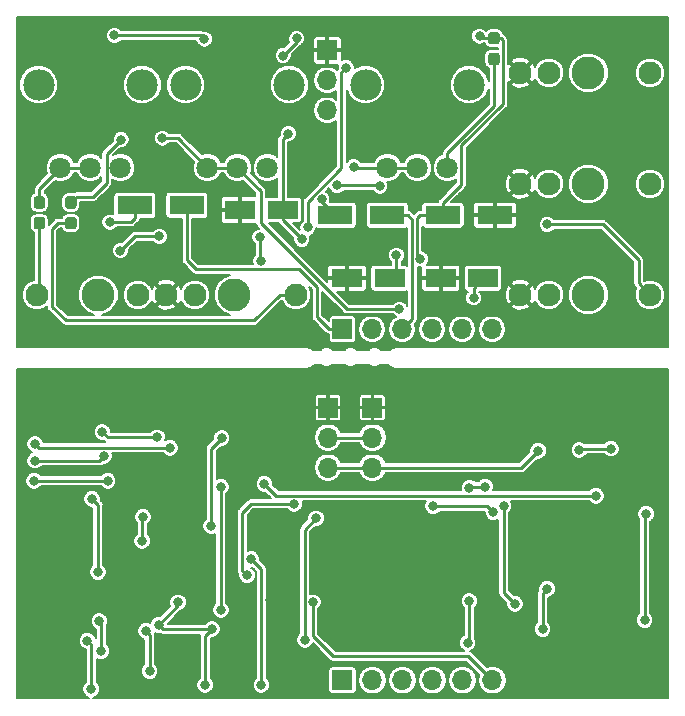
<source format=gbr>
G04 #@! TF.GenerationSoftware,KiCad,Pcbnew,(5.0.1)-4*
G04 #@! TF.CreationDate,2019-01-08T12:08:18+01:00*
G04 #@! TF.ProjectId,1U HiHat,31552048694861742E6B696361645F70,rev?*
G04 #@! TF.SameCoordinates,Original*
G04 #@! TF.FileFunction,Copper,L2,Bot,Signal*
G04 #@! TF.FilePolarity,Positive*
%FSLAX46Y46*%
G04 Gerber Fmt 4.6, Leading zero omitted, Abs format (unit mm)*
G04 Created by KiCad (PCBNEW (5.0.1)-4) date 01/08/19 12:08:18*
%MOMM*%
%LPD*%
G01*
G04 APERTURE LIST*
G04 #@! TA.AperFunction,WasherPad*
%ADD10C,2.800000*%
G04 #@! TD*
G04 #@! TA.AperFunction,ComponentPad*
%ADD11C,1.930400*%
G04 #@! TD*
G04 #@! TA.AperFunction,ComponentPad*
%ADD12R,1.700000X1.700000*%
G04 #@! TD*
G04 #@! TA.AperFunction,ComponentPad*
%ADD13O,1.700000X1.700000*%
G04 #@! TD*
G04 #@! TA.AperFunction,ComponentPad*
%ADD14C,2.667000*%
G04 #@! TD*
G04 #@! TA.AperFunction,ComponentPad*
%ADD15C,1.803400*%
G04 #@! TD*
G04 #@! TA.AperFunction,SMDPad,CuDef*
%ADD16R,3.000000X1.600000*%
G04 #@! TD*
G04 #@! TA.AperFunction,SMDPad,CuDef*
%ADD17R,2.600000X1.600000*%
G04 #@! TD*
G04 #@! TA.AperFunction,Conductor*
%ADD18C,0.100000*%
G04 #@! TD*
G04 #@! TA.AperFunction,SMDPad,CuDef*
%ADD19C,0.950000*%
G04 #@! TD*
G04 #@! TA.AperFunction,ViaPad*
%ADD20C,0.800000*%
G04 #@! TD*
G04 #@! TA.AperFunction,Conductor*
%ADD21C,0.250000*%
G04 #@! TD*
G04 #@! TA.AperFunction,Conductor*
%ADD22C,0.127000*%
G04 #@! TD*
G04 #@! TA.AperFunction,Conductor*
%ADD23C,0.170000*%
G04 #@! TD*
G04 APERTURE END LIST*
D10*
G04 #@! TO.P,J1,*
G04 #@! TO.N,*
X137668000Y-77978000D03*
D11*
G04 #@! TO.P,J1,TN*
G04 #@! TO.N,Net-(J1-PadTN)*
X134315200Y-77978000D03*
G04 #@! TO.P,J1,S*
G04 #@! TO.N,GND*
X131902200Y-77978000D03*
G04 #@! TO.P,J1,T*
G04 #@! TO.N,Net-(J1-PadT)*
X142875000Y-77978000D03*
G04 #@! TD*
D10*
G04 #@! TO.P,J2,*
G04 #@! TO.N,*
X137668000Y-87376000D03*
D11*
G04 #@! TO.P,J2,TN*
G04 #@! TO.N,Net-(J2-PadTN)*
X134315200Y-87376000D03*
G04 #@! TO.P,J2,S*
G04 #@! TO.N,GND*
X131902200Y-87376000D03*
G04 #@! TO.P,J2,T*
G04 #@! TO.N,Net-(J2-PadT)*
X142875000Y-87376000D03*
G04 #@! TD*
D10*
G04 #@! TO.P,J3,*
G04 #@! TO.N,*
X137668000Y-68580000D03*
D11*
G04 #@! TO.P,J3,TN*
G04 #@! TO.N,Net-(J3-PadTN)*
X134315200Y-68580000D03*
G04 #@! TO.P,J3,S*
G04 #@! TO.N,GND*
X131902200Y-68580000D03*
G04 #@! TO.P,J3,T*
G04 #@! TO.N,Net-(J3-PadT)*
X142875000Y-68580000D03*
G04 #@! TD*
D10*
G04 #@! TO.P,J4,*
G04 #@! TO.N,*
X107696000Y-87376000D03*
D11*
G04 #@! TO.P,J4,TN*
G04 #@! TO.N,Net-(J4-PadTN)*
X104343200Y-87376000D03*
G04 #@! TO.P,J4,S*
G04 #@! TO.N,GND*
X101930200Y-87376000D03*
G04 #@! TO.P,J4,T*
G04 #@! TO.N,Net-(J4-PadT)*
X112903000Y-87376000D03*
G04 #@! TD*
D10*
G04 #@! TO.P,J5,*
G04 #@! TO.N,*
X96164400Y-87376000D03*
D11*
G04 #@! TO.P,J5,TN*
G04 #@! TO.N,Net-(J5-PadTN)*
X99517200Y-87376000D03*
G04 #@! TO.P,J5,S*
G04 #@! TO.N,GND*
X101930200Y-87376000D03*
G04 #@! TO.P,J5,T*
G04 #@! TO.N,Net-(J5-PadT)*
X90957400Y-87376000D03*
G04 #@! TD*
D12*
G04 #@! TO.P,J6,1*
G04 #@! TO.N,CH_LVL1*
X116840000Y-90297000D03*
D13*
G04 #@! TO.P,J6,2*
G04 #@! TO.N,CH_LVL2*
X119380000Y-90297000D03*
G04 #@! TO.P,J6,3*
G04 #@! TO.N,OH_LVL1*
X121920000Y-90297000D03*
G04 #@! TO.P,J6,4*
G04 #@! TO.N,OH_LVL2*
X124460000Y-90297000D03*
G04 #@! TO.P,J6,5*
G04 #@! TO.N,TO_OH*
X127000000Y-90297000D03*
G04 #@! TO.P,J6,6*
G04 #@! TO.N,TO_CH*
X129540000Y-90297000D03*
G04 #@! TD*
D12*
G04 #@! TO.P,J7,1*
G04 #@! TO.N,CH_LVL1*
X116840000Y-120015000D03*
D13*
G04 #@! TO.P,J7,2*
G04 #@! TO.N,CH_LVL2*
X119380000Y-120015000D03*
G04 #@! TO.P,J7,3*
G04 #@! TO.N,OH_LVL1*
X121920000Y-120015000D03*
G04 #@! TO.P,J7,4*
G04 #@! TO.N,OH_LVL2*
X124460000Y-120015000D03*
G04 #@! TO.P,J7,5*
G04 #@! TO.N,TO_OH*
X127000000Y-120015000D03*
G04 #@! TO.P,J7,6*
G04 #@! TO.N,TO_CH*
X129540000Y-120015000D03*
G04 #@! TD*
D12*
G04 #@! TO.P,J8,1*
G04 #@! TO.N,GND*
X119380000Y-96926400D03*
D13*
G04 #@! TO.P,J8,2*
G04 #@! TO.N,+12V*
X119380000Y-99466400D03*
G04 #@! TO.P,J8,3*
G04 #@! TO.N,-12V*
X119380000Y-102006400D03*
G04 #@! TD*
D12*
G04 #@! TO.P,J9,1*
G04 #@! TO.N,GND*
X115569837Y-66675000D03*
D13*
G04 #@! TO.P,J9,2*
G04 #@! TO.N,+12V*
X115569837Y-69215000D03*
G04 #@! TO.P,J9,3*
G04 #@! TO.N,-12V*
X115569837Y-71755000D03*
G04 #@! TD*
G04 #@! TO.P,J10,3*
G04 #@! TO.N,-12V*
X115619837Y-102006400D03*
G04 #@! TO.P,J10,2*
G04 #@! TO.N,+12V*
X115619837Y-99466400D03*
D12*
G04 #@! TO.P,J10,1*
G04 #@! TO.N,GND*
X115619837Y-96926400D03*
G04 #@! TD*
D14*
G04 #@! TO.P,Decay,5*
G04 #@! TO.N,N/C*
X118795637Y-69597843D03*
G04 #@! TO.P,Decay,4*
X127584037Y-69597843D03*
D15*
G04 #@! TO.P,Decay,1*
G04 #@! TO.N,+12V*
X125729837Y-76608243D03*
G04 #@! TO.P,Decay,2*
G04 #@! TO.N,Net-(P1-Pad2)*
X123189837Y-76608243D03*
G04 #@! TO.P,Decay,3*
X120649837Y-76608243D03*
G04 #@! TD*
D14*
G04 #@! TO.P,OH Lvl,5*
G04 #@! TO.N,N/C*
X103555637Y-69597843D03*
G04 #@! TO.P,OH Lvl,4*
X112344037Y-69597843D03*
D15*
G04 #@! TO.P,OH Lvl,1*
G04 #@! TO.N,Net-(C1-Pad1)*
X110489837Y-76608243D03*
G04 #@! TO.P,OH Lvl,2*
G04 #@! TO.N,OH_LVL2*
X107949837Y-76608243D03*
G04 #@! TO.P,OH Lvl,3*
X105409837Y-76608243D03*
G04 #@! TD*
G04 #@! TO.P,CH Lvl,3*
G04 #@! TO.N,CH_LVL2*
X92963837Y-76608243D03*
G04 #@! TO.P,CH Lvl,2*
X95503837Y-76608243D03*
G04 #@! TO.P,CH Lvl,1*
G04 #@! TO.N,Net-(C13-Pad1)*
X98043837Y-76608243D03*
D14*
G04 #@! TO.P,CH Lvl,4*
G04 #@! TO.N,N/C*
X99898037Y-69597843D03*
G04 #@! TO.P,CH Lvl,5*
X91109637Y-69597843D03*
G04 #@! TD*
D16*
G04 #@! TO.P,C1,1*
G04 #@! TO.N,Net-(C1-Pad1)*
X116227500Y-80645000D03*
G04 #@! TO.P,C1,2*
G04 #@! TO.N,OH_LVL1*
X120627500Y-80645000D03*
G04 #@! TD*
G04 #@! TO.P,C7,2*
G04 #@! TO.N,GND*
X129758500Y-80645000D03*
G04 #@! TO.P,C7,1*
G04 #@! TO.N,Net-(C7-Pad1)*
X125358500Y-80645000D03*
G04 #@! TD*
D17*
G04 #@! TO.P,C12,1*
G04 #@! TO.N,Net-(C12-Pad1)*
X111782000Y-80200500D03*
G04 #@! TO.P,C12,2*
G04 #@! TO.N,GND*
X108182000Y-80200500D03*
G04 #@! TD*
D16*
G04 #@! TO.P,C13,1*
G04 #@! TO.N,Net-(C13-Pad1)*
X99273000Y-79810500D03*
G04 #@! TO.P,C13,2*
G04 #@! TO.N,CH_LVL1*
X103673000Y-79810500D03*
G04 #@! TD*
D17*
G04 #@! TO.P,C21,2*
G04 #@! TO.N,GND*
X117227500Y-85979000D03*
G04 #@! TO.P,C21,1*
G04 #@! TO.N,Net-(C21-Pad1)*
X120827500Y-85979000D03*
G04 #@! TD*
G04 #@! TO.P,C24,1*
G04 #@! TO.N,Net-(C24-Pad1)*
X128758500Y-85979000D03*
G04 #@! TO.P,C24,2*
G04 #@! TO.N,GND*
X125158500Y-85979000D03*
G04 #@! TD*
D18*
G04 #@! TO.N,OH_LVL2*
G04 #@! TO.C,R4*
G36*
X94113779Y-79035144D02*
X94136834Y-79038563D01*
X94159443Y-79044227D01*
X94181387Y-79052079D01*
X94202457Y-79062044D01*
X94222448Y-79074026D01*
X94241168Y-79087910D01*
X94258438Y-79103562D01*
X94274090Y-79120832D01*
X94287974Y-79139552D01*
X94299956Y-79159543D01*
X94309921Y-79180613D01*
X94317773Y-79202557D01*
X94323437Y-79225166D01*
X94326856Y-79248221D01*
X94328000Y-79271500D01*
X94328000Y-79846500D01*
X94326856Y-79869779D01*
X94323437Y-79892834D01*
X94317773Y-79915443D01*
X94309921Y-79937387D01*
X94299956Y-79958457D01*
X94287974Y-79978448D01*
X94274090Y-79997168D01*
X94258438Y-80014438D01*
X94241168Y-80030090D01*
X94222448Y-80043974D01*
X94202457Y-80055956D01*
X94181387Y-80065921D01*
X94159443Y-80073773D01*
X94136834Y-80079437D01*
X94113779Y-80082856D01*
X94090500Y-80084000D01*
X93615500Y-80084000D01*
X93592221Y-80082856D01*
X93569166Y-80079437D01*
X93546557Y-80073773D01*
X93524613Y-80065921D01*
X93503543Y-80055956D01*
X93483552Y-80043974D01*
X93464832Y-80030090D01*
X93447562Y-80014438D01*
X93431910Y-79997168D01*
X93418026Y-79978448D01*
X93406044Y-79958457D01*
X93396079Y-79937387D01*
X93388227Y-79915443D01*
X93382563Y-79892834D01*
X93379144Y-79869779D01*
X93378000Y-79846500D01*
X93378000Y-79271500D01*
X93379144Y-79248221D01*
X93382563Y-79225166D01*
X93388227Y-79202557D01*
X93396079Y-79180613D01*
X93406044Y-79159543D01*
X93418026Y-79139552D01*
X93431910Y-79120832D01*
X93447562Y-79103562D01*
X93464832Y-79087910D01*
X93483552Y-79074026D01*
X93503543Y-79062044D01*
X93524613Y-79052079D01*
X93546557Y-79044227D01*
X93569166Y-79038563D01*
X93592221Y-79035144D01*
X93615500Y-79034000D01*
X94090500Y-79034000D01*
X94113779Y-79035144D01*
X94113779Y-79035144D01*
G37*
D19*
G04 #@! TD*
G04 #@! TO.P,R4,1*
G04 #@! TO.N,OH_LVL2*
X93853000Y-79559000D03*
D18*
G04 #@! TO.N,Net-(J4-PadT)*
G04 #@! TO.C,R4*
G36*
X94113779Y-80785144D02*
X94136834Y-80788563D01*
X94159443Y-80794227D01*
X94181387Y-80802079D01*
X94202457Y-80812044D01*
X94222448Y-80824026D01*
X94241168Y-80837910D01*
X94258438Y-80853562D01*
X94274090Y-80870832D01*
X94287974Y-80889552D01*
X94299956Y-80909543D01*
X94309921Y-80930613D01*
X94317773Y-80952557D01*
X94323437Y-80975166D01*
X94326856Y-80998221D01*
X94328000Y-81021500D01*
X94328000Y-81596500D01*
X94326856Y-81619779D01*
X94323437Y-81642834D01*
X94317773Y-81665443D01*
X94309921Y-81687387D01*
X94299956Y-81708457D01*
X94287974Y-81728448D01*
X94274090Y-81747168D01*
X94258438Y-81764438D01*
X94241168Y-81780090D01*
X94222448Y-81793974D01*
X94202457Y-81805956D01*
X94181387Y-81815921D01*
X94159443Y-81823773D01*
X94136834Y-81829437D01*
X94113779Y-81832856D01*
X94090500Y-81834000D01*
X93615500Y-81834000D01*
X93592221Y-81832856D01*
X93569166Y-81829437D01*
X93546557Y-81823773D01*
X93524613Y-81815921D01*
X93503543Y-81805956D01*
X93483552Y-81793974D01*
X93464832Y-81780090D01*
X93447562Y-81764438D01*
X93431910Y-81747168D01*
X93418026Y-81728448D01*
X93406044Y-81708457D01*
X93396079Y-81687387D01*
X93388227Y-81665443D01*
X93382563Y-81642834D01*
X93379144Y-81619779D01*
X93378000Y-81596500D01*
X93378000Y-81021500D01*
X93379144Y-80998221D01*
X93382563Y-80975166D01*
X93388227Y-80952557D01*
X93396079Y-80930613D01*
X93406044Y-80909543D01*
X93418026Y-80889552D01*
X93431910Y-80870832D01*
X93447562Y-80853562D01*
X93464832Y-80837910D01*
X93483552Y-80824026D01*
X93503543Y-80812044D01*
X93524613Y-80802079D01*
X93546557Y-80794227D01*
X93569166Y-80788563D01*
X93592221Y-80785144D01*
X93615500Y-80784000D01*
X94090500Y-80784000D01*
X94113779Y-80785144D01*
X94113779Y-80785144D01*
G37*
D19*
G04 #@! TD*
G04 #@! TO.P,R4,2*
G04 #@! TO.N,Net-(J4-PadT)*
X93853000Y-81309000D03*
D18*
G04 #@! TO.N,+12V*
G04 #@! TO.C,R15*
G36*
X129927779Y-66866644D02*
X129950834Y-66870063D01*
X129973443Y-66875727D01*
X129995387Y-66883579D01*
X130016457Y-66893544D01*
X130036448Y-66905526D01*
X130055168Y-66919410D01*
X130072438Y-66935062D01*
X130088090Y-66952332D01*
X130101974Y-66971052D01*
X130113956Y-66991043D01*
X130123921Y-67012113D01*
X130131773Y-67034057D01*
X130137437Y-67056666D01*
X130140856Y-67079721D01*
X130142000Y-67103000D01*
X130142000Y-67678000D01*
X130140856Y-67701279D01*
X130137437Y-67724334D01*
X130131773Y-67746943D01*
X130123921Y-67768887D01*
X130113956Y-67789957D01*
X130101974Y-67809948D01*
X130088090Y-67828668D01*
X130072438Y-67845938D01*
X130055168Y-67861590D01*
X130036448Y-67875474D01*
X130016457Y-67887456D01*
X129995387Y-67897421D01*
X129973443Y-67905273D01*
X129950834Y-67910937D01*
X129927779Y-67914356D01*
X129904500Y-67915500D01*
X129429500Y-67915500D01*
X129406221Y-67914356D01*
X129383166Y-67910937D01*
X129360557Y-67905273D01*
X129338613Y-67897421D01*
X129317543Y-67887456D01*
X129297552Y-67875474D01*
X129278832Y-67861590D01*
X129261562Y-67845938D01*
X129245910Y-67828668D01*
X129232026Y-67809948D01*
X129220044Y-67789957D01*
X129210079Y-67768887D01*
X129202227Y-67746943D01*
X129196563Y-67724334D01*
X129193144Y-67701279D01*
X129192000Y-67678000D01*
X129192000Y-67103000D01*
X129193144Y-67079721D01*
X129196563Y-67056666D01*
X129202227Y-67034057D01*
X129210079Y-67012113D01*
X129220044Y-66991043D01*
X129232026Y-66971052D01*
X129245910Y-66952332D01*
X129261562Y-66935062D01*
X129278832Y-66919410D01*
X129297552Y-66905526D01*
X129317543Y-66893544D01*
X129338613Y-66883579D01*
X129360557Y-66875727D01*
X129383166Y-66870063D01*
X129406221Y-66866644D01*
X129429500Y-66865500D01*
X129904500Y-66865500D01*
X129927779Y-66866644D01*
X129927779Y-66866644D01*
G37*
D19*
G04 #@! TD*
G04 #@! TO.P,R15,1*
G04 #@! TO.N,+12V*
X129667000Y-67390500D03*
D18*
G04 #@! TO.N,Net-(C7-Pad1)*
G04 #@! TO.C,R15*
G36*
X129927779Y-65116644D02*
X129950834Y-65120063D01*
X129973443Y-65125727D01*
X129995387Y-65133579D01*
X130016457Y-65143544D01*
X130036448Y-65155526D01*
X130055168Y-65169410D01*
X130072438Y-65185062D01*
X130088090Y-65202332D01*
X130101974Y-65221052D01*
X130113956Y-65241043D01*
X130123921Y-65262113D01*
X130131773Y-65284057D01*
X130137437Y-65306666D01*
X130140856Y-65329721D01*
X130142000Y-65353000D01*
X130142000Y-65928000D01*
X130140856Y-65951279D01*
X130137437Y-65974334D01*
X130131773Y-65996943D01*
X130123921Y-66018887D01*
X130113956Y-66039957D01*
X130101974Y-66059948D01*
X130088090Y-66078668D01*
X130072438Y-66095938D01*
X130055168Y-66111590D01*
X130036448Y-66125474D01*
X130016457Y-66137456D01*
X129995387Y-66147421D01*
X129973443Y-66155273D01*
X129950834Y-66160937D01*
X129927779Y-66164356D01*
X129904500Y-66165500D01*
X129429500Y-66165500D01*
X129406221Y-66164356D01*
X129383166Y-66160937D01*
X129360557Y-66155273D01*
X129338613Y-66147421D01*
X129317543Y-66137456D01*
X129297552Y-66125474D01*
X129278832Y-66111590D01*
X129261562Y-66095938D01*
X129245910Y-66078668D01*
X129232026Y-66059948D01*
X129220044Y-66039957D01*
X129210079Y-66018887D01*
X129202227Y-65996943D01*
X129196563Y-65974334D01*
X129193144Y-65951279D01*
X129192000Y-65928000D01*
X129192000Y-65353000D01*
X129193144Y-65329721D01*
X129196563Y-65306666D01*
X129202227Y-65284057D01*
X129210079Y-65262113D01*
X129220044Y-65241043D01*
X129232026Y-65221052D01*
X129245910Y-65202332D01*
X129261562Y-65185062D01*
X129278832Y-65169410D01*
X129297552Y-65155526D01*
X129317543Y-65143544D01*
X129338613Y-65133579D01*
X129360557Y-65125727D01*
X129383166Y-65120063D01*
X129406221Y-65116644D01*
X129429500Y-65115500D01*
X129904500Y-65115500D01*
X129927779Y-65116644D01*
X129927779Y-65116644D01*
G37*
D19*
G04 #@! TD*
G04 #@! TO.P,R15,2*
G04 #@! TO.N,Net-(C7-Pad1)*
X129667000Y-65640500D03*
D18*
G04 #@! TO.N,Net-(J5-PadT)*
G04 #@! TO.C,R28*
G36*
X91446779Y-80785144D02*
X91469834Y-80788563D01*
X91492443Y-80794227D01*
X91514387Y-80802079D01*
X91535457Y-80812044D01*
X91555448Y-80824026D01*
X91574168Y-80837910D01*
X91591438Y-80853562D01*
X91607090Y-80870832D01*
X91620974Y-80889552D01*
X91632956Y-80909543D01*
X91642921Y-80930613D01*
X91650773Y-80952557D01*
X91656437Y-80975166D01*
X91659856Y-80998221D01*
X91661000Y-81021500D01*
X91661000Y-81596500D01*
X91659856Y-81619779D01*
X91656437Y-81642834D01*
X91650773Y-81665443D01*
X91642921Y-81687387D01*
X91632956Y-81708457D01*
X91620974Y-81728448D01*
X91607090Y-81747168D01*
X91591438Y-81764438D01*
X91574168Y-81780090D01*
X91555448Y-81793974D01*
X91535457Y-81805956D01*
X91514387Y-81815921D01*
X91492443Y-81823773D01*
X91469834Y-81829437D01*
X91446779Y-81832856D01*
X91423500Y-81834000D01*
X90948500Y-81834000D01*
X90925221Y-81832856D01*
X90902166Y-81829437D01*
X90879557Y-81823773D01*
X90857613Y-81815921D01*
X90836543Y-81805956D01*
X90816552Y-81793974D01*
X90797832Y-81780090D01*
X90780562Y-81764438D01*
X90764910Y-81747168D01*
X90751026Y-81728448D01*
X90739044Y-81708457D01*
X90729079Y-81687387D01*
X90721227Y-81665443D01*
X90715563Y-81642834D01*
X90712144Y-81619779D01*
X90711000Y-81596500D01*
X90711000Y-81021500D01*
X90712144Y-80998221D01*
X90715563Y-80975166D01*
X90721227Y-80952557D01*
X90729079Y-80930613D01*
X90739044Y-80909543D01*
X90751026Y-80889552D01*
X90764910Y-80870832D01*
X90780562Y-80853562D01*
X90797832Y-80837910D01*
X90816552Y-80824026D01*
X90836543Y-80812044D01*
X90857613Y-80802079D01*
X90879557Y-80794227D01*
X90902166Y-80788563D01*
X90925221Y-80785144D01*
X90948500Y-80784000D01*
X91423500Y-80784000D01*
X91446779Y-80785144D01*
X91446779Y-80785144D01*
G37*
D19*
G04 #@! TD*
G04 #@! TO.P,R28,2*
G04 #@! TO.N,Net-(J5-PadT)*
X91186000Y-81309000D03*
D18*
G04 #@! TO.N,CH_LVL2*
G04 #@! TO.C,R28*
G36*
X91446779Y-79035144D02*
X91469834Y-79038563D01*
X91492443Y-79044227D01*
X91514387Y-79052079D01*
X91535457Y-79062044D01*
X91555448Y-79074026D01*
X91574168Y-79087910D01*
X91591438Y-79103562D01*
X91607090Y-79120832D01*
X91620974Y-79139552D01*
X91632956Y-79159543D01*
X91642921Y-79180613D01*
X91650773Y-79202557D01*
X91656437Y-79225166D01*
X91659856Y-79248221D01*
X91661000Y-79271500D01*
X91661000Y-79846500D01*
X91659856Y-79869779D01*
X91656437Y-79892834D01*
X91650773Y-79915443D01*
X91642921Y-79937387D01*
X91632956Y-79958457D01*
X91620974Y-79978448D01*
X91607090Y-79997168D01*
X91591438Y-80014438D01*
X91574168Y-80030090D01*
X91555448Y-80043974D01*
X91535457Y-80055956D01*
X91514387Y-80065921D01*
X91492443Y-80073773D01*
X91469834Y-80079437D01*
X91446779Y-80082856D01*
X91423500Y-80084000D01*
X90948500Y-80084000D01*
X90925221Y-80082856D01*
X90902166Y-80079437D01*
X90879557Y-80073773D01*
X90857613Y-80065921D01*
X90836543Y-80055956D01*
X90816552Y-80043974D01*
X90797832Y-80030090D01*
X90780562Y-80014438D01*
X90764910Y-79997168D01*
X90751026Y-79978448D01*
X90739044Y-79958457D01*
X90729079Y-79937387D01*
X90721227Y-79915443D01*
X90715563Y-79892834D01*
X90712144Y-79869779D01*
X90711000Y-79846500D01*
X90711000Y-79271500D01*
X90712144Y-79248221D01*
X90715563Y-79225166D01*
X90721227Y-79202557D01*
X90729079Y-79180613D01*
X90739044Y-79159543D01*
X90751026Y-79139552D01*
X90764910Y-79120832D01*
X90780562Y-79103562D01*
X90797832Y-79087910D01*
X90816552Y-79074026D01*
X90836543Y-79062044D01*
X90857613Y-79052079D01*
X90879557Y-79044227D01*
X90902166Y-79038563D01*
X90925221Y-79035144D01*
X90948500Y-79034000D01*
X91423500Y-79034000D01*
X91446779Y-79035144D01*
X91446779Y-79035144D01*
G37*
D19*
G04 #@! TD*
G04 #@! TO.P,R28,1*
G04 #@! TO.N,CH_LVL2*
X91186000Y-79559000D03*
D20*
G04 #@! TO.N,Net-(C1-Pad1)*
X115094798Y-79280798D03*
G04 #@! TO.N,NOISE*
X105219500Y-120396000D03*
X101282500Y-115316000D03*
X102933500Y-113411000D03*
X105791000Y-115673500D03*
G04 #@! TO.N,Net-(C5-Pad1)*
X106553000Y-114046000D03*
X106553000Y-103632000D03*
G04 #@! TO.N,GND*
X100139500Y-121094500D03*
X99504500Y-117157500D03*
X103822500Y-99377500D03*
X110363000Y-95059500D03*
X91503500Y-104902000D03*
X95377000Y-98742500D03*
X102171500Y-96075500D03*
X96774000Y-113220500D03*
X110744000Y-113220500D03*
X127127000Y-108712000D03*
X114554000Y-108902500D03*
X139890500Y-79883000D03*
X108775500Y-80137000D03*
X93662500Y-85471000D03*
X102362000Y-77978000D03*
X102870000Y-72961500D03*
G04 #@! TO.N,-12V*
X133413500Y-100584000D03*
G04 #@! TO.N,Net-(C7-Pad1)*
X128460500Y-65468500D03*
X123444999Y-84328000D03*
G04 #@! TO.N,Net-(C8-Pad2)*
X110236000Y-103378000D03*
X138303000Y-104394000D03*
G04 #@! TO.N,Net-(C10-Pad1)*
X142430500Y-114935000D03*
X142557500Y-105918000D03*
X139573000Y-100393500D03*
X136906000Y-100520500D03*
G04 #@! TO.N,+12V*
X109982000Y-120396000D03*
X109093000Y-109728000D03*
G04 #@! TO.N,Net-(C12-Pad1)*
X112268000Y-73723500D03*
X113411000Y-82677000D03*
G04 #@! TO.N,Net-(C13-Pad1)*
X97155000Y-81216500D03*
G04 #@! TO.N,Net-(C17-Pad1)*
X105727500Y-106934000D03*
X106616500Y-99504500D03*
G04 #@! TO.N,Net-(C18-Pad1)*
X113665000Y-116586000D03*
X114617500Y-106299000D03*
G04 #@! TO.N,Net-(C19-Pad2)*
X108775500Y-111125000D03*
X112776000Y-105069000D03*
G04 #@! TO.N,Net-(C24-Pad1)*
X127952500Y-87630000D03*
G04 #@! TO.N,Net-(C25-Pad1)*
X101155500Y-99441000D03*
X96520000Y-98996500D03*
G04 #@! TO.N,Net-(C26-Pad1)*
X95567500Y-120777000D03*
X95250000Y-116649500D03*
G04 #@! TO.N,Net-(C26-Pad2)*
X96417403Y-117562903D03*
X96266000Y-114998500D03*
X100520500Y-119253000D03*
X100203000Y-115824000D03*
G04 #@! TO.N,Net-(C30-Pad2)*
X95629952Y-104646952D03*
X96139000Y-110871000D03*
G04 #@! TO.N,+5V*
X99885500Y-108204000D03*
X99949000Y-106172000D03*
G04 #@! TO.N,Net-(P1-Pad2)*
X117792500Y-76517500D03*
G04 #@! TO.N,Net-(Q8-Pad1)*
X97536000Y-65405000D03*
X105156000Y-65722500D03*
G04 #@! TO.N,Net-(Q7-Pad3)*
X112967466Y-65658034D03*
X111823500Y-67119500D03*
G04 #@! TO.N,Net-(R50-Pad1)*
X102235000Y-100330000D03*
X90805000Y-100012500D03*
G04 #@! TO.N,Net-(R54-Pad1)*
X90805000Y-101409500D03*
X96647000Y-101028500D03*
G04 #@! TO.N,Net-(R57-Pad1)*
X90741500Y-103124000D03*
X96964500Y-103124000D03*
G04 #@! TO.N,OH_LVL1*
X131445000Y-113538000D03*
X130492500Y-105283000D03*
G04 #@! TO.N,OH_LVL2*
X127584848Y-113297348D03*
X127444500Y-116840000D03*
X121666000Y-88582500D03*
X98107500Y-74231500D03*
X101600000Y-74104500D03*
G04 #@! TO.N,TO_OH*
X133794500Y-115697000D03*
X134175500Y-112268000D03*
G04 #@! TO.N,CH_LVL1*
X128945000Y-103632000D03*
X127595000Y-103695500D03*
G04 #@! TO.N,CH_LVL2*
X129620000Y-105791000D03*
X124523500Y-105283000D03*
G04 #@! TO.N,TO_CH*
X114340000Y-113411000D03*
G04 #@! TO.N,Net-(C21-Pad1)*
X121412000Y-84010500D03*
G04 #@! TO.N,Net-(J2-PadT)*
X134175500Y-81407000D03*
G04 #@! TO.N,Net-(Q10-Pad1)*
X116395500Y-78105000D03*
X120015000Y-78168500D03*
G04 #@! TO.N,Net-(Q11-Pad1)*
X101346000Y-82423000D03*
X98044000Y-83629500D03*
G04 #@! TO.N,Net-(Q14-Pad1)*
X117157500Y-68135500D03*
X113919000Y-81661000D03*
X109855000Y-82486500D03*
X109918500Y-84542000D03*
G04 #@! TD*
D21*
G04 #@! TO.N,Net-(C1-Pad1)*
X115094798Y-79512298D02*
X116227500Y-80645000D01*
X115094798Y-79280798D02*
X115094798Y-79512298D01*
G04 #@! TO.N,NOISE*
X101282500Y-115316000D02*
X102933500Y-113665000D01*
X102933500Y-113665000D02*
X102933500Y-113411000D01*
X105219500Y-116245000D02*
X105219500Y-120396000D01*
X105791000Y-115673500D02*
X105219500Y-116245000D01*
X101640000Y-115673500D02*
X101282500Y-115316000D01*
X105791000Y-115673500D02*
X101640000Y-115673500D01*
G04 #@! TO.N,Net-(C5-Pad1)*
X106553000Y-114046000D02*
X106553000Y-103632000D01*
G04 #@! TO.N,-12V*
X116821918Y-102006400D02*
X119380000Y-102006400D01*
X115619837Y-102006400D02*
X116821918Y-102006400D01*
X119380000Y-102006400D02*
X131991100Y-102006400D01*
X131991100Y-102006400D02*
X133413500Y-100584000D01*
G04 #@! TO.N,Net-(C7-Pad1)*
X123396819Y-80645000D02*
X123170009Y-80871810D01*
X125358500Y-80645000D02*
X123396819Y-80645000D01*
X123170009Y-80871810D02*
X123170009Y-84053010D01*
X123170009Y-84053010D02*
X123444999Y-84328000D01*
X128632500Y-65640500D02*
X128460500Y-65468500D01*
X129667000Y-65640500D02*
X128632500Y-65640500D01*
X125358500Y-79595000D02*
X125358500Y-80645000D01*
X129667000Y-65640500D02*
X130242000Y-65640500D01*
X130242000Y-65640500D02*
X130417010Y-65815510D01*
X130417010Y-65815510D02*
X130417010Y-71211572D01*
X130417010Y-71211572D02*
X126906538Y-74722044D01*
X126906538Y-74722044D02*
X126906538Y-78046962D01*
X126906538Y-78046962D02*
X125358500Y-79595000D01*
G04 #@! TO.N,Net-(C8-Pad2)*
X110236000Y-103378000D02*
X111252000Y-104394000D01*
X111252000Y-104394000D02*
X138303000Y-104394000D01*
G04 #@! TO.N,Net-(C10-Pad1)*
X142430500Y-114935000D02*
X142430500Y-106045000D01*
X142430500Y-106045000D02*
X142557500Y-105918000D01*
X139573000Y-100393500D02*
X137033000Y-100393500D01*
X137033000Y-100393500D02*
X136906000Y-100520500D01*
G04 #@! TO.N,+12V*
X116821918Y-99466400D02*
X119380000Y-99466400D01*
X115619837Y-99466400D02*
X116821918Y-99466400D01*
X109982000Y-120396000D02*
X109982000Y-110617000D01*
X109982000Y-110617000D02*
X109093000Y-109728000D01*
X129667000Y-67730500D02*
X129667000Y-67105500D01*
X129667000Y-71395884D02*
X129667000Y-67730500D01*
X125729837Y-75333047D02*
X129667000Y-71395884D01*
X125729837Y-76608243D02*
X125729837Y-75333047D01*
G04 #@! TO.N,Net-(C12-Pad1)*
X111782000Y-74209500D02*
X111782000Y-80200500D01*
X112268000Y-73723500D02*
X111782000Y-74209500D01*
X111782000Y-81048000D02*
X111782000Y-80200500D01*
X113411000Y-82677000D02*
X111782000Y-81048000D01*
G04 #@! TO.N,Net-(C13-Pad1)*
X99273000Y-80860500D02*
X99273000Y-79810500D01*
X97155000Y-81216500D02*
X98917000Y-81216500D01*
X98917000Y-81216500D02*
X99273000Y-80860500D01*
G04 #@! TO.N,Net-(C17-Pad1)*
X105727500Y-106934000D02*
X105727500Y-100393500D01*
X105727500Y-100393500D02*
X106616500Y-99504500D01*
G04 #@! TO.N,Net-(C18-Pad1)*
X113665000Y-116586000D02*
X113665000Y-107251500D01*
X113665000Y-107251500D02*
X114617500Y-106299000D01*
G04 #@! TO.N,Net-(C19-Pad2)*
X108375501Y-110725001D02*
X108375501Y-105809999D01*
X108775500Y-111125000D02*
X108375501Y-110725001D01*
X108375501Y-105809999D02*
X109116500Y-105069000D01*
X109116500Y-105069000D02*
X112776000Y-105069000D01*
G04 #@! TO.N,Net-(C24-Pad1)*
X127952500Y-86785000D02*
X128758500Y-85979000D01*
X127952500Y-87630000D02*
X127952500Y-86785000D01*
G04 #@! TO.N,Net-(C25-Pad1)*
X101155500Y-99441000D02*
X96964500Y-99441000D01*
X96964500Y-99441000D02*
X96520000Y-98996500D01*
G04 #@! TO.N,Net-(C26-Pad1)*
X95567500Y-120777000D02*
X95567500Y-116967000D01*
X95567500Y-116967000D02*
X95250000Y-116649500D01*
G04 #@! TO.N,Net-(C26-Pad2)*
X96417403Y-117562903D02*
X96417403Y-115149903D01*
X96417403Y-115149903D02*
X96266000Y-114998500D01*
X100520500Y-119253000D02*
X100520500Y-116141500D01*
X100520500Y-116141500D02*
X100203000Y-115824000D01*
G04 #@! TO.N,Net-(C30-Pad2)*
X95629952Y-104646952D02*
X96139000Y-105156000D01*
X96139000Y-105156000D02*
X96139000Y-110871000D01*
G04 #@! TO.N,+5V*
X99885500Y-108204000D02*
X99885500Y-106235500D01*
X99885500Y-106235500D02*
X99949000Y-106172000D01*
G04 #@! TO.N,Net-(P1-Pad2)*
X120649837Y-76608243D02*
X123189837Y-76608243D01*
X120649837Y-76608243D02*
X117883243Y-76608243D01*
X117883243Y-76608243D02*
X117792500Y-76517500D01*
G04 #@! TO.N,Net-(Q8-Pad1)*
X97536000Y-65405000D02*
X104838500Y-65405000D01*
X104838500Y-65405000D02*
X105156000Y-65722500D01*
G04 #@! TO.N,Net-(Q7-Pad3)*
X112967466Y-65658034D02*
X112967466Y-65975534D01*
X112967466Y-65975534D02*
X111823500Y-67119500D01*
G04 #@! TO.N,Net-(R50-Pad1)*
X102235000Y-100330000D02*
X91122500Y-100330000D01*
X91122500Y-100330000D02*
X90805000Y-100012500D01*
G04 #@! TO.N,Net-(R54-Pad1)*
X90805000Y-101409500D02*
X96266000Y-101409500D01*
X96266000Y-101409500D02*
X96647000Y-101028500D01*
G04 #@! TO.N,Net-(R57-Pad1)*
X90741500Y-103124000D02*
X96964500Y-103124000D01*
G04 #@! TO.N,OH_LVL1*
X131445000Y-113538000D02*
X130492500Y-112585500D01*
X130492500Y-112585500D02*
X130492500Y-105283000D01*
X122377500Y-80645000D02*
X120627500Y-80645000D01*
X122769999Y-81037499D02*
X122377500Y-80645000D01*
X122769999Y-89447001D02*
X122769999Y-81037499D01*
X121920000Y-90297000D02*
X122769999Y-89447001D01*
G04 #@! TO.N,OH_LVL2*
X127584848Y-113297348D02*
X127584848Y-116699652D01*
X127584848Y-116699652D02*
X127444500Y-116840000D01*
X107949837Y-76608243D02*
X109918500Y-78576906D01*
X109918500Y-78576906D02*
X109918500Y-81153000D01*
X117235998Y-88582500D02*
X121666000Y-88582500D01*
X109918500Y-81153000D02*
X109918500Y-81265002D01*
X109918500Y-81265002D02*
X117235998Y-88582500D01*
X106685033Y-76608243D02*
X107949837Y-76608243D01*
X105409837Y-76608243D02*
X106685033Y-76608243D01*
X94352072Y-79059928D02*
X95755572Y-79059928D01*
X93853000Y-79559000D02*
X94352072Y-79059928D01*
X96867136Y-75471864D02*
X98107500Y-74231500D01*
X95755572Y-79059928D02*
X96867136Y-77948364D01*
X96867136Y-77948364D02*
X96867136Y-75471864D01*
X102906094Y-74104500D02*
X105409837Y-76608243D01*
X101600000Y-74104500D02*
X102906094Y-74104500D01*
G04 #@! TO.N,TO_OH*
X133794500Y-115697000D02*
X133794500Y-112649000D01*
X133794500Y-112649000D02*
X134175500Y-112268000D01*
G04 #@! TO.N,CH_LVL1*
X128945000Y-103632000D02*
X127658500Y-103632000D01*
X127658500Y-103632000D02*
X127595000Y-103695500D01*
X103673000Y-84432500D02*
X103673000Y-79810500D01*
X115740000Y-90297000D02*
X114681000Y-89238000D01*
X116840000Y-90297000D02*
X115740000Y-90297000D01*
X114681000Y-89238000D02*
X114681000Y-86741000D01*
X114681000Y-86741000D02*
X113157000Y-85217000D01*
X113157000Y-85217000D02*
X104457500Y-85217000D01*
X104457500Y-85217000D02*
X103673000Y-84432500D01*
G04 #@! TO.N,CH_LVL2*
X129620000Y-105791000D02*
X129112000Y-105283000D01*
X129112000Y-105283000D02*
X124523500Y-105283000D01*
X91186000Y-78386080D02*
X92963837Y-76608243D01*
X91186000Y-79559000D02*
X91186000Y-78386080D01*
X94239033Y-76608243D02*
X95503837Y-76608243D01*
X92963837Y-76608243D02*
X94239033Y-76608243D01*
G04 #@! TO.N,TO_CH*
X129540000Y-120015000D02*
X127508000Y-117983000D01*
X127508000Y-117983000D02*
X116078000Y-117983000D01*
X116078000Y-117983000D02*
X114340000Y-116245000D01*
X114340000Y-116245000D02*
X114340000Y-113411000D01*
G04 #@! TO.N,Net-(C21-Pad1)*
X121412000Y-85394500D02*
X120827500Y-85979000D01*
X121412000Y-84010500D02*
X121412000Y-85394500D01*
G04 #@! TO.N,Net-(J2-PadT)*
X141909801Y-86410801D02*
X141909801Y-84442301D01*
X142875000Y-87376000D02*
X141909801Y-86410801D01*
X141909801Y-84442301D02*
X138874500Y-81407000D01*
X138874500Y-81407000D02*
X134175500Y-81407000D01*
G04 #@! TO.N,Net-(J4-PadT)*
X111538002Y-87376000D02*
X109379002Y-89535000D01*
X112903000Y-87376000D02*
X111538002Y-87376000D01*
X92744500Y-81309000D02*
X93853000Y-81309000D01*
X109379002Y-89535000D02*
X93408500Y-89535000D01*
X93408500Y-89535000D02*
X92265500Y-88392000D01*
X92265500Y-88392000D02*
X92265500Y-81788000D01*
X92265500Y-81788000D02*
X92744500Y-81309000D01*
G04 #@! TO.N,Net-(J5-PadT)*
X91186000Y-87147400D02*
X90957400Y-87376000D01*
X91186000Y-81309000D02*
X91186000Y-87147400D01*
G04 #@! TO.N,Net-(Q10-Pad1)*
X116395500Y-78105000D02*
X119951500Y-78105000D01*
X119951500Y-78105000D02*
X120015000Y-78168500D01*
G04 #@! TO.N,Net-(Q11-Pad1)*
X101346000Y-82423000D02*
X99250500Y-82423000D01*
X99250500Y-82423000D02*
X98044000Y-83629500D01*
G04 #@! TO.N,Net-(Q14-Pad1)*
X116757501Y-68535499D02*
X116757501Y-76663499D01*
X117157500Y-68135500D02*
X116757501Y-68535499D01*
X116757501Y-76663499D02*
X113919000Y-79502000D01*
X113919000Y-79502000D02*
X113919000Y-81661000D01*
X109855000Y-82486500D02*
X109855000Y-84478500D01*
X109855000Y-84478500D02*
X109918500Y-84542000D01*
G04 #@! TD*
D22*
G04 #@! TO.N,GND*
G36*
X144387501Y-91809500D02*
X121373345Y-91809500D01*
X121335429Y-91817042D01*
X121335428Y-91817042D01*
X121141024Y-91855711D01*
X121141023Y-91855711D01*
X121092889Y-91875649D01*
X120999536Y-91914317D01*
X120999535Y-91914318D01*
X120854092Y-92011500D01*
X120091620Y-92011500D01*
X120033577Y-91953457D01*
X119733111Y-91829000D01*
X119407889Y-91829000D01*
X119107423Y-91953457D01*
X119049380Y-92011500D01*
X118059620Y-92011500D01*
X118001577Y-91953457D01*
X117701111Y-91829000D01*
X117375889Y-91829000D01*
X117075423Y-91953457D01*
X117017380Y-92011500D01*
X116027620Y-92011500D01*
X115969577Y-91953457D01*
X115669111Y-91829000D01*
X115343889Y-91829000D01*
X115043423Y-91953457D01*
X114985380Y-92011500D01*
X114349908Y-92011500D01*
X114204465Y-91914318D01*
X114204464Y-91914317D01*
X114111111Y-91875649D01*
X114062977Y-91855711D01*
X114062976Y-91855711D01*
X113868573Y-91817042D01*
X113868571Y-91817042D01*
X113830655Y-91809500D01*
X89292500Y-91809500D01*
X89292500Y-87120855D01*
X89674700Y-87120855D01*
X89674700Y-87631145D01*
X89869979Y-88102591D01*
X90230809Y-88463421D01*
X90702255Y-88658700D01*
X91212545Y-88658700D01*
X91683991Y-88463421D01*
X91823000Y-88324412D01*
X91823000Y-88348418D01*
X91814331Y-88392000D01*
X91823000Y-88435581D01*
X91848674Y-88564654D01*
X91946475Y-88711025D01*
X91983428Y-88735716D01*
X93064786Y-89817074D01*
X93089475Y-89854025D01*
X93235845Y-89951826D01*
X93364918Y-89977500D01*
X93408499Y-89986169D01*
X93452080Y-89977500D01*
X109335420Y-89977500D01*
X109379002Y-89986169D01*
X109422584Y-89977500D01*
X109551657Y-89951826D01*
X109698027Y-89854025D01*
X109722718Y-89817072D01*
X111704754Y-87835036D01*
X111815579Y-88102591D01*
X112176409Y-88463421D01*
X112647855Y-88658700D01*
X113158145Y-88658700D01*
X113629591Y-88463421D01*
X113990421Y-88102591D01*
X114185700Y-87631145D01*
X114185700Y-87120855D01*
X114009372Y-86695161D01*
X114238501Y-86924290D01*
X114238500Y-89194418D01*
X114229831Y-89238000D01*
X114238500Y-89281581D01*
X114264174Y-89410654D01*
X114361975Y-89557025D01*
X114398928Y-89581716D01*
X115396286Y-90579074D01*
X115420975Y-90616025D01*
X115567345Y-90713826D01*
X115666280Y-90733505D01*
X115666280Y-91147000D01*
X115690922Y-91270882D01*
X115761095Y-91375905D01*
X115866118Y-91446078D01*
X115990000Y-91470720D01*
X117690000Y-91470720D01*
X117813882Y-91446078D01*
X117918905Y-91375905D01*
X117989078Y-91270882D01*
X118013720Y-91147000D01*
X118013720Y-90297000D01*
X118189628Y-90297000D01*
X118280240Y-90752536D01*
X118538280Y-91138720D01*
X118924464Y-91396760D01*
X119265015Y-91464500D01*
X119494985Y-91464500D01*
X119835536Y-91396760D01*
X120221720Y-91138720D01*
X120479760Y-90752536D01*
X120570372Y-90297000D01*
X120479760Y-89841464D01*
X120221720Y-89455280D01*
X119835536Y-89197240D01*
X119494985Y-89129500D01*
X119265015Y-89129500D01*
X118924464Y-89197240D01*
X118538280Y-89455280D01*
X118280240Y-89841464D01*
X118189628Y-90297000D01*
X118013720Y-90297000D01*
X118013720Y-89447000D01*
X117989078Y-89323118D01*
X117918905Y-89218095D01*
X117813882Y-89147922D01*
X117690000Y-89123280D01*
X115990000Y-89123280D01*
X115866118Y-89147922D01*
X115761095Y-89218095D01*
X115690922Y-89323118D01*
X115666280Y-89447000D01*
X115666280Y-89597491D01*
X115123500Y-89054712D01*
X115123500Y-87095791D01*
X116892284Y-88864575D01*
X116916973Y-88901525D01*
X117047786Y-88988931D01*
X117063343Y-88999326D01*
X117235998Y-89033669D01*
X117279580Y-89025000D01*
X121093802Y-89025000D01*
X121259569Y-89190767D01*
X121392034Y-89245636D01*
X121078280Y-89455280D01*
X120820240Y-89841464D01*
X120729628Y-90297000D01*
X120820240Y-90752536D01*
X121078280Y-91138720D01*
X121464464Y-91396760D01*
X121805015Y-91464500D01*
X122034985Y-91464500D01*
X122375536Y-91396760D01*
X122761720Y-91138720D01*
X123019760Y-90752536D01*
X123110372Y-90297000D01*
X123269628Y-90297000D01*
X123360240Y-90752536D01*
X123618280Y-91138720D01*
X124004464Y-91396760D01*
X124345015Y-91464500D01*
X124574985Y-91464500D01*
X124915536Y-91396760D01*
X125301720Y-91138720D01*
X125559760Y-90752536D01*
X125650372Y-90297000D01*
X125809628Y-90297000D01*
X125900240Y-90752536D01*
X126158280Y-91138720D01*
X126544464Y-91396760D01*
X126885015Y-91464500D01*
X127114985Y-91464500D01*
X127455536Y-91396760D01*
X127841720Y-91138720D01*
X128099760Y-90752536D01*
X128190372Y-90297000D01*
X128349628Y-90297000D01*
X128440240Y-90752536D01*
X128698280Y-91138720D01*
X129084464Y-91396760D01*
X129425015Y-91464500D01*
X129654985Y-91464500D01*
X129995536Y-91396760D01*
X130381720Y-91138720D01*
X130639760Y-90752536D01*
X130730372Y-90297000D01*
X130639760Y-89841464D01*
X130381720Y-89455280D01*
X129995536Y-89197240D01*
X129654985Y-89129500D01*
X129425015Y-89129500D01*
X129084464Y-89197240D01*
X128698280Y-89455280D01*
X128440240Y-89841464D01*
X128349628Y-90297000D01*
X128190372Y-90297000D01*
X128099760Y-89841464D01*
X127841720Y-89455280D01*
X127455536Y-89197240D01*
X127114985Y-89129500D01*
X126885015Y-89129500D01*
X126544464Y-89197240D01*
X126158280Y-89455280D01*
X125900240Y-89841464D01*
X125809628Y-90297000D01*
X125650372Y-90297000D01*
X125559760Y-89841464D01*
X125301720Y-89455280D01*
X124915536Y-89197240D01*
X124574985Y-89129500D01*
X124345015Y-89129500D01*
X124004464Y-89197240D01*
X123618280Y-89455280D01*
X123360240Y-89841464D01*
X123269628Y-90297000D01*
X123110372Y-90297000D01*
X123019760Y-89841464D01*
X123012376Y-89830413D01*
X123052074Y-89790715D01*
X123089024Y-89766026D01*
X123186825Y-89619656D01*
X123212499Y-89490583D01*
X123212499Y-89490582D01*
X123221168Y-89447002D01*
X123212499Y-89403421D01*
X123212499Y-86156375D01*
X123495000Y-86156375D01*
X123495000Y-86851304D01*
X123550339Y-86984906D01*
X123652593Y-87087160D01*
X123786195Y-87142500D01*
X124981125Y-87142500D01*
X125072000Y-87051625D01*
X125072000Y-86065500D01*
X125245000Y-86065500D01*
X125245000Y-87051625D01*
X125335875Y-87142500D01*
X126530805Y-87142500D01*
X126664407Y-87087160D01*
X126766661Y-86984906D01*
X126822000Y-86851304D01*
X126822000Y-86156375D01*
X126731125Y-86065500D01*
X125245000Y-86065500D01*
X125072000Y-86065500D01*
X123585875Y-86065500D01*
X123495000Y-86156375D01*
X123212499Y-86156375D01*
X123212499Y-85008312D01*
X123302279Y-85045500D01*
X123520348Y-85045500D01*
X123495000Y-85106696D01*
X123495000Y-85801625D01*
X123585875Y-85892500D01*
X125072000Y-85892500D01*
X125072000Y-84906375D01*
X125245000Y-84906375D01*
X125245000Y-85892500D01*
X126731125Y-85892500D01*
X126822000Y-85801625D01*
X126822000Y-85179000D01*
X127134780Y-85179000D01*
X127134780Y-86779000D01*
X127159422Y-86902882D01*
X127229595Y-87007905D01*
X127334618Y-87078078D01*
X127458500Y-87102720D01*
X127465082Y-87102720D01*
X127344233Y-87223569D01*
X127235000Y-87487280D01*
X127235000Y-87772720D01*
X127344233Y-88036431D01*
X127546069Y-88238267D01*
X127809780Y-88347500D01*
X128095220Y-88347500D01*
X128140486Y-88328750D01*
X131071779Y-88328750D01*
X131177514Y-88520607D01*
X131670700Y-88710805D01*
X132199129Y-88697790D01*
X132626886Y-88520607D01*
X132732621Y-88328750D01*
X131902200Y-87498329D01*
X131071779Y-88328750D01*
X128140486Y-88328750D01*
X128358931Y-88238267D01*
X128560767Y-88036431D01*
X128670000Y-87772720D01*
X128670000Y-87487280D01*
X128560767Y-87223569D01*
X128481698Y-87144500D01*
X130567395Y-87144500D01*
X130580410Y-87672929D01*
X130757593Y-88100686D01*
X130949450Y-88206421D01*
X131779871Y-87376000D01*
X132024529Y-87376000D01*
X132854950Y-88206421D01*
X133046807Y-88100686D01*
X133133682Y-87875419D01*
X133227779Y-88102591D01*
X133588609Y-88463421D01*
X134060055Y-88658700D01*
X134570345Y-88658700D01*
X135041791Y-88463421D01*
X135402621Y-88102591D01*
X135597900Y-87631145D01*
X135597900Y-87120855D01*
X135562076Y-87034368D01*
X135950500Y-87034368D01*
X135950500Y-87717632D01*
X136211974Y-88348886D01*
X136695114Y-88832026D01*
X137326368Y-89093500D01*
X138009632Y-89093500D01*
X138640886Y-88832026D01*
X139124026Y-88348886D01*
X139385500Y-87717632D01*
X139385500Y-87034368D01*
X139124026Y-86403114D01*
X138640886Y-85919974D01*
X138009632Y-85658500D01*
X137326368Y-85658500D01*
X136695114Y-85919974D01*
X136211974Y-86403114D01*
X135950500Y-87034368D01*
X135562076Y-87034368D01*
X135402621Y-86649409D01*
X135041791Y-86288579D01*
X134570345Y-86093300D01*
X134060055Y-86093300D01*
X133588609Y-86288579D01*
X133227779Y-86649409D01*
X133136899Y-86868814D01*
X133046807Y-86651314D01*
X132854950Y-86545579D01*
X132024529Y-87376000D01*
X131779871Y-87376000D01*
X130949450Y-86545579D01*
X130757593Y-86651314D01*
X130567395Y-87144500D01*
X128481698Y-87144500D01*
X128439918Y-87102720D01*
X130058500Y-87102720D01*
X130182382Y-87078078D01*
X130287405Y-87007905D01*
X130357578Y-86902882D01*
X130382220Y-86779000D01*
X130382220Y-86423250D01*
X131071779Y-86423250D01*
X131902200Y-87253671D01*
X132732621Y-86423250D01*
X132626886Y-86231393D01*
X132133700Y-86041195D01*
X131605271Y-86054210D01*
X131177514Y-86231393D01*
X131071779Y-86423250D01*
X130382220Y-86423250D01*
X130382220Y-85179000D01*
X130357578Y-85055118D01*
X130287405Y-84950095D01*
X130182382Y-84879922D01*
X130058500Y-84855280D01*
X127458500Y-84855280D01*
X127334618Y-84879922D01*
X127229595Y-84950095D01*
X127159422Y-85055118D01*
X127134780Y-85179000D01*
X126822000Y-85179000D01*
X126822000Y-85106696D01*
X126766661Y-84973094D01*
X126664407Y-84870840D01*
X126530805Y-84815500D01*
X125335875Y-84815500D01*
X125245000Y-84906375D01*
X125072000Y-84906375D01*
X124981125Y-84815500D01*
X123972197Y-84815500D01*
X124053266Y-84734431D01*
X124162499Y-84470720D01*
X124162499Y-84185280D01*
X124053266Y-83921569D01*
X123851430Y-83719733D01*
X123612509Y-83620768D01*
X123612509Y-81648334D01*
X123629595Y-81673905D01*
X123734618Y-81744078D01*
X123858500Y-81768720D01*
X126858500Y-81768720D01*
X126982382Y-81744078D01*
X127087405Y-81673905D01*
X127157578Y-81568882D01*
X127182220Y-81445000D01*
X127182220Y-80822375D01*
X127895000Y-80822375D01*
X127895000Y-81517304D01*
X127950339Y-81650906D01*
X128052593Y-81753160D01*
X128186195Y-81808500D01*
X129581125Y-81808500D01*
X129672000Y-81717625D01*
X129672000Y-80731500D01*
X129845000Y-80731500D01*
X129845000Y-81717625D01*
X129935875Y-81808500D01*
X131330805Y-81808500D01*
X131464407Y-81753160D01*
X131566661Y-81650906D01*
X131622000Y-81517304D01*
X131622000Y-81264280D01*
X133458000Y-81264280D01*
X133458000Y-81549720D01*
X133567233Y-81813431D01*
X133769069Y-82015267D01*
X134032780Y-82124500D01*
X134318220Y-82124500D01*
X134581931Y-82015267D01*
X134747698Y-81849500D01*
X138691212Y-81849500D01*
X141467302Y-84625591D01*
X141467301Y-86367219D01*
X141458632Y-86410801D01*
X141467301Y-86454382D01*
X141492975Y-86583455D01*
X141590776Y-86729826D01*
X141627729Y-86754517D01*
X141709975Y-86836763D01*
X141592300Y-87120855D01*
X141592300Y-87631145D01*
X141787579Y-88102591D01*
X142148409Y-88463421D01*
X142619855Y-88658700D01*
X143130145Y-88658700D01*
X143601591Y-88463421D01*
X143962421Y-88102591D01*
X144157700Y-87631145D01*
X144157700Y-87120855D01*
X143962421Y-86649409D01*
X143601591Y-86288579D01*
X143130145Y-86093300D01*
X142619855Y-86093300D01*
X142352301Y-86204124D01*
X142352301Y-84485883D01*
X142360970Y-84442301D01*
X142326627Y-84269646D01*
X142305326Y-84237767D01*
X142228826Y-84123276D01*
X142191876Y-84098587D01*
X139218216Y-81124928D01*
X139193525Y-81087975D01*
X139047155Y-80990174D01*
X138918082Y-80964500D01*
X138874500Y-80955831D01*
X138830918Y-80964500D01*
X134747698Y-80964500D01*
X134581931Y-80798733D01*
X134318220Y-80689500D01*
X134032780Y-80689500D01*
X133769069Y-80798733D01*
X133567233Y-81000569D01*
X133458000Y-81264280D01*
X131622000Y-81264280D01*
X131622000Y-80822375D01*
X131531125Y-80731500D01*
X129845000Y-80731500D01*
X129672000Y-80731500D01*
X127985875Y-80731500D01*
X127895000Y-80822375D01*
X127182220Y-80822375D01*
X127182220Y-79845000D01*
X127167838Y-79772696D01*
X127895000Y-79772696D01*
X127895000Y-80467625D01*
X127985875Y-80558500D01*
X129672000Y-80558500D01*
X129672000Y-79572375D01*
X129845000Y-79572375D01*
X129845000Y-80558500D01*
X131531125Y-80558500D01*
X131622000Y-80467625D01*
X131622000Y-79772696D01*
X131566661Y-79639094D01*
X131464407Y-79536840D01*
X131330805Y-79481500D01*
X129935875Y-79481500D01*
X129845000Y-79572375D01*
X129672000Y-79572375D01*
X129581125Y-79481500D01*
X128186195Y-79481500D01*
X128052593Y-79536840D01*
X127950339Y-79639094D01*
X127895000Y-79772696D01*
X127167838Y-79772696D01*
X127157578Y-79721118D01*
X127087405Y-79616095D01*
X126982382Y-79545922D01*
X126858500Y-79521280D01*
X126058008Y-79521280D01*
X126648538Y-78930750D01*
X131071779Y-78930750D01*
X131177514Y-79122607D01*
X131670700Y-79312805D01*
X132199129Y-79299790D01*
X132626886Y-79122607D01*
X132732621Y-78930750D01*
X131902200Y-78100329D01*
X131071779Y-78930750D01*
X126648538Y-78930750D01*
X127188613Y-78390676D01*
X127225563Y-78365987D01*
X127323364Y-78219617D01*
X127349038Y-78090544D01*
X127357707Y-78046963D01*
X127349038Y-78003382D01*
X127349038Y-77746500D01*
X130567395Y-77746500D01*
X130580410Y-78274929D01*
X130757593Y-78702686D01*
X130949450Y-78808421D01*
X131779871Y-77978000D01*
X132024529Y-77978000D01*
X132854950Y-78808421D01*
X133046807Y-78702686D01*
X133133682Y-78477419D01*
X133227779Y-78704591D01*
X133588609Y-79065421D01*
X134060055Y-79260700D01*
X134570345Y-79260700D01*
X135041791Y-79065421D01*
X135402621Y-78704591D01*
X135597900Y-78233145D01*
X135597900Y-77722855D01*
X135562076Y-77636368D01*
X135950500Y-77636368D01*
X135950500Y-78319632D01*
X136211974Y-78950886D01*
X136695114Y-79434026D01*
X137326368Y-79695500D01*
X138009632Y-79695500D01*
X138640886Y-79434026D01*
X139124026Y-78950886D01*
X139385500Y-78319632D01*
X139385500Y-77722855D01*
X141592300Y-77722855D01*
X141592300Y-78233145D01*
X141787579Y-78704591D01*
X142148409Y-79065421D01*
X142619855Y-79260700D01*
X143130145Y-79260700D01*
X143601591Y-79065421D01*
X143962421Y-78704591D01*
X144157700Y-78233145D01*
X144157700Y-77722855D01*
X143962421Y-77251409D01*
X143601591Y-76890579D01*
X143130145Y-76695300D01*
X142619855Y-76695300D01*
X142148409Y-76890579D01*
X141787579Y-77251409D01*
X141592300Y-77722855D01*
X139385500Y-77722855D01*
X139385500Y-77636368D01*
X139124026Y-77005114D01*
X138640886Y-76521974D01*
X138009632Y-76260500D01*
X137326368Y-76260500D01*
X136695114Y-76521974D01*
X136211974Y-77005114D01*
X135950500Y-77636368D01*
X135562076Y-77636368D01*
X135402621Y-77251409D01*
X135041791Y-76890579D01*
X134570345Y-76695300D01*
X134060055Y-76695300D01*
X133588609Y-76890579D01*
X133227779Y-77251409D01*
X133136899Y-77470814D01*
X133046807Y-77253314D01*
X132854950Y-77147579D01*
X132024529Y-77978000D01*
X131779871Y-77978000D01*
X130949450Y-77147579D01*
X130757593Y-77253314D01*
X130567395Y-77746500D01*
X127349038Y-77746500D01*
X127349038Y-77025250D01*
X131071779Y-77025250D01*
X131902200Y-77855671D01*
X132732621Y-77025250D01*
X132626886Y-76833393D01*
X132133700Y-76643195D01*
X131605271Y-76656210D01*
X131177514Y-76833393D01*
X131071779Y-77025250D01*
X127349038Y-77025250D01*
X127349038Y-74905332D01*
X130699085Y-71555286D01*
X130736035Y-71530597D01*
X130833836Y-71384227D01*
X130859510Y-71255154D01*
X130868179Y-71211573D01*
X130859510Y-71167992D01*
X130859510Y-69532750D01*
X131071779Y-69532750D01*
X131177514Y-69724607D01*
X131670700Y-69914805D01*
X132199129Y-69901790D01*
X132626886Y-69724607D01*
X132732621Y-69532750D01*
X131902200Y-68702329D01*
X131071779Y-69532750D01*
X130859510Y-69532750D01*
X130859510Y-69360854D01*
X130949450Y-69410421D01*
X131779871Y-68580000D01*
X132024529Y-68580000D01*
X132854950Y-69410421D01*
X133046807Y-69304686D01*
X133133682Y-69079419D01*
X133227779Y-69306591D01*
X133588609Y-69667421D01*
X134060055Y-69862700D01*
X134570345Y-69862700D01*
X135041791Y-69667421D01*
X135402621Y-69306591D01*
X135597900Y-68835145D01*
X135597900Y-68324855D01*
X135562076Y-68238368D01*
X135950500Y-68238368D01*
X135950500Y-68921632D01*
X136211974Y-69552886D01*
X136695114Y-70036026D01*
X137326368Y-70297500D01*
X138009632Y-70297500D01*
X138640886Y-70036026D01*
X139124026Y-69552886D01*
X139385500Y-68921632D01*
X139385500Y-68324855D01*
X141592300Y-68324855D01*
X141592300Y-68835145D01*
X141787579Y-69306591D01*
X142148409Y-69667421D01*
X142619855Y-69862700D01*
X143130145Y-69862700D01*
X143601591Y-69667421D01*
X143962421Y-69306591D01*
X144157700Y-68835145D01*
X144157700Y-68324855D01*
X143962421Y-67853409D01*
X143601591Y-67492579D01*
X143130145Y-67297300D01*
X142619855Y-67297300D01*
X142148409Y-67492579D01*
X141787579Y-67853409D01*
X141592300Y-68324855D01*
X139385500Y-68324855D01*
X139385500Y-68238368D01*
X139124026Y-67607114D01*
X138640886Y-67123974D01*
X138009632Y-66862500D01*
X137326368Y-66862500D01*
X136695114Y-67123974D01*
X136211974Y-67607114D01*
X135950500Y-68238368D01*
X135562076Y-68238368D01*
X135402621Y-67853409D01*
X135041791Y-67492579D01*
X134570345Y-67297300D01*
X134060055Y-67297300D01*
X133588609Y-67492579D01*
X133227779Y-67853409D01*
X133136899Y-68072814D01*
X133046807Y-67855314D01*
X132854950Y-67749579D01*
X132024529Y-68580000D01*
X131779871Y-68580000D01*
X130949450Y-67749579D01*
X130859510Y-67799146D01*
X130859510Y-67627250D01*
X131071779Y-67627250D01*
X131902200Y-68457671D01*
X132732621Y-67627250D01*
X132626886Y-67435393D01*
X132133700Y-67245195D01*
X131605271Y-67258210D01*
X131177514Y-67435393D01*
X131071779Y-67627250D01*
X130859510Y-67627250D01*
X130859510Y-65859092D01*
X130868179Y-65815510D01*
X130833836Y-65642855D01*
X130812698Y-65611220D01*
X130736035Y-65496485D01*
X130699084Y-65471796D01*
X130585716Y-65358428D01*
X130561025Y-65321475D01*
X130443880Y-65243201D01*
X130423000Y-65138230D01*
X130301342Y-64956158D01*
X130119270Y-64834500D01*
X129904500Y-64791780D01*
X129429500Y-64791780D01*
X129214730Y-64834500D01*
X129032658Y-64956158D01*
X129004699Y-64998001D01*
X128866931Y-64860233D01*
X128603220Y-64751000D01*
X128317780Y-64751000D01*
X128054069Y-64860233D01*
X127852233Y-65062069D01*
X127743000Y-65325780D01*
X127743000Y-65611220D01*
X127852233Y-65874931D01*
X128054069Y-66076767D01*
X128317780Y-66186000D01*
X128603220Y-66186000D01*
X128851883Y-66083000D01*
X128899111Y-66083000D01*
X128911000Y-66142770D01*
X129032658Y-66324842D01*
X129214730Y-66446500D01*
X129429500Y-66489220D01*
X129904500Y-66489220D01*
X129974510Y-66475294D01*
X129974510Y-66555706D01*
X129904500Y-66541780D01*
X129429500Y-66541780D01*
X129214730Y-66584500D01*
X129032658Y-66706158D01*
X128911000Y-66888230D01*
X128868280Y-67103000D01*
X128868280Y-67678000D01*
X128911000Y-67892770D01*
X129032658Y-68074842D01*
X129214730Y-68196500D01*
X129224501Y-68198444D01*
X129224501Y-69244002D01*
X128983687Y-68662627D01*
X128519253Y-68198193D01*
X127912441Y-67946843D01*
X127255633Y-67946843D01*
X126648821Y-68198193D01*
X126184387Y-68662627D01*
X125933037Y-69269439D01*
X125933037Y-69926247D01*
X126184387Y-70533059D01*
X126648821Y-70997493D01*
X127255633Y-71248843D01*
X127912441Y-71248843D01*
X128519253Y-70997493D01*
X128983687Y-70533059D01*
X129224500Y-69951685D01*
X129224500Y-71212595D01*
X125447763Y-74989333D01*
X125410813Y-75014022D01*
X125334700Y-75127933D01*
X125313011Y-75160393D01*
X125278668Y-75333047D01*
X125287338Y-75376634D01*
X125287338Y-75471879D01*
X125039215Y-75574655D01*
X124696249Y-75917621D01*
X124510637Y-76365729D01*
X124510637Y-76850757D01*
X124696249Y-77298865D01*
X125039215Y-77641831D01*
X125487323Y-77827443D01*
X125972351Y-77827443D01*
X126420459Y-77641831D01*
X126464039Y-77598251D01*
X126464039Y-77863672D01*
X125076428Y-79251284D01*
X125039475Y-79275975D01*
X124941675Y-79422345D01*
X124941674Y-79422346D01*
X124921995Y-79521280D01*
X123858500Y-79521280D01*
X123734618Y-79545922D01*
X123629595Y-79616095D01*
X123559422Y-79721118D01*
X123534780Y-79845000D01*
X123534780Y-80202500D01*
X123440401Y-80202500D01*
X123396819Y-80193831D01*
X123353237Y-80202500D01*
X123224164Y-80228174D01*
X123077794Y-80325975D01*
X123053104Y-80362926D01*
X122887937Y-80528094D01*
X122887005Y-80528717D01*
X122721216Y-80362928D01*
X122696525Y-80325975D01*
X122550155Y-80228174D01*
X122451220Y-80208495D01*
X122451220Y-79845000D01*
X122426578Y-79721118D01*
X122356405Y-79616095D01*
X122251382Y-79545922D01*
X122127500Y-79521280D01*
X119127500Y-79521280D01*
X119003618Y-79545922D01*
X118898595Y-79616095D01*
X118828422Y-79721118D01*
X118803780Y-79845000D01*
X118803780Y-81445000D01*
X118828422Y-81568882D01*
X118898595Y-81673905D01*
X119003618Y-81744078D01*
X119127500Y-81768720D01*
X122127500Y-81768720D01*
X122251382Y-81744078D01*
X122327500Y-81693218D01*
X122327500Y-84930781D01*
X122251382Y-84879922D01*
X122127500Y-84855280D01*
X121854500Y-84855280D01*
X121854500Y-84582698D01*
X122020267Y-84416931D01*
X122129500Y-84153220D01*
X122129500Y-83867780D01*
X122020267Y-83604069D01*
X121818431Y-83402233D01*
X121554720Y-83293000D01*
X121269280Y-83293000D01*
X121005569Y-83402233D01*
X120803733Y-83604069D01*
X120694500Y-83867780D01*
X120694500Y-84153220D01*
X120803733Y-84416931D01*
X120969500Y-84582698D01*
X120969501Y-84855280D01*
X119527500Y-84855280D01*
X119403618Y-84879922D01*
X119298595Y-84950095D01*
X119228422Y-85055118D01*
X119203780Y-85179000D01*
X119203780Y-86779000D01*
X119228422Y-86902882D01*
X119298595Y-87007905D01*
X119403618Y-87078078D01*
X119527500Y-87102720D01*
X122127500Y-87102720D01*
X122251382Y-87078078D01*
X122327499Y-87027219D01*
X122327499Y-88304582D01*
X122274267Y-88176069D01*
X122072431Y-87974233D01*
X121808720Y-87865000D01*
X121523280Y-87865000D01*
X121259569Y-87974233D01*
X121093802Y-88140000D01*
X117419287Y-88140000D01*
X116421787Y-87142500D01*
X117050125Y-87142500D01*
X117141000Y-87051625D01*
X117141000Y-86065500D01*
X117314000Y-86065500D01*
X117314000Y-87051625D01*
X117404875Y-87142500D01*
X118599805Y-87142500D01*
X118733407Y-87087160D01*
X118835661Y-86984906D01*
X118891000Y-86851304D01*
X118891000Y-86156375D01*
X118800125Y-86065500D01*
X117314000Y-86065500D01*
X117141000Y-86065500D01*
X115654875Y-86065500D01*
X115564000Y-86156375D01*
X115564000Y-86284713D01*
X114385983Y-85106696D01*
X115564000Y-85106696D01*
X115564000Y-85801625D01*
X115654875Y-85892500D01*
X117141000Y-85892500D01*
X117141000Y-84906375D01*
X117314000Y-84906375D01*
X117314000Y-85892500D01*
X118800125Y-85892500D01*
X118891000Y-85801625D01*
X118891000Y-85106696D01*
X118835661Y-84973094D01*
X118733407Y-84870840D01*
X118599805Y-84815500D01*
X117404875Y-84815500D01*
X117314000Y-84906375D01*
X117141000Y-84906375D01*
X117050125Y-84815500D01*
X115855195Y-84815500D01*
X115721593Y-84870840D01*
X115619339Y-84973094D01*
X115564000Y-85106696D01*
X114385983Y-85106696D01*
X110603506Y-81324220D01*
X111434374Y-81324220D01*
X111462975Y-81367025D01*
X111499928Y-81391716D01*
X112693500Y-82585289D01*
X112693500Y-82819720D01*
X112802733Y-83083431D01*
X113004569Y-83285267D01*
X113268280Y-83394500D01*
X113553720Y-83394500D01*
X113817431Y-83285267D01*
X114019267Y-83083431D01*
X114128500Y-82819720D01*
X114128500Y-82534280D01*
X114063644Y-82377703D01*
X114325431Y-82269267D01*
X114527267Y-82067431D01*
X114636500Y-81803720D01*
X114636500Y-81750619D01*
X114727500Y-81768720D01*
X117727500Y-81768720D01*
X117851382Y-81744078D01*
X117956405Y-81673905D01*
X118026578Y-81568882D01*
X118051220Y-81445000D01*
X118051220Y-79845000D01*
X118026578Y-79721118D01*
X117956405Y-79616095D01*
X117851382Y-79545922D01*
X117727500Y-79521280D01*
X115771804Y-79521280D01*
X115812298Y-79423518D01*
X115812298Y-79138078D01*
X115703065Y-78874367D01*
X115501229Y-78672531D01*
X115411447Y-78635342D01*
X115713460Y-78333329D01*
X115787233Y-78511431D01*
X115989069Y-78713267D01*
X116252780Y-78822500D01*
X116538220Y-78822500D01*
X116801931Y-78713267D01*
X116967698Y-78547500D01*
X119395371Y-78547500D01*
X119406733Y-78574931D01*
X119608569Y-78776767D01*
X119872280Y-78886000D01*
X120157720Y-78886000D01*
X120421431Y-78776767D01*
X120623267Y-78574931D01*
X120732500Y-78311220D01*
X120732500Y-78025780D01*
X120650346Y-77827443D01*
X120892351Y-77827443D01*
X121340459Y-77641831D01*
X121683425Y-77298865D01*
X121786200Y-77050743D01*
X122053474Y-77050743D01*
X122156249Y-77298865D01*
X122499215Y-77641831D01*
X122947323Y-77827443D01*
X123432351Y-77827443D01*
X123880459Y-77641831D01*
X124223425Y-77298865D01*
X124409037Y-76850757D01*
X124409037Y-76365729D01*
X124223425Y-75917621D01*
X123880459Y-75574655D01*
X123432351Y-75389043D01*
X122947323Y-75389043D01*
X122499215Y-75574655D01*
X122156249Y-75917621D01*
X122053474Y-76165743D01*
X121786200Y-76165743D01*
X121683425Y-75917621D01*
X121340459Y-75574655D01*
X120892351Y-75389043D01*
X120407323Y-75389043D01*
X119959215Y-75574655D01*
X119616249Y-75917621D01*
X119513474Y-76165743D01*
X118423414Y-76165743D01*
X118400767Y-76111069D01*
X118198931Y-75909233D01*
X117935220Y-75800000D01*
X117649780Y-75800000D01*
X117386069Y-75909233D01*
X117200001Y-76095301D01*
X117200001Y-70059907D01*
X117395987Y-70533059D01*
X117860421Y-70997493D01*
X118467233Y-71248843D01*
X119124041Y-71248843D01*
X119730853Y-70997493D01*
X120195287Y-70533059D01*
X120446637Y-69926247D01*
X120446637Y-69269439D01*
X120195287Y-68662627D01*
X119730853Y-68198193D01*
X119124041Y-67946843D01*
X118467233Y-67946843D01*
X117875000Y-68192154D01*
X117875000Y-67992780D01*
X117765767Y-67729069D01*
X117563931Y-67527233D01*
X117300220Y-67418000D01*
X117014780Y-67418000D01*
X116783337Y-67513867D01*
X116783337Y-66852375D01*
X116692462Y-66761500D01*
X115656337Y-66761500D01*
X115656337Y-67797625D01*
X115747212Y-67888500D01*
X116483194Y-67888500D01*
X116440000Y-67992780D01*
X116440000Y-68215456D01*
X116438476Y-68216474D01*
X116366059Y-68324855D01*
X116357733Y-68337316D01*
X116025373Y-68115240D01*
X115684822Y-68047500D01*
X115454852Y-68047500D01*
X115114301Y-68115240D01*
X114728117Y-68373280D01*
X114470077Y-68759464D01*
X114379465Y-69215000D01*
X114470077Y-69670536D01*
X114728117Y-70056720D01*
X115114301Y-70314760D01*
X115454852Y-70382500D01*
X115684822Y-70382500D01*
X116025373Y-70314760D01*
X116315001Y-70121237D01*
X116315001Y-70848764D01*
X116025373Y-70655240D01*
X115684822Y-70587500D01*
X115454852Y-70587500D01*
X115114301Y-70655240D01*
X114728117Y-70913280D01*
X114470077Y-71299464D01*
X114379465Y-71755000D01*
X114470077Y-72210536D01*
X114728117Y-72596720D01*
X115114301Y-72854760D01*
X115454852Y-72922500D01*
X115684822Y-72922500D01*
X116025373Y-72854760D01*
X116315002Y-72661236D01*
X116315002Y-76480208D01*
X113636928Y-79158284D01*
X113599975Y-79182975D01*
X113502942Y-79328196D01*
X113502174Y-79329346D01*
X113467831Y-79502000D01*
X113476500Y-79545582D01*
X113476501Y-81088801D01*
X113310733Y-81254569D01*
X113201500Y-81518280D01*
X113201500Y-81803720D01*
X113228364Y-81868575D01*
X112684008Y-81324220D01*
X113082000Y-81324220D01*
X113205882Y-81299578D01*
X113310905Y-81229405D01*
X113381078Y-81124382D01*
X113405720Y-81000500D01*
X113405720Y-79400500D01*
X113381078Y-79276618D01*
X113310905Y-79171595D01*
X113205882Y-79101422D01*
X113082000Y-79076780D01*
X112224500Y-79076780D01*
X112224500Y-74441000D01*
X112410720Y-74441000D01*
X112674431Y-74331767D01*
X112876267Y-74129931D01*
X112985500Y-73866220D01*
X112985500Y-73580780D01*
X112876267Y-73317069D01*
X112674431Y-73115233D01*
X112410720Y-73006000D01*
X112125280Y-73006000D01*
X111861569Y-73115233D01*
X111659733Y-73317069D01*
X111550500Y-73580780D01*
X111550500Y-73815212D01*
X111499928Y-73865784D01*
X111462975Y-73890475D01*
X111365175Y-74036845D01*
X111365174Y-74036846D01*
X111330831Y-74209500D01*
X111339500Y-74253082D01*
X111339500Y-75733696D01*
X111180459Y-75574655D01*
X110732351Y-75389043D01*
X110247323Y-75389043D01*
X109799215Y-75574655D01*
X109456249Y-75917621D01*
X109270637Y-76365729D01*
X109270637Y-76850757D01*
X109456249Y-77298865D01*
X109799215Y-77641831D01*
X110247323Y-77827443D01*
X110732351Y-77827443D01*
X111180459Y-77641831D01*
X111339501Y-77482789D01*
X111339501Y-79076780D01*
X110482000Y-79076780D01*
X110361000Y-79100849D01*
X110361000Y-78620488D01*
X110369669Y-78576906D01*
X110335326Y-78404251D01*
X110237525Y-78257881D01*
X110200575Y-78233192D01*
X109066262Y-77098879D01*
X109169037Y-76850757D01*
X109169037Y-76365729D01*
X108983425Y-75917621D01*
X108640459Y-75574655D01*
X108192351Y-75389043D01*
X107707323Y-75389043D01*
X107259215Y-75574655D01*
X106916249Y-75917621D01*
X106813474Y-76165743D01*
X106546200Y-76165743D01*
X106443425Y-75917621D01*
X106100459Y-75574655D01*
X105652351Y-75389043D01*
X105167323Y-75389043D01*
X104919201Y-75491818D01*
X103249810Y-73822428D01*
X103225119Y-73785475D01*
X103078749Y-73687674D01*
X102949676Y-73662000D01*
X102906094Y-73653331D01*
X102862512Y-73662000D01*
X102172198Y-73662000D01*
X102006431Y-73496233D01*
X101742720Y-73387000D01*
X101457280Y-73387000D01*
X101193569Y-73496233D01*
X100991733Y-73698069D01*
X100882500Y-73961780D01*
X100882500Y-74247220D01*
X100991733Y-74510931D01*
X101193569Y-74712767D01*
X101457280Y-74822000D01*
X101742720Y-74822000D01*
X102006431Y-74712767D01*
X102172198Y-74547000D01*
X102722806Y-74547000D01*
X104293412Y-76117607D01*
X104190637Y-76365729D01*
X104190637Y-76850757D01*
X104376249Y-77298865D01*
X104719215Y-77641831D01*
X105167323Y-77827443D01*
X105652351Y-77827443D01*
X106100459Y-77641831D01*
X106443425Y-77298865D01*
X106546200Y-77050743D01*
X106813474Y-77050743D01*
X106916249Y-77298865D01*
X107259215Y-77641831D01*
X107707323Y-77827443D01*
X108192351Y-77827443D01*
X108440473Y-77724668D01*
X109476000Y-78760195D01*
X109476000Y-79037000D01*
X108359375Y-79037000D01*
X108268500Y-79127875D01*
X108268500Y-80114000D01*
X108288500Y-80114000D01*
X108288500Y-80287000D01*
X108268500Y-80287000D01*
X108268500Y-81273125D01*
X108359375Y-81364000D01*
X109487023Y-81364000D01*
X109501674Y-81437657D01*
X109599475Y-81584027D01*
X109636428Y-81608718D01*
X109796710Y-81769000D01*
X109712280Y-81769000D01*
X109448569Y-81878233D01*
X109246733Y-82080069D01*
X109137500Y-82343780D01*
X109137500Y-82629220D01*
X109246733Y-82892931D01*
X109412500Y-83058698D01*
X109412501Y-84033301D01*
X109310233Y-84135569D01*
X109201000Y-84399280D01*
X109201000Y-84684720D01*
X109238188Y-84774500D01*
X104640790Y-84774500D01*
X104115500Y-84249212D01*
X104115500Y-80934220D01*
X105173000Y-80934220D01*
X105296882Y-80909578D01*
X105401905Y-80839405D01*
X105472078Y-80734382D01*
X105496720Y-80610500D01*
X105496720Y-80377875D01*
X106518500Y-80377875D01*
X106518500Y-81072804D01*
X106573839Y-81206406D01*
X106676093Y-81308660D01*
X106809695Y-81364000D01*
X108004625Y-81364000D01*
X108095500Y-81273125D01*
X108095500Y-80287000D01*
X106609375Y-80287000D01*
X106518500Y-80377875D01*
X105496720Y-80377875D01*
X105496720Y-79328196D01*
X106518500Y-79328196D01*
X106518500Y-80023125D01*
X106609375Y-80114000D01*
X108095500Y-80114000D01*
X108095500Y-79127875D01*
X108004625Y-79037000D01*
X106809695Y-79037000D01*
X106676093Y-79092340D01*
X106573839Y-79194594D01*
X106518500Y-79328196D01*
X105496720Y-79328196D01*
X105496720Y-79010500D01*
X105472078Y-78886618D01*
X105401905Y-78781595D01*
X105296882Y-78711422D01*
X105173000Y-78686780D01*
X102173000Y-78686780D01*
X102049118Y-78711422D01*
X101944095Y-78781595D01*
X101873922Y-78886618D01*
X101849280Y-79010500D01*
X101849280Y-80610500D01*
X101873922Y-80734382D01*
X101944095Y-80839405D01*
X102049118Y-80909578D01*
X102173000Y-80934220D01*
X103230501Y-80934220D01*
X103230500Y-84388918D01*
X103221831Y-84432500D01*
X103230500Y-84476081D01*
X103256174Y-84605154D01*
X103353975Y-84751525D01*
X103390928Y-84776216D01*
X104113787Y-85499077D01*
X104138475Y-85536025D01*
X104284845Y-85633826D01*
X104457500Y-85668169D01*
X104501082Y-85659500D01*
X107351954Y-85659500D01*
X106723114Y-85919974D01*
X106239974Y-86403114D01*
X105978500Y-87034368D01*
X105978500Y-87717632D01*
X106239974Y-88348886D01*
X106723114Y-88832026D01*
X107351954Y-89092500D01*
X96508446Y-89092500D01*
X97137286Y-88832026D01*
X97620426Y-88348886D01*
X97881900Y-87717632D01*
X97881900Y-87120855D01*
X98234500Y-87120855D01*
X98234500Y-87631145D01*
X98429779Y-88102591D01*
X98790609Y-88463421D01*
X99262055Y-88658700D01*
X99772345Y-88658700D01*
X100243791Y-88463421D01*
X100378462Y-88328750D01*
X101099779Y-88328750D01*
X101205514Y-88520607D01*
X101698700Y-88710805D01*
X102227129Y-88697790D01*
X102654886Y-88520607D01*
X102760621Y-88328750D01*
X101930200Y-87498329D01*
X101099779Y-88328750D01*
X100378462Y-88328750D01*
X100604621Y-88102591D01*
X100695501Y-87883186D01*
X100785593Y-88100686D01*
X100977450Y-88206421D01*
X101807871Y-87376000D01*
X102052529Y-87376000D01*
X102882950Y-88206421D01*
X103074807Y-88100686D01*
X103161682Y-87875419D01*
X103255779Y-88102591D01*
X103616609Y-88463421D01*
X104088055Y-88658700D01*
X104598345Y-88658700D01*
X105069791Y-88463421D01*
X105430621Y-88102591D01*
X105625900Y-87631145D01*
X105625900Y-87120855D01*
X105430621Y-86649409D01*
X105069791Y-86288579D01*
X104598345Y-86093300D01*
X104088055Y-86093300D01*
X103616609Y-86288579D01*
X103255779Y-86649409D01*
X103164899Y-86868814D01*
X103074807Y-86651314D01*
X102882950Y-86545579D01*
X102052529Y-87376000D01*
X101807871Y-87376000D01*
X100977450Y-86545579D01*
X100785593Y-86651314D01*
X100698718Y-86876581D01*
X100604621Y-86649409D01*
X100378462Y-86423250D01*
X101099779Y-86423250D01*
X101930200Y-87253671D01*
X102760621Y-86423250D01*
X102654886Y-86231393D01*
X102161700Y-86041195D01*
X101633271Y-86054210D01*
X101205514Y-86231393D01*
X101099779Y-86423250D01*
X100378462Y-86423250D01*
X100243791Y-86288579D01*
X99772345Y-86093300D01*
X99262055Y-86093300D01*
X98790609Y-86288579D01*
X98429779Y-86649409D01*
X98234500Y-87120855D01*
X97881900Y-87120855D01*
X97881900Y-87034368D01*
X97620426Y-86403114D01*
X97137286Y-85919974D01*
X96506032Y-85658500D01*
X95822768Y-85658500D01*
X95191514Y-85919974D01*
X94708374Y-86403114D01*
X94446900Y-87034368D01*
X94446900Y-87717632D01*
X94708374Y-88348886D01*
X95191514Y-88832026D01*
X95820354Y-89092500D01*
X93591789Y-89092500D01*
X92708000Y-88208712D01*
X92708000Y-83486780D01*
X97326500Y-83486780D01*
X97326500Y-83772220D01*
X97435733Y-84035931D01*
X97637569Y-84237767D01*
X97901280Y-84347000D01*
X98186720Y-84347000D01*
X98450431Y-84237767D01*
X98652267Y-84035931D01*
X98761500Y-83772220D01*
X98761500Y-83537789D01*
X99433790Y-82865500D01*
X100773802Y-82865500D01*
X100939569Y-83031267D01*
X101203280Y-83140500D01*
X101488720Y-83140500D01*
X101752431Y-83031267D01*
X101954267Y-82829431D01*
X102063500Y-82565720D01*
X102063500Y-82280280D01*
X101954267Y-82016569D01*
X101752431Y-81814733D01*
X101488720Y-81705500D01*
X101203280Y-81705500D01*
X100939569Y-81814733D01*
X100773802Y-81980500D01*
X99294082Y-81980500D01*
X99250500Y-81971831D01*
X99206918Y-81980500D01*
X99077845Y-82006174D01*
X98931475Y-82103975D01*
X98906787Y-82140923D01*
X98135711Y-82912000D01*
X97901280Y-82912000D01*
X97637569Y-83021233D01*
X97435733Y-83223069D01*
X97326500Y-83486780D01*
X92708000Y-83486780D01*
X92708000Y-81971288D01*
X92927789Y-81751500D01*
X93085111Y-81751500D01*
X93097000Y-81811270D01*
X93218658Y-81993342D01*
X93400730Y-82115000D01*
X93615500Y-82157720D01*
X94090500Y-82157720D01*
X94305270Y-82115000D01*
X94487342Y-81993342D01*
X94609000Y-81811270D01*
X94651720Y-81596500D01*
X94651720Y-81073780D01*
X96437500Y-81073780D01*
X96437500Y-81359220D01*
X96546733Y-81622931D01*
X96748569Y-81824767D01*
X97012280Y-81934000D01*
X97297720Y-81934000D01*
X97561431Y-81824767D01*
X97727198Y-81659000D01*
X98873418Y-81659000D01*
X98917000Y-81667669D01*
X98960582Y-81659000D01*
X99089655Y-81633326D01*
X99236025Y-81535525D01*
X99260716Y-81498572D01*
X99555075Y-81204214D01*
X99592025Y-81179525D01*
X99689826Y-81033155D01*
X99709505Y-80934220D01*
X100773000Y-80934220D01*
X100896882Y-80909578D01*
X101001905Y-80839405D01*
X101072078Y-80734382D01*
X101096720Y-80610500D01*
X101096720Y-79010500D01*
X101072078Y-78886618D01*
X101001905Y-78781595D01*
X100896882Y-78711422D01*
X100773000Y-78686780D01*
X97773000Y-78686780D01*
X97649118Y-78711422D01*
X97544095Y-78781595D01*
X97473922Y-78886618D01*
X97449280Y-79010500D01*
X97449280Y-80561778D01*
X97297720Y-80499000D01*
X97012280Y-80499000D01*
X96748569Y-80608233D01*
X96546733Y-80810069D01*
X96437500Y-81073780D01*
X94651720Y-81073780D01*
X94651720Y-81021500D01*
X94609000Y-80806730D01*
X94487342Y-80624658D01*
X94305270Y-80503000D01*
X94090500Y-80460280D01*
X93615500Y-80460280D01*
X93400730Y-80503000D01*
X93218658Y-80624658D01*
X93097000Y-80806730D01*
X93085111Y-80866500D01*
X92788080Y-80866500D01*
X92744499Y-80857831D01*
X92700918Y-80866500D01*
X92571845Y-80892174D01*
X92425475Y-80989975D01*
X92400785Y-81026926D01*
X91984720Y-81442992D01*
X91984720Y-81021500D01*
X91942000Y-80806730D01*
X91820342Y-80624658D01*
X91638270Y-80503000D01*
X91423500Y-80460280D01*
X90948500Y-80460280D01*
X90733730Y-80503000D01*
X90551658Y-80624658D01*
X90430000Y-80806730D01*
X90387280Y-81021500D01*
X90387280Y-81596500D01*
X90430000Y-81811270D01*
X90551658Y-81993342D01*
X90733730Y-82115000D01*
X90743500Y-82116943D01*
X90743501Y-86093300D01*
X90702255Y-86093300D01*
X90230809Y-86288579D01*
X89869979Y-86649409D01*
X89674700Y-87120855D01*
X89292500Y-87120855D01*
X89292500Y-79271500D01*
X90387280Y-79271500D01*
X90387280Y-79846500D01*
X90430000Y-80061270D01*
X90551658Y-80243342D01*
X90733730Y-80365000D01*
X90948500Y-80407720D01*
X91423500Y-80407720D01*
X91638270Y-80365000D01*
X91820342Y-80243342D01*
X91942000Y-80061270D01*
X91984720Y-79846500D01*
X91984720Y-79271500D01*
X91942000Y-79056730D01*
X91820342Y-78874658D01*
X91638270Y-78753000D01*
X91628500Y-78751057D01*
X91628500Y-78569368D01*
X92473201Y-77724668D01*
X92721323Y-77827443D01*
X93206351Y-77827443D01*
X93654459Y-77641831D01*
X93997425Y-77298865D01*
X94100200Y-77050743D01*
X94367474Y-77050743D01*
X94470249Y-77298865D01*
X94813215Y-77641831D01*
X95261323Y-77827443D01*
X95746351Y-77827443D01*
X96194459Y-77641831D01*
X96424636Y-77411654D01*
X96424636Y-77765075D01*
X95572284Y-78617428D01*
X94395652Y-78617428D01*
X94352071Y-78608759D01*
X94308490Y-78617428D01*
X94179417Y-78643102D01*
X94078878Y-78710280D01*
X93615500Y-78710280D01*
X93400730Y-78753000D01*
X93218658Y-78874658D01*
X93097000Y-79056730D01*
X93054280Y-79271500D01*
X93054280Y-79846500D01*
X93097000Y-80061270D01*
X93218658Y-80243342D01*
X93400730Y-80365000D01*
X93615500Y-80407720D01*
X94090500Y-80407720D01*
X94305270Y-80365000D01*
X94487342Y-80243342D01*
X94609000Y-80061270D01*
X94651720Y-79846500D01*
X94651720Y-79502428D01*
X95711990Y-79502428D01*
X95755572Y-79511097D01*
X95799154Y-79502428D01*
X95928227Y-79476754D01*
X96074597Y-79378953D01*
X96099288Y-79342000D01*
X97149211Y-78292078D01*
X97186161Y-78267389D01*
X97283962Y-78121019D01*
X97309636Y-77991946D01*
X97309636Y-77991945D01*
X97318305Y-77948364D01*
X97309636Y-77904782D01*
X97309636Y-77598252D01*
X97353215Y-77641831D01*
X97801323Y-77827443D01*
X98286351Y-77827443D01*
X98734459Y-77641831D01*
X99077425Y-77298865D01*
X99263037Y-76850757D01*
X99263037Y-76365729D01*
X99077425Y-75917621D01*
X98734459Y-75574655D01*
X98286351Y-75389043D01*
X97801323Y-75389043D01*
X97416239Y-75548550D01*
X98015789Y-74949000D01*
X98250220Y-74949000D01*
X98513931Y-74839767D01*
X98715767Y-74637931D01*
X98825000Y-74374220D01*
X98825000Y-74088780D01*
X98715767Y-73825069D01*
X98513931Y-73623233D01*
X98250220Y-73514000D01*
X97964780Y-73514000D01*
X97701069Y-73623233D01*
X97499233Y-73825069D01*
X97390000Y-74088780D01*
X97390000Y-74323211D01*
X96585062Y-75128150D01*
X96548112Y-75152839D01*
X96471999Y-75266750D01*
X96450310Y-75299210D01*
X96415967Y-75471864D01*
X96424637Y-75515451D01*
X96424637Y-75804833D01*
X96194459Y-75574655D01*
X95746351Y-75389043D01*
X95261323Y-75389043D01*
X94813215Y-75574655D01*
X94470249Y-75917621D01*
X94367474Y-76165743D01*
X94100200Y-76165743D01*
X93997425Y-75917621D01*
X93654459Y-75574655D01*
X93206351Y-75389043D01*
X92721323Y-75389043D01*
X92273215Y-75574655D01*
X91930249Y-75917621D01*
X91744637Y-76365729D01*
X91744637Y-76850757D01*
X91847412Y-77098879D01*
X90903926Y-78042366D01*
X90866976Y-78067055D01*
X90804819Y-78160080D01*
X90769174Y-78213426D01*
X90734831Y-78386080D01*
X90743501Y-78429667D01*
X90743501Y-78751057D01*
X90733730Y-78753000D01*
X90551658Y-78874658D01*
X90430000Y-79056730D01*
X90387280Y-79271500D01*
X89292500Y-79271500D01*
X89292500Y-69269439D01*
X89458637Y-69269439D01*
X89458637Y-69926247D01*
X89709987Y-70533059D01*
X90174421Y-70997493D01*
X90781233Y-71248843D01*
X91438041Y-71248843D01*
X92044853Y-70997493D01*
X92509287Y-70533059D01*
X92760637Y-69926247D01*
X92760637Y-69269439D01*
X98247037Y-69269439D01*
X98247037Y-69926247D01*
X98498387Y-70533059D01*
X98962821Y-70997493D01*
X99569633Y-71248843D01*
X100226441Y-71248843D01*
X100833253Y-70997493D01*
X101297687Y-70533059D01*
X101549037Y-69926247D01*
X101549037Y-69269439D01*
X101904637Y-69269439D01*
X101904637Y-69926247D01*
X102155987Y-70533059D01*
X102620421Y-70997493D01*
X103227233Y-71248843D01*
X103884041Y-71248843D01*
X104490853Y-70997493D01*
X104955287Y-70533059D01*
X105206637Y-69926247D01*
X105206637Y-69269439D01*
X110693037Y-69269439D01*
X110693037Y-69926247D01*
X110944387Y-70533059D01*
X111408821Y-70997493D01*
X112015633Y-71248843D01*
X112672441Y-71248843D01*
X113279253Y-70997493D01*
X113743687Y-70533059D01*
X113995037Y-69926247D01*
X113995037Y-69269439D01*
X113743687Y-68662627D01*
X113279253Y-68198193D01*
X112672441Y-67946843D01*
X112015633Y-67946843D01*
X111408821Y-68198193D01*
X110944387Y-68662627D01*
X110693037Y-69269439D01*
X105206637Y-69269439D01*
X104955287Y-68662627D01*
X104490853Y-68198193D01*
X103884041Y-67946843D01*
X103227233Y-67946843D01*
X102620421Y-68198193D01*
X102155987Y-68662627D01*
X101904637Y-69269439D01*
X101549037Y-69269439D01*
X101297687Y-68662627D01*
X100833253Y-68198193D01*
X100226441Y-67946843D01*
X99569633Y-67946843D01*
X98962821Y-68198193D01*
X98498387Y-68662627D01*
X98247037Y-69269439D01*
X92760637Y-69269439D01*
X92509287Y-68662627D01*
X92044853Y-68198193D01*
X91438041Y-67946843D01*
X90781233Y-67946843D01*
X90174421Y-68198193D01*
X89709987Y-68662627D01*
X89458637Y-69269439D01*
X89292500Y-69269439D01*
X89292500Y-66976780D01*
X111106000Y-66976780D01*
X111106000Y-67262220D01*
X111215233Y-67525931D01*
X111417069Y-67727767D01*
X111680780Y-67837000D01*
X111966220Y-67837000D01*
X112229931Y-67727767D01*
X112431767Y-67525931D01*
X112541000Y-67262220D01*
X112541000Y-67027788D01*
X112716413Y-66852375D01*
X114356337Y-66852375D01*
X114356337Y-67597304D01*
X114411676Y-67730906D01*
X114513930Y-67833160D01*
X114647532Y-67888500D01*
X115392462Y-67888500D01*
X115483337Y-67797625D01*
X115483337Y-66761500D01*
X114447212Y-66761500D01*
X114356337Y-66852375D01*
X112716413Y-66852375D01*
X113249540Y-66319248D01*
X113255199Y-66315467D01*
X113373897Y-66266301D01*
X113575733Y-66064465D01*
X113684966Y-65800754D01*
X113684966Y-65752696D01*
X114356337Y-65752696D01*
X114356337Y-66497625D01*
X114447212Y-66588500D01*
X115483337Y-66588500D01*
X115483337Y-65552375D01*
X115656337Y-65552375D01*
X115656337Y-66588500D01*
X116692462Y-66588500D01*
X116783337Y-66497625D01*
X116783337Y-65752696D01*
X116727998Y-65619094D01*
X116625744Y-65516840D01*
X116492142Y-65461500D01*
X115747212Y-65461500D01*
X115656337Y-65552375D01*
X115483337Y-65552375D01*
X115392462Y-65461500D01*
X114647532Y-65461500D01*
X114513930Y-65516840D01*
X114411676Y-65619094D01*
X114356337Y-65752696D01*
X113684966Y-65752696D01*
X113684966Y-65515314D01*
X113575733Y-65251603D01*
X113373897Y-65049767D01*
X113110186Y-64940534D01*
X112824746Y-64940534D01*
X112561035Y-65049767D01*
X112359199Y-65251603D01*
X112249966Y-65515314D01*
X112249966Y-65800754D01*
X112328020Y-65989192D01*
X111915212Y-66402000D01*
X111680780Y-66402000D01*
X111417069Y-66511233D01*
X111215233Y-66713069D01*
X111106000Y-66976780D01*
X89292500Y-66976780D01*
X89292500Y-65262280D01*
X96818500Y-65262280D01*
X96818500Y-65547720D01*
X96927733Y-65811431D01*
X97129569Y-66013267D01*
X97393280Y-66122500D01*
X97678720Y-66122500D01*
X97942431Y-66013267D01*
X98108198Y-65847500D01*
X104438500Y-65847500D01*
X104438500Y-65865220D01*
X104547733Y-66128931D01*
X104749569Y-66330767D01*
X105013280Y-66440000D01*
X105298720Y-66440000D01*
X105562431Y-66330767D01*
X105764267Y-66128931D01*
X105873500Y-65865220D01*
X105873500Y-65579780D01*
X105764267Y-65316069D01*
X105562431Y-65114233D01*
X105298720Y-65005000D01*
X105036337Y-65005000D01*
X105011155Y-64988174D01*
X104882082Y-64962500D01*
X104838500Y-64953831D01*
X104794918Y-64962500D01*
X98108198Y-64962500D01*
X97942431Y-64796733D01*
X97678720Y-64687500D01*
X97393280Y-64687500D01*
X97129569Y-64796733D01*
X96927733Y-64998569D01*
X96818500Y-65262280D01*
X89292500Y-65262280D01*
X89292500Y-63892500D01*
X144387500Y-63892500D01*
X144387501Y-91809500D01*
X144387501Y-91809500D01*
G37*
X144387501Y-91809500D02*
X121373345Y-91809500D01*
X121335429Y-91817042D01*
X121335428Y-91817042D01*
X121141024Y-91855711D01*
X121141023Y-91855711D01*
X121092889Y-91875649D01*
X120999536Y-91914317D01*
X120999535Y-91914318D01*
X120854092Y-92011500D01*
X120091620Y-92011500D01*
X120033577Y-91953457D01*
X119733111Y-91829000D01*
X119407889Y-91829000D01*
X119107423Y-91953457D01*
X119049380Y-92011500D01*
X118059620Y-92011500D01*
X118001577Y-91953457D01*
X117701111Y-91829000D01*
X117375889Y-91829000D01*
X117075423Y-91953457D01*
X117017380Y-92011500D01*
X116027620Y-92011500D01*
X115969577Y-91953457D01*
X115669111Y-91829000D01*
X115343889Y-91829000D01*
X115043423Y-91953457D01*
X114985380Y-92011500D01*
X114349908Y-92011500D01*
X114204465Y-91914318D01*
X114204464Y-91914317D01*
X114111111Y-91875649D01*
X114062977Y-91855711D01*
X114062976Y-91855711D01*
X113868573Y-91817042D01*
X113868571Y-91817042D01*
X113830655Y-91809500D01*
X89292500Y-91809500D01*
X89292500Y-87120855D01*
X89674700Y-87120855D01*
X89674700Y-87631145D01*
X89869979Y-88102591D01*
X90230809Y-88463421D01*
X90702255Y-88658700D01*
X91212545Y-88658700D01*
X91683991Y-88463421D01*
X91823000Y-88324412D01*
X91823000Y-88348418D01*
X91814331Y-88392000D01*
X91823000Y-88435581D01*
X91848674Y-88564654D01*
X91946475Y-88711025D01*
X91983428Y-88735716D01*
X93064786Y-89817074D01*
X93089475Y-89854025D01*
X93235845Y-89951826D01*
X93364918Y-89977500D01*
X93408499Y-89986169D01*
X93452080Y-89977500D01*
X109335420Y-89977500D01*
X109379002Y-89986169D01*
X109422584Y-89977500D01*
X109551657Y-89951826D01*
X109698027Y-89854025D01*
X109722718Y-89817072D01*
X111704754Y-87835036D01*
X111815579Y-88102591D01*
X112176409Y-88463421D01*
X112647855Y-88658700D01*
X113158145Y-88658700D01*
X113629591Y-88463421D01*
X113990421Y-88102591D01*
X114185700Y-87631145D01*
X114185700Y-87120855D01*
X114009372Y-86695161D01*
X114238501Y-86924290D01*
X114238500Y-89194418D01*
X114229831Y-89238000D01*
X114238500Y-89281581D01*
X114264174Y-89410654D01*
X114361975Y-89557025D01*
X114398928Y-89581716D01*
X115396286Y-90579074D01*
X115420975Y-90616025D01*
X115567345Y-90713826D01*
X115666280Y-90733505D01*
X115666280Y-91147000D01*
X115690922Y-91270882D01*
X115761095Y-91375905D01*
X115866118Y-91446078D01*
X115990000Y-91470720D01*
X117690000Y-91470720D01*
X117813882Y-91446078D01*
X117918905Y-91375905D01*
X117989078Y-91270882D01*
X118013720Y-91147000D01*
X118013720Y-90297000D01*
X118189628Y-90297000D01*
X118280240Y-90752536D01*
X118538280Y-91138720D01*
X118924464Y-91396760D01*
X119265015Y-91464500D01*
X119494985Y-91464500D01*
X119835536Y-91396760D01*
X120221720Y-91138720D01*
X120479760Y-90752536D01*
X120570372Y-90297000D01*
X120479760Y-89841464D01*
X120221720Y-89455280D01*
X119835536Y-89197240D01*
X119494985Y-89129500D01*
X119265015Y-89129500D01*
X118924464Y-89197240D01*
X118538280Y-89455280D01*
X118280240Y-89841464D01*
X118189628Y-90297000D01*
X118013720Y-90297000D01*
X118013720Y-89447000D01*
X117989078Y-89323118D01*
X117918905Y-89218095D01*
X117813882Y-89147922D01*
X117690000Y-89123280D01*
X115990000Y-89123280D01*
X115866118Y-89147922D01*
X115761095Y-89218095D01*
X115690922Y-89323118D01*
X115666280Y-89447000D01*
X115666280Y-89597491D01*
X115123500Y-89054712D01*
X115123500Y-87095791D01*
X116892284Y-88864575D01*
X116916973Y-88901525D01*
X117047786Y-88988931D01*
X117063343Y-88999326D01*
X117235998Y-89033669D01*
X117279580Y-89025000D01*
X121093802Y-89025000D01*
X121259569Y-89190767D01*
X121392034Y-89245636D01*
X121078280Y-89455280D01*
X120820240Y-89841464D01*
X120729628Y-90297000D01*
X120820240Y-90752536D01*
X121078280Y-91138720D01*
X121464464Y-91396760D01*
X121805015Y-91464500D01*
X122034985Y-91464500D01*
X122375536Y-91396760D01*
X122761720Y-91138720D01*
X123019760Y-90752536D01*
X123110372Y-90297000D01*
X123269628Y-90297000D01*
X123360240Y-90752536D01*
X123618280Y-91138720D01*
X124004464Y-91396760D01*
X124345015Y-91464500D01*
X124574985Y-91464500D01*
X124915536Y-91396760D01*
X125301720Y-91138720D01*
X125559760Y-90752536D01*
X125650372Y-90297000D01*
X125809628Y-90297000D01*
X125900240Y-90752536D01*
X126158280Y-91138720D01*
X126544464Y-91396760D01*
X126885015Y-91464500D01*
X127114985Y-91464500D01*
X127455536Y-91396760D01*
X127841720Y-91138720D01*
X128099760Y-90752536D01*
X128190372Y-90297000D01*
X128349628Y-90297000D01*
X128440240Y-90752536D01*
X128698280Y-91138720D01*
X129084464Y-91396760D01*
X129425015Y-91464500D01*
X129654985Y-91464500D01*
X129995536Y-91396760D01*
X130381720Y-91138720D01*
X130639760Y-90752536D01*
X130730372Y-90297000D01*
X130639760Y-89841464D01*
X130381720Y-89455280D01*
X129995536Y-89197240D01*
X129654985Y-89129500D01*
X129425015Y-89129500D01*
X129084464Y-89197240D01*
X128698280Y-89455280D01*
X128440240Y-89841464D01*
X128349628Y-90297000D01*
X128190372Y-90297000D01*
X128099760Y-89841464D01*
X127841720Y-89455280D01*
X127455536Y-89197240D01*
X127114985Y-89129500D01*
X126885015Y-89129500D01*
X126544464Y-89197240D01*
X126158280Y-89455280D01*
X125900240Y-89841464D01*
X125809628Y-90297000D01*
X125650372Y-90297000D01*
X125559760Y-89841464D01*
X125301720Y-89455280D01*
X124915536Y-89197240D01*
X124574985Y-89129500D01*
X124345015Y-89129500D01*
X124004464Y-89197240D01*
X123618280Y-89455280D01*
X123360240Y-89841464D01*
X123269628Y-90297000D01*
X123110372Y-90297000D01*
X123019760Y-89841464D01*
X123012376Y-89830413D01*
X123052074Y-89790715D01*
X123089024Y-89766026D01*
X123186825Y-89619656D01*
X123212499Y-89490583D01*
X123212499Y-89490582D01*
X123221168Y-89447002D01*
X123212499Y-89403421D01*
X123212499Y-86156375D01*
X123495000Y-86156375D01*
X123495000Y-86851304D01*
X123550339Y-86984906D01*
X123652593Y-87087160D01*
X123786195Y-87142500D01*
X124981125Y-87142500D01*
X125072000Y-87051625D01*
X125072000Y-86065500D01*
X125245000Y-86065500D01*
X125245000Y-87051625D01*
X125335875Y-87142500D01*
X126530805Y-87142500D01*
X126664407Y-87087160D01*
X126766661Y-86984906D01*
X126822000Y-86851304D01*
X126822000Y-86156375D01*
X126731125Y-86065500D01*
X125245000Y-86065500D01*
X125072000Y-86065500D01*
X123585875Y-86065500D01*
X123495000Y-86156375D01*
X123212499Y-86156375D01*
X123212499Y-85008312D01*
X123302279Y-85045500D01*
X123520348Y-85045500D01*
X123495000Y-85106696D01*
X123495000Y-85801625D01*
X123585875Y-85892500D01*
X125072000Y-85892500D01*
X125072000Y-84906375D01*
X125245000Y-84906375D01*
X125245000Y-85892500D01*
X126731125Y-85892500D01*
X126822000Y-85801625D01*
X126822000Y-85179000D01*
X127134780Y-85179000D01*
X127134780Y-86779000D01*
X127159422Y-86902882D01*
X127229595Y-87007905D01*
X127334618Y-87078078D01*
X127458500Y-87102720D01*
X127465082Y-87102720D01*
X127344233Y-87223569D01*
X127235000Y-87487280D01*
X127235000Y-87772720D01*
X127344233Y-88036431D01*
X127546069Y-88238267D01*
X127809780Y-88347500D01*
X128095220Y-88347500D01*
X128140486Y-88328750D01*
X131071779Y-88328750D01*
X131177514Y-88520607D01*
X131670700Y-88710805D01*
X132199129Y-88697790D01*
X132626886Y-88520607D01*
X132732621Y-88328750D01*
X131902200Y-87498329D01*
X131071779Y-88328750D01*
X128140486Y-88328750D01*
X128358931Y-88238267D01*
X128560767Y-88036431D01*
X128670000Y-87772720D01*
X128670000Y-87487280D01*
X128560767Y-87223569D01*
X128481698Y-87144500D01*
X130567395Y-87144500D01*
X130580410Y-87672929D01*
X130757593Y-88100686D01*
X130949450Y-88206421D01*
X131779871Y-87376000D01*
X132024529Y-87376000D01*
X132854950Y-88206421D01*
X133046807Y-88100686D01*
X133133682Y-87875419D01*
X133227779Y-88102591D01*
X133588609Y-88463421D01*
X134060055Y-88658700D01*
X134570345Y-88658700D01*
X135041791Y-88463421D01*
X135402621Y-88102591D01*
X135597900Y-87631145D01*
X135597900Y-87120855D01*
X135562076Y-87034368D01*
X135950500Y-87034368D01*
X135950500Y-87717632D01*
X136211974Y-88348886D01*
X136695114Y-88832026D01*
X137326368Y-89093500D01*
X138009632Y-89093500D01*
X138640886Y-88832026D01*
X139124026Y-88348886D01*
X139385500Y-87717632D01*
X139385500Y-87034368D01*
X139124026Y-86403114D01*
X138640886Y-85919974D01*
X138009632Y-85658500D01*
X137326368Y-85658500D01*
X136695114Y-85919974D01*
X136211974Y-86403114D01*
X135950500Y-87034368D01*
X135562076Y-87034368D01*
X135402621Y-86649409D01*
X135041791Y-86288579D01*
X134570345Y-86093300D01*
X134060055Y-86093300D01*
X133588609Y-86288579D01*
X133227779Y-86649409D01*
X133136899Y-86868814D01*
X133046807Y-86651314D01*
X132854950Y-86545579D01*
X132024529Y-87376000D01*
X131779871Y-87376000D01*
X130949450Y-86545579D01*
X130757593Y-86651314D01*
X130567395Y-87144500D01*
X128481698Y-87144500D01*
X128439918Y-87102720D01*
X130058500Y-87102720D01*
X130182382Y-87078078D01*
X130287405Y-87007905D01*
X130357578Y-86902882D01*
X130382220Y-86779000D01*
X130382220Y-86423250D01*
X131071779Y-86423250D01*
X131902200Y-87253671D01*
X132732621Y-86423250D01*
X132626886Y-86231393D01*
X132133700Y-86041195D01*
X131605271Y-86054210D01*
X131177514Y-86231393D01*
X131071779Y-86423250D01*
X130382220Y-86423250D01*
X130382220Y-85179000D01*
X130357578Y-85055118D01*
X130287405Y-84950095D01*
X130182382Y-84879922D01*
X130058500Y-84855280D01*
X127458500Y-84855280D01*
X127334618Y-84879922D01*
X127229595Y-84950095D01*
X127159422Y-85055118D01*
X127134780Y-85179000D01*
X126822000Y-85179000D01*
X126822000Y-85106696D01*
X126766661Y-84973094D01*
X126664407Y-84870840D01*
X126530805Y-84815500D01*
X125335875Y-84815500D01*
X125245000Y-84906375D01*
X125072000Y-84906375D01*
X124981125Y-84815500D01*
X123972197Y-84815500D01*
X124053266Y-84734431D01*
X124162499Y-84470720D01*
X124162499Y-84185280D01*
X124053266Y-83921569D01*
X123851430Y-83719733D01*
X123612509Y-83620768D01*
X123612509Y-81648334D01*
X123629595Y-81673905D01*
X123734618Y-81744078D01*
X123858500Y-81768720D01*
X126858500Y-81768720D01*
X126982382Y-81744078D01*
X127087405Y-81673905D01*
X127157578Y-81568882D01*
X127182220Y-81445000D01*
X127182220Y-80822375D01*
X127895000Y-80822375D01*
X127895000Y-81517304D01*
X127950339Y-81650906D01*
X128052593Y-81753160D01*
X128186195Y-81808500D01*
X129581125Y-81808500D01*
X129672000Y-81717625D01*
X129672000Y-80731500D01*
X129845000Y-80731500D01*
X129845000Y-81717625D01*
X129935875Y-81808500D01*
X131330805Y-81808500D01*
X131464407Y-81753160D01*
X131566661Y-81650906D01*
X131622000Y-81517304D01*
X131622000Y-81264280D01*
X133458000Y-81264280D01*
X133458000Y-81549720D01*
X133567233Y-81813431D01*
X133769069Y-82015267D01*
X134032780Y-82124500D01*
X134318220Y-82124500D01*
X134581931Y-82015267D01*
X134747698Y-81849500D01*
X138691212Y-81849500D01*
X141467302Y-84625591D01*
X141467301Y-86367219D01*
X141458632Y-86410801D01*
X141467301Y-86454382D01*
X141492975Y-86583455D01*
X141590776Y-86729826D01*
X141627729Y-86754517D01*
X141709975Y-86836763D01*
X141592300Y-87120855D01*
X141592300Y-87631145D01*
X141787579Y-88102591D01*
X142148409Y-88463421D01*
X142619855Y-88658700D01*
X143130145Y-88658700D01*
X143601591Y-88463421D01*
X143962421Y-88102591D01*
X144157700Y-87631145D01*
X144157700Y-87120855D01*
X143962421Y-86649409D01*
X143601591Y-86288579D01*
X143130145Y-86093300D01*
X142619855Y-86093300D01*
X142352301Y-86204124D01*
X142352301Y-84485883D01*
X142360970Y-84442301D01*
X142326627Y-84269646D01*
X142305326Y-84237767D01*
X142228826Y-84123276D01*
X142191876Y-84098587D01*
X139218216Y-81124928D01*
X139193525Y-81087975D01*
X139047155Y-80990174D01*
X138918082Y-80964500D01*
X138874500Y-80955831D01*
X138830918Y-80964500D01*
X134747698Y-80964500D01*
X134581931Y-80798733D01*
X134318220Y-80689500D01*
X134032780Y-80689500D01*
X133769069Y-80798733D01*
X133567233Y-81000569D01*
X133458000Y-81264280D01*
X131622000Y-81264280D01*
X131622000Y-80822375D01*
X131531125Y-80731500D01*
X129845000Y-80731500D01*
X129672000Y-80731500D01*
X127985875Y-80731500D01*
X127895000Y-80822375D01*
X127182220Y-80822375D01*
X127182220Y-79845000D01*
X127167838Y-79772696D01*
X127895000Y-79772696D01*
X127895000Y-80467625D01*
X127985875Y-80558500D01*
X129672000Y-80558500D01*
X129672000Y-79572375D01*
X129845000Y-79572375D01*
X129845000Y-80558500D01*
X131531125Y-80558500D01*
X131622000Y-80467625D01*
X131622000Y-79772696D01*
X131566661Y-79639094D01*
X131464407Y-79536840D01*
X131330805Y-79481500D01*
X129935875Y-79481500D01*
X129845000Y-79572375D01*
X129672000Y-79572375D01*
X129581125Y-79481500D01*
X128186195Y-79481500D01*
X128052593Y-79536840D01*
X127950339Y-79639094D01*
X127895000Y-79772696D01*
X127167838Y-79772696D01*
X127157578Y-79721118D01*
X127087405Y-79616095D01*
X126982382Y-79545922D01*
X126858500Y-79521280D01*
X126058008Y-79521280D01*
X126648538Y-78930750D01*
X131071779Y-78930750D01*
X131177514Y-79122607D01*
X131670700Y-79312805D01*
X132199129Y-79299790D01*
X132626886Y-79122607D01*
X132732621Y-78930750D01*
X131902200Y-78100329D01*
X131071779Y-78930750D01*
X126648538Y-78930750D01*
X127188613Y-78390676D01*
X127225563Y-78365987D01*
X127323364Y-78219617D01*
X127349038Y-78090544D01*
X127357707Y-78046963D01*
X127349038Y-78003382D01*
X127349038Y-77746500D01*
X130567395Y-77746500D01*
X130580410Y-78274929D01*
X130757593Y-78702686D01*
X130949450Y-78808421D01*
X131779871Y-77978000D01*
X132024529Y-77978000D01*
X132854950Y-78808421D01*
X133046807Y-78702686D01*
X133133682Y-78477419D01*
X133227779Y-78704591D01*
X133588609Y-79065421D01*
X134060055Y-79260700D01*
X134570345Y-79260700D01*
X135041791Y-79065421D01*
X135402621Y-78704591D01*
X135597900Y-78233145D01*
X135597900Y-77722855D01*
X135562076Y-77636368D01*
X135950500Y-77636368D01*
X135950500Y-78319632D01*
X136211974Y-78950886D01*
X136695114Y-79434026D01*
X137326368Y-79695500D01*
X138009632Y-79695500D01*
X138640886Y-79434026D01*
X139124026Y-78950886D01*
X139385500Y-78319632D01*
X139385500Y-77722855D01*
X141592300Y-77722855D01*
X141592300Y-78233145D01*
X141787579Y-78704591D01*
X142148409Y-79065421D01*
X142619855Y-79260700D01*
X143130145Y-79260700D01*
X143601591Y-79065421D01*
X143962421Y-78704591D01*
X144157700Y-78233145D01*
X144157700Y-77722855D01*
X143962421Y-77251409D01*
X143601591Y-76890579D01*
X143130145Y-76695300D01*
X142619855Y-76695300D01*
X142148409Y-76890579D01*
X141787579Y-77251409D01*
X141592300Y-77722855D01*
X139385500Y-77722855D01*
X139385500Y-77636368D01*
X139124026Y-77005114D01*
X138640886Y-76521974D01*
X138009632Y-76260500D01*
X137326368Y-76260500D01*
X136695114Y-76521974D01*
X136211974Y-77005114D01*
X135950500Y-77636368D01*
X135562076Y-77636368D01*
X135402621Y-77251409D01*
X135041791Y-76890579D01*
X134570345Y-76695300D01*
X134060055Y-76695300D01*
X133588609Y-76890579D01*
X133227779Y-77251409D01*
X133136899Y-77470814D01*
X133046807Y-77253314D01*
X132854950Y-77147579D01*
X132024529Y-77978000D01*
X131779871Y-77978000D01*
X130949450Y-77147579D01*
X130757593Y-77253314D01*
X130567395Y-77746500D01*
X127349038Y-77746500D01*
X127349038Y-77025250D01*
X131071779Y-77025250D01*
X131902200Y-77855671D01*
X132732621Y-77025250D01*
X132626886Y-76833393D01*
X132133700Y-76643195D01*
X131605271Y-76656210D01*
X131177514Y-76833393D01*
X131071779Y-77025250D01*
X127349038Y-77025250D01*
X127349038Y-74905332D01*
X130699085Y-71555286D01*
X130736035Y-71530597D01*
X130833836Y-71384227D01*
X130859510Y-71255154D01*
X130868179Y-71211573D01*
X130859510Y-71167992D01*
X130859510Y-69532750D01*
X131071779Y-69532750D01*
X131177514Y-69724607D01*
X131670700Y-69914805D01*
X132199129Y-69901790D01*
X132626886Y-69724607D01*
X132732621Y-69532750D01*
X131902200Y-68702329D01*
X131071779Y-69532750D01*
X130859510Y-69532750D01*
X130859510Y-69360854D01*
X130949450Y-69410421D01*
X131779871Y-68580000D01*
X132024529Y-68580000D01*
X132854950Y-69410421D01*
X133046807Y-69304686D01*
X133133682Y-69079419D01*
X133227779Y-69306591D01*
X133588609Y-69667421D01*
X134060055Y-69862700D01*
X134570345Y-69862700D01*
X135041791Y-69667421D01*
X135402621Y-69306591D01*
X135597900Y-68835145D01*
X135597900Y-68324855D01*
X135562076Y-68238368D01*
X135950500Y-68238368D01*
X135950500Y-68921632D01*
X136211974Y-69552886D01*
X136695114Y-70036026D01*
X137326368Y-70297500D01*
X138009632Y-70297500D01*
X138640886Y-70036026D01*
X139124026Y-69552886D01*
X139385500Y-68921632D01*
X139385500Y-68324855D01*
X141592300Y-68324855D01*
X141592300Y-68835145D01*
X141787579Y-69306591D01*
X142148409Y-69667421D01*
X142619855Y-69862700D01*
X143130145Y-69862700D01*
X143601591Y-69667421D01*
X143962421Y-69306591D01*
X144157700Y-68835145D01*
X144157700Y-68324855D01*
X143962421Y-67853409D01*
X143601591Y-67492579D01*
X143130145Y-67297300D01*
X142619855Y-67297300D01*
X142148409Y-67492579D01*
X141787579Y-67853409D01*
X141592300Y-68324855D01*
X139385500Y-68324855D01*
X139385500Y-68238368D01*
X139124026Y-67607114D01*
X138640886Y-67123974D01*
X138009632Y-66862500D01*
X137326368Y-66862500D01*
X136695114Y-67123974D01*
X136211974Y-67607114D01*
X135950500Y-68238368D01*
X135562076Y-68238368D01*
X135402621Y-67853409D01*
X135041791Y-67492579D01*
X134570345Y-67297300D01*
X134060055Y-67297300D01*
X133588609Y-67492579D01*
X133227779Y-67853409D01*
X133136899Y-68072814D01*
X133046807Y-67855314D01*
X132854950Y-67749579D01*
X132024529Y-68580000D01*
X131779871Y-68580000D01*
X130949450Y-67749579D01*
X130859510Y-67799146D01*
X130859510Y-67627250D01*
X131071779Y-67627250D01*
X131902200Y-68457671D01*
X132732621Y-67627250D01*
X132626886Y-67435393D01*
X132133700Y-67245195D01*
X131605271Y-67258210D01*
X131177514Y-67435393D01*
X131071779Y-67627250D01*
X130859510Y-67627250D01*
X130859510Y-65859092D01*
X130868179Y-65815510D01*
X130833836Y-65642855D01*
X130812698Y-65611220D01*
X130736035Y-65496485D01*
X130699084Y-65471796D01*
X130585716Y-65358428D01*
X130561025Y-65321475D01*
X130443880Y-65243201D01*
X130423000Y-65138230D01*
X130301342Y-64956158D01*
X130119270Y-64834500D01*
X129904500Y-64791780D01*
X129429500Y-64791780D01*
X129214730Y-64834500D01*
X129032658Y-64956158D01*
X129004699Y-64998001D01*
X128866931Y-64860233D01*
X128603220Y-64751000D01*
X128317780Y-64751000D01*
X128054069Y-64860233D01*
X127852233Y-65062069D01*
X127743000Y-65325780D01*
X127743000Y-65611220D01*
X127852233Y-65874931D01*
X128054069Y-66076767D01*
X128317780Y-66186000D01*
X128603220Y-66186000D01*
X128851883Y-66083000D01*
X128899111Y-66083000D01*
X128911000Y-66142770D01*
X129032658Y-66324842D01*
X129214730Y-66446500D01*
X129429500Y-66489220D01*
X129904500Y-66489220D01*
X129974510Y-66475294D01*
X129974510Y-66555706D01*
X129904500Y-66541780D01*
X129429500Y-66541780D01*
X129214730Y-66584500D01*
X129032658Y-66706158D01*
X128911000Y-66888230D01*
X128868280Y-67103000D01*
X128868280Y-67678000D01*
X128911000Y-67892770D01*
X129032658Y-68074842D01*
X129214730Y-68196500D01*
X129224501Y-68198444D01*
X129224501Y-69244002D01*
X128983687Y-68662627D01*
X128519253Y-68198193D01*
X127912441Y-67946843D01*
X127255633Y-67946843D01*
X126648821Y-68198193D01*
X126184387Y-68662627D01*
X125933037Y-69269439D01*
X125933037Y-69926247D01*
X126184387Y-70533059D01*
X126648821Y-70997493D01*
X127255633Y-71248843D01*
X127912441Y-71248843D01*
X128519253Y-70997493D01*
X128983687Y-70533059D01*
X129224500Y-69951685D01*
X129224500Y-71212595D01*
X125447763Y-74989333D01*
X125410813Y-75014022D01*
X125334700Y-75127933D01*
X125313011Y-75160393D01*
X125278668Y-75333047D01*
X125287338Y-75376634D01*
X125287338Y-75471879D01*
X125039215Y-75574655D01*
X124696249Y-75917621D01*
X124510637Y-76365729D01*
X124510637Y-76850757D01*
X124696249Y-77298865D01*
X125039215Y-77641831D01*
X125487323Y-77827443D01*
X125972351Y-77827443D01*
X126420459Y-77641831D01*
X126464039Y-77598251D01*
X126464039Y-77863672D01*
X125076428Y-79251284D01*
X125039475Y-79275975D01*
X124941675Y-79422345D01*
X124941674Y-79422346D01*
X124921995Y-79521280D01*
X123858500Y-79521280D01*
X123734618Y-79545922D01*
X123629595Y-79616095D01*
X123559422Y-79721118D01*
X123534780Y-79845000D01*
X123534780Y-80202500D01*
X123440401Y-80202500D01*
X123396819Y-80193831D01*
X123353237Y-80202500D01*
X123224164Y-80228174D01*
X123077794Y-80325975D01*
X123053104Y-80362926D01*
X122887937Y-80528094D01*
X122887005Y-80528717D01*
X122721216Y-80362928D01*
X122696525Y-80325975D01*
X122550155Y-80228174D01*
X122451220Y-80208495D01*
X122451220Y-79845000D01*
X122426578Y-79721118D01*
X122356405Y-79616095D01*
X122251382Y-79545922D01*
X122127500Y-79521280D01*
X119127500Y-79521280D01*
X119003618Y-79545922D01*
X118898595Y-79616095D01*
X118828422Y-79721118D01*
X118803780Y-79845000D01*
X118803780Y-81445000D01*
X118828422Y-81568882D01*
X118898595Y-81673905D01*
X119003618Y-81744078D01*
X119127500Y-81768720D01*
X122127500Y-81768720D01*
X122251382Y-81744078D01*
X122327500Y-81693218D01*
X122327500Y-84930781D01*
X122251382Y-84879922D01*
X122127500Y-84855280D01*
X121854500Y-84855280D01*
X121854500Y-84582698D01*
X122020267Y-84416931D01*
X122129500Y-84153220D01*
X122129500Y-83867780D01*
X122020267Y-83604069D01*
X121818431Y-83402233D01*
X121554720Y-83293000D01*
X121269280Y-83293000D01*
X121005569Y-83402233D01*
X120803733Y-83604069D01*
X120694500Y-83867780D01*
X120694500Y-84153220D01*
X120803733Y-84416931D01*
X120969500Y-84582698D01*
X120969501Y-84855280D01*
X119527500Y-84855280D01*
X119403618Y-84879922D01*
X119298595Y-84950095D01*
X119228422Y-85055118D01*
X119203780Y-85179000D01*
X119203780Y-86779000D01*
X119228422Y-86902882D01*
X119298595Y-87007905D01*
X119403618Y-87078078D01*
X119527500Y-87102720D01*
X122127500Y-87102720D01*
X122251382Y-87078078D01*
X122327499Y-87027219D01*
X122327499Y-88304582D01*
X122274267Y-88176069D01*
X122072431Y-87974233D01*
X121808720Y-87865000D01*
X121523280Y-87865000D01*
X121259569Y-87974233D01*
X121093802Y-88140000D01*
X117419287Y-88140000D01*
X116421787Y-87142500D01*
X117050125Y-87142500D01*
X117141000Y-87051625D01*
X117141000Y-86065500D01*
X117314000Y-86065500D01*
X117314000Y-87051625D01*
X117404875Y-87142500D01*
X118599805Y-87142500D01*
X118733407Y-87087160D01*
X118835661Y-86984906D01*
X118891000Y-86851304D01*
X118891000Y-86156375D01*
X118800125Y-86065500D01*
X117314000Y-86065500D01*
X117141000Y-86065500D01*
X115654875Y-86065500D01*
X115564000Y-86156375D01*
X115564000Y-86284713D01*
X114385983Y-85106696D01*
X115564000Y-85106696D01*
X115564000Y-85801625D01*
X115654875Y-85892500D01*
X117141000Y-85892500D01*
X117141000Y-84906375D01*
X117314000Y-84906375D01*
X117314000Y-85892500D01*
X118800125Y-85892500D01*
X118891000Y-85801625D01*
X118891000Y-85106696D01*
X118835661Y-84973094D01*
X118733407Y-84870840D01*
X118599805Y-84815500D01*
X117404875Y-84815500D01*
X117314000Y-84906375D01*
X117141000Y-84906375D01*
X117050125Y-84815500D01*
X115855195Y-84815500D01*
X115721593Y-84870840D01*
X115619339Y-84973094D01*
X115564000Y-85106696D01*
X114385983Y-85106696D01*
X110603506Y-81324220D01*
X111434374Y-81324220D01*
X111462975Y-81367025D01*
X111499928Y-81391716D01*
X112693500Y-82585289D01*
X112693500Y-82819720D01*
X112802733Y-83083431D01*
X113004569Y-83285267D01*
X113268280Y-83394500D01*
X113553720Y-83394500D01*
X113817431Y-83285267D01*
X114019267Y-83083431D01*
X114128500Y-82819720D01*
X114128500Y-82534280D01*
X114063644Y-82377703D01*
X114325431Y-82269267D01*
X114527267Y-82067431D01*
X114636500Y-81803720D01*
X114636500Y-81750619D01*
X114727500Y-81768720D01*
X117727500Y-81768720D01*
X117851382Y-81744078D01*
X117956405Y-81673905D01*
X118026578Y-81568882D01*
X118051220Y-81445000D01*
X118051220Y-79845000D01*
X118026578Y-79721118D01*
X117956405Y-79616095D01*
X117851382Y-79545922D01*
X117727500Y-79521280D01*
X115771804Y-79521280D01*
X115812298Y-79423518D01*
X115812298Y-79138078D01*
X115703065Y-78874367D01*
X115501229Y-78672531D01*
X115411447Y-78635342D01*
X115713460Y-78333329D01*
X115787233Y-78511431D01*
X115989069Y-78713267D01*
X116252780Y-78822500D01*
X116538220Y-78822500D01*
X116801931Y-78713267D01*
X116967698Y-78547500D01*
X119395371Y-78547500D01*
X119406733Y-78574931D01*
X119608569Y-78776767D01*
X119872280Y-78886000D01*
X120157720Y-78886000D01*
X120421431Y-78776767D01*
X120623267Y-78574931D01*
X120732500Y-78311220D01*
X120732500Y-78025780D01*
X120650346Y-77827443D01*
X120892351Y-77827443D01*
X121340459Y-77641831D01*
X121683425Y-77298865D01*
X121786200Y-77050743D01*
X122053474Y-77050743D01*
X122156249Y-77298865D01*
X122499215Y-77641831D01*
X122947323Y-77827443D01*
X123432351Y-77827443D01*
X123880459Y-77641831D01*
X124223425Y-77298865D01*
X124409037Y-76850757D01*
X124409037Y-76365729D01*
X124223425Y-75917621D01*
X123880459Y-75574655D01*
X123432351Y-75389043D01*
X122947323Y-75389043D01*
X122499215Y-75574655D01*
X122156249Y-75917621D01*
X122053474Y-76165743D01*
X121786200Y-76165743D01*
X121683425Y-75917621D01*
X121340459Y-75574655D01*
X120892351Y-75389043D01*
X120407323Y-75389043D01*
X119959215Y-75574655D01*
X119616249Y-75917621D01*
X119513474Y-76165743D01*
X118423414Y-76165743D01*
X118400767Y-76111069D01*
X118198931Y-75909233D01*
X117935220Y-75800000D01*
X117649780Y-75800000D01*
X117386069Y-75909233D01*
X117200001Y-76095301D01*
X117200001Y-70059907D01*
X117395987Y-70533059D01*
X117860421Y-70997493D01*
X118467233Y-71248843D01*
X119124041Y-71248843D01*
X119730853Y-70997493D01*
X120195287Y-70533059D01*
X120446637Y-69926247D01*
X120446637Y-69269439D01*
X120195287Y-68662627D01*
X119730853Y-68198193D01*
X119124041Y-67946843D01*
X118467233Y-67946843D01*
X117875000Y-68192154D01*
X117875000Y-67992780D01*
X117765767Y-67729069D01*
X117563931Y-67527233D01*
X117300220Y-67418000D01*
X117014780Y-67418000D01*
X116783337Y-67513867D01*
X116783337Y-66852375D01*
X116692462Y-66761500D01*
X115656337Y-66761500D01*
X115656337Y-67797625D01*
X115747212Y-67888500D01*
X116483194Y-67888500D01*
X116440000Y-67992780D01*
X116440000Y-68215456D01*
X116438476Y-68216474D01*
X116366059Y-68324855D01*
X116357733Y-68337316D01*
X116025373Y-68115240D01*
X115684822Y-68047500D01*
X115454852Y-68047500D01*
X115114301Y-68115240D01*
X114728117Y-68373280D01*
X114470077Y-68759464D01*
X114379465Y-69215000D01*
X114470077Y-69670536D01*
X114728117Y-70056720D01*
X115114301Y-70314760D01*
X115454852Y-70382500D01*
X115684822Y-70382500D01*
X116025373Y-70314760D01*
X116315001Y-70121237D01*
X116315001Y-70848764D01*
X116025373Y-70655240D01*
X115684822Y-70587500D01*
X115454852Y-70587500D01*
X115114301Y-70655240D01*
X114728117Y-70913280D01*
X114470077Y-71299464D01*
X114379465Y-71755000D01*
X114470077Y-72210536D01*
X114728117Y-72596720D01*
X115114301Y-72854760D01*
X115454852Y-72922500D01*
X115684822Y-72922500D01*
X116025373Y-72854760D01*
X116315002Y-72661236D01*
X116315002Y-76480208D01*
X113636928Y-79158284D01*
X113599975Y-79182975D01*
X113502942Y-79328196D01*
X113502174Y-79329346D01*
X113467831Y-79502000D01*
X113476500Y-79545582D01*
X113476501Y-81088801D01*
X113310733Y-81254569D01*
X113201500Y-81518280D01*
X113201500Y-81803720D01*
X113228364Y-81868575D01*
X112684008Y-81324220D01*
X113082000Y-81324220D01*
X113205882Y-81299578D01*
X113310905Y-81229405D01*
X113381078Y-81124382D01*
X113405720Y-81000500D01*
X113405720Y-79400500D01*
X113381078Y-79276618D01*
X113310905Y-79171595D01*
X113205882Y-79101422D01*
X113082000Y-79076780D01*
X112224500Y-79076780D01*
X112224500Y-74441000D01*
X112410720Y-74441000D01*
X112674431Y-74331767D01*
X112876267Y-74129931D01*
X112985500Y-73866220D01*
X112985500Y-73580780D01*
X112876267Y-73317069D01*
X112674431Y-73115233D01*
X112410720Y-73006000D01*
X112125280Y-73006000D01*
X111861569Y-73115233D01*
X111659733Y-73317069D01*
X111550500Y-73580780D01*
X111550500Y-73815212D01*
X111499928Y-73865784D01*
X111462975Y-73890475D01*
X111365175Y-74036845D01*
X111365174Y-74036846D01*
X111330831Y-74209500D01*
X111339500Y-74253082D01*
X111339500Y-75733696D01*
X111180459Y-75574655D01*
X110732351Y-75389043D01*
X110247323Y-75389043D01*
X109799215Y-75574655D01*
X109456249Y-75917621D01*
X109270637Y-76365729D01*
X109270637Y-76850757D01*
X109456249Y-77298865D01*
X109799215Y-77641831D01*
X110247323Y-77827443D01*
X110732351Y-77827443D01*
X111180459Y-77641831D01*
X111339501Y-77482789D01*
X111339501Y-79076780D01*
X110482000Y-79076780D01*
X110361000Y-79100849D01*
X110361000Y-78620488D01*
X110369669Y-78576906D01*
X110335326Y-78404251D01*
X110237525Y-78257881D01*
X110200575Y-78233192D01*
X109066262Y-77098879D01*
X109169037Y-76850757D01*
X109169037Y-76365729D01*
X108983425Y-75917621D01*
X108640459Y-75574655D01*
X108192351Y-75389043D01*
X107707323Y-75389043D01*
X107259215Y-75574655D01*
X106916249Y-75917621D01*
X106813474Y-76165743D01*
X106546200Y-76165743D01*
X106443425Y-75917621D01*
X106100459Y-75574655D01*
X105652351Y-75389043D01*
X105167323Y-75389043D01*
X104919201Y-75491818D01*
X103249810Y-73822428D01*
X103225119Y-73785475D01*
X103078749Y-73687674D01*
X102949676Y-73662000D01*
X102906094Y-73653331D01*
X102862512Y-73662000D01*
X102172198Y-73662000D01*
X102006431Y-73496233D01*
X101742720Y-73387000D01*
X101457280Y-73387000D01*
X101193569Y-73496233D01*
X100991733Y-73698069D01*
X100882500Y-73961780D01*
X100882500Y-74247220D01*
X100991733Y-74510931D01*
X101193569Y-74712767D01*
X101457280Y-74822000D01*
X101742720Y-74822000D01*
X102006431Y-74712767D01*
X102172198Y-74547000D01*
X102722806Y-74547000D01*
X104293412Y-76117607D01*
X104190637Y-76365729D01*
X104190637Y-76850757D01*
X104376249Y-77298865D01*
X104719215Y-77641831D01*
X105167323Y-77827443D01*
X105652351Y-77827443D01*
X106100459Y-77641831D01*
X106443425Y-77298865D01*
X106546200Y-77050743D01*
X106813474Y-77050743D01*
X106916249Y-77298865D01*
X107259215Y-77641831D01*
X107707323Y-77827443D01*
X108192351Y-77827443D01*
X108440473Y-77724668D01*
X109476000Y-78760195D01*
X109476000Y-79037000D01*
X108359375Y-79037000D01*
X108268500Y-79127875D01*
X108268500Y-80114000D01*
X108288500Y-80114000D01*
X108288500Y-80287000D01*
X108268500Y-80287000D01*
X108268500Y-81273125D01*
X108359375Y-81364000D01*
X109487023Y-81364000D01*
X109501674Y-81437657D01*
X109599475Y-81584027D01*
X109636428Y-81608718D01*
X109796710Y-81769000D01*
X109712280Y-81769000D01*
X109448569Y-81878233D01*
X109246733Y-82080069D01*
X109137500Y-82343780D01*
X109137500Y-82629220D01*
X109246733Y-82892931D01*
X109412500Y-83058698D01*
X109412501Y-84033301D01*
X109310233Y-84135569D01*
X109201000Y-84399280D01*
X109201000Y-84684720D01*
X109238188Y-84774500D01*
X104640790Y-84774500D01*
X104115500Y-84249212D01*
X104115500Y-80934220D01*
X105173000Y-80934220D01*
X105296882Y-80909578D01*
X105401905Y-80839405D01*
X105472078Y-80734382D01*
X105496720Y-80610500D01*
X105496720Y-80377875D01*
X106518500Y-80377875D01*
X106518500Y-81072804D01*
X106573839Y-81206406D01*
X106676093Y-81308660D01*
X106809695Y-81364000D01*
X108004625Y-81364000D01*
X108095500Y-81273125D01*
X108095500Y-80287000D01*
X106609375Y-80287000D01*
X106518500Y-80377875D01*
X105496720Y-80377875D01*
X105496720Y-79328196D01*
X106518500Y-79328196D01*
X106518500Y-80023125D01*
X106609375Y-80114000D01*
X108095500Y-80114000D01*
X108095500Y-79127875D01*
X108004625Y-79037000D01*
X106809695Y-79037000D01*
X106676093Y-79092340D01*
X106573839Y-79194594D01*
X106518500Y-79328196D01*
X105496720Y-79328196D01*
X105496720Y-79010500D01*
X105472078Y-78886618D01*
X105401905Y-78781595D01*
X105296882Y-78711422D01*
X105173000Y-78686780D01*
X102173000Y-78686780D01*
X102049118Y-78711422D01*
X101944095Y-78781595D01*
X101873922Y-78886618D01*
X101849280Y-79010500D01*
X101849280Y-80610500D01*
X101873922Y-80734382D01*
X101944095Y-80839405D01*
X102049118Y-80909578D01*
X102173000Y-80934220D01*
X103230501Y-80934220D01*
X103230500Y-84388918D01*
X103221831Y-84432500D01*
X103230500Y-84476081D01*
X103256174Y-84605154D01*
X103353975Y-84751525D01*
X103390928Y-84776216D01*
X104113787Y-85499077D01*
X104138475Y-85536025D01*
X104284845Y-85633826D01*
X104457500Y-85668169D01*
X104501082Y-85659500D01*
X107351954Y-85659500D01*
X106723114Y-85919974D01*
X106239974Y-86403114D01*
X105978500Y-87034368D01*
X105978500Y-87717632D01*
X106239974Y-88348886D01*
X106723114Y-88832026D01*
X107351954Y-89092500D01*
X96508446Y-89092500D01*
X97137286Y-88832026D01*
X97620426Y-88348886D01*
X97881900Y-87717632D01*
X97881900Y-87120855D01*
X98234500Y-87120855D01*
X98234500Y-87631145D01*
X98429779Y-88102591D01*
X98790609Y-88463421D01*
X99262055Y-88658700D01*
X99772345Y-88658700D01*
X100243791Y-88463421D01*
X100378462Y-88328750D01*
X101099779Y-88328750D01*
X101205514Y-88520607D01*
X101698700Y-88710805D01*
X102227129Y-88697790D01*
X102654886Y-88520607D01*
X102760621Y-88328750D01*
X101930200Y-87498329D01*
X101099779Y-88328750D01*
X100378462Y-88328750D01*
X100604621Y-88102591D01*
X100695501Y-87883186D01*
X100785593Y-88100686D01*
X100977450Y-88206421D01*
X101807871Y-87376000D01*
X102052529Y-87376000D01*
X102882950Y-88206421D01*
X103074807Y-88100686D01*
X103161682Y-87875419D01*
X103255779Y-88102591D01*
X103616609Y-88463421D01*
X104088055Y-88658700D01*
X104598345Y-88658700D01*
X105069791Y-88463421D01*
X105430621Y-88102591D01*
X105625900Y-87631145D01*
X105625900Y-87120855D01*
X105430621Y-86649409D01*
X105069791Y-86288579D01*
X104598345Y-86093300D01*
X104088055Y-86093300D01*
X103616609Y-86288579D01*
X103255779Y-86649409D01*
X103164899Y-86868814D01*
X103074807Y-86651314D01*
X102882950Y-86545579D01*
X102052529Y-87376000D01*
X101807871Y-87376000D01*
X100977450Y-86545579D01*
X100785593Y-86651314D01*
X100698718Y-86876581D01*
X100604621Y-86649409D01*
X100378462Y-86423250D01*
X101099779Y-86423250D01*
X101930200Y-87253671D01*
X102760621Y-86423250D01*
X102654886Y-86231393D01*
X102161700Y-86041195D01*
X101633271Y-86054210D01*
X101205514Y-86231393D01*
X101099779Y-86423250D01*
X100378462Y-86423250D01*
X100243791Y-86288579D01*
X99772345Y-86093300D01*
X99262055Y-86093300D01*
X98790609Y-86288579D01*
X98429779Y-86649409D01*
X98234500Y-87120855D01*
X97881900Y-87120855D01*
X97881900Y-87034368D01*
X97620426Y-86403114D01*
X97137286Y-85919974D01*
X96506032Y-85658500D01*
X95822768Y-85658500D01*
X95191514Y-85919974D01*
X94708374Y-86403114D01*
X94446900Y-87034368D01*
X94446900Y-87717632D01*
X94708374Y-88348886D01*
X95191514Y-88832026D01*
X95820354Y-89092500D01*
X93591789Y-89092500D01*
X92708000Y-88208712D01*
X92708000Y-83486780D01*
X97326500Y-83486780D01*
X97326500Y-83772220D01*
X97435733Y-84035931D01*
X97637569Y-84237767D01*
X97901280Y-84347000D01*
X98186720Y-84347000D01*
X98450431Y-84237767D01*
X98652267Y-84035931D01*
X98761500Y-83772220D01*
X98761500Y-83537789D01*
X99433790Y-82865500D01*
X100773802Y-82865500D01*
X100939569Y-83031267D01*
X101203280Y-83140500D01*
X101488720Y-83140500D01*
X101752431Y-83031267D01*
X101954267Y-82829431D01*
X102063500Y-82565720D01*
X102063500Y-82280280D01*
X101954267Y-82016569D01*
X101752431Y-81814733D01*
X101488720Y-81705500D01*
X101203280Y-81705500D01*
X100939569Y-81814733D01*
X100773802Y-81980500D01*
X99294082Y-81980500D01*
X99250500Y-81971831D01*
X99206918Y-81980500D01*
X99077845Y-82006174D01*
X98931475Y-82103975D01*
X98906787Y-82140923D01*
X98135711Y-82912000D01*
X97901280Y-82912000D01*
X97637569Y-83021233D01*
X97435733Y-83223069D01*
X97326500Y-83486780D01*
X92708000Y-83486780D01*
X92708000Y-81971288D01*
X92927789Y-81751500D01*
X93085111Y-81751500D01*
X93097000Y-81811270D01*
X93218658Y-81993342D01*
X93400730Y-82115000D01*
X93615500Y-82157720D01*
X94090500Y-82157720D01*
X94305270Y-82115000D01*
X94487342Y-81993342D01*
X94609000Y-81811270D01*
X94651720Y-81596500D01*
X94651720Y-81073780D01*
X96437500Y-81073780D01*
X96437500Y-81359220D01*
X96546733Y-81622931D01*
X96748569Y-81824767D01*
X97012280Y-81934000D01*
X97297720Y-81934000D01*
X97561431Y-81824767D01*
X97727198Y-81659000D01*
X98873418Y-81659000D01*
X98917000Y-81667669D01*
X98960582Y-81659000D01*
X99089655Y-81633326D01*
X99236025Y-81535525D01*
X99260716Y-81498572D01*
X99555075Y-81204214D01*
X99592025Y-81179525D01*
X99689826Y-81033155D01*
X99709505Y-80934220D01*
X100773000Y-80934220D01*
X100896882Y-80909578D01*
X101001905Y-80839405D01*
X101072078Y-80734382D01*
X101096720Y-80610500D01*
X101096720Y-79010500D01*
X101072078Y-78886618D01*
X101001905Y-78781595D01*
X100896882Y-78711422D01*
X100773000Y-78686780D01*
X97773000Y-78686780D01*
X97649118Y-78711422D01*
X97544095Y-78781595D01*
X97473922Y-78886618D01*
X97449280Y-79010500D01*
X97449280Y-80561778D01*
X97297720Y-80499000D01*
X97012280Y-80499000D01*
X96748569Y-80608233D01*
X96546733Y-80810069D01*
X96437500Y-81073780D01*
X94651720Y-81073780D01*
X94651720Y-81021500D01*
X94609000Y-80806730D01*
X94487342Y-80624658D01*
X94305270Y-80503000D01*
X94090500Y-80460280D01*
X93615500Y-80460280D01*
X93400730Y-80503000D01*
X93218658Y-80624658D01*
X93097000Y-80806730D01*
X93085111Y-80866500D01*
X92788080Y-80866500D01*
X92744499Y-80857831D01*
X92700918Y-80866500D01*
X92571845Y-80892174D01*
X92425475Y-80989975D01*
X92400785Y-81026926D01*
X91984720Y-81442992D01*
X91984720Y-81021500D01*
X91942000Y-80806730D01*
X91820342Y-80624658D01*
X91638270Y-80503000D01*
X91423500Y-80460280D01*
X90948500Y-80460280D01*
X90733730Y-80503000D01*
X90551658Y-80624658D01*
X90430000Y-80806730D01*
X90387280Y-81021500D01*
X90387280Y-81596500D01*
X90430000Y-81811270D01*
X90551658Y-81993342D01*
X90733730Y-82115000D01*
X90743500Y-82116943D01*
X90743501Y-86093300D01*
X90702255Y-86093300D01*
X90230809Y-86288579D01*
X89869979Y-86649409D01*
X89674700Y-87120855D01*
X89292500Y-87120855D01*
X89292500Y-79271500D01*
X90387280Y-79271500D01*
X90387280Y-79846500D01*
X90430000Y-80061270D01*
X90551658Y-80243342D01*
X90733730Y-80365000D01*
X90948500Y-80407720D01*
X91423500Y-80407720D01*
X91638270Y-80365000D01*
X91820342Y-80243342D01*
X91942000Y-80061270D01*
X91984720Y-79846500D01*
X91984720Y-79271500D01*
X91942000Y-79056730D01*
X91820342Y-78874658D01*
X91638270Y-78753000D01*
X91628500Y-78751057D01*
X91628500Y-78569368D01*
X92473201Y-77724668D01*
X92721323Y-77827443D01*
X93206351Y-77827443D01*
X93654459Y-77641831D01*
X93997425Y-77298865D01*
X94100200Y-77050743D01*
X94367474Y-77050743D01*
X94470249Y-77298865D01*
X94813215Y-77641831D01*
X95261323Y-77827443D01*
X95746351Y-77827443D01*
X96194459Y-77641831D01*
X96424636Y-77411654D01*
X96424636Y-77765075D01*
X95572284Y-78617428D01*
X94395652Y-78617428D01*
X94352071Y-78608759D01*
X94308490Y-78617428D01*
X94179417Y-78643102D01*
X94078878Y-78710280D01*
X93615500Y-78710280D01*
X93400730Y-78753000D01*
X93218658Y-78874658D01*
X93097000Y-79056730D01*
X93054280Y-79271500D01*
X93054280Y-79846500D01*
X93097000Y-80061270D01*
X93218658Y-80243342D01*
X93400730Y-80365000D01*
X93615500Y-80407720D01*
X94090500Y-80407720D01*
X94305270Y-80365000D01*
X94487342Y-80243342D01*
X94609000Y-80061270D01*
X94651720Y-79846500D01*
X94651720Y-79502428D01*
X95711990Y-79502428D01*
X95755572Y-79511097D01*
X95799154Y-79502428D01*
X95928227Y-79476754D01*
X96074597Y-79378953D01*
X96099288Y-79342000D01*
X97149211Y-78292078D01*
X97186161Y-78267389D01*
X97283962Y-78121019D01*
X97309636Y-77991946D01*
X97309636Y-77991945D01*
X97318305Y-77948364D01*
X97309636Y-77904782D01*
X97309636Y-77598252D01*
X97353215Y-77641831D01*
X97801323Y-77827443D01*
X98286351Y-77827443D01*
X98734459Y-77641831D01*
X99077425Y-77298865D01*
X99263037Y-76850757D01*
X99263037Y-76365729D01*
X99077425Y-75917621D01*
X98734459Y-75574655D01*
X98286351Y-75389043D01*
X97801323Y-75389043D01*
X97416239Y-75548550D01*
X98015789Y-74949000D01*
X98250220Y-74949000D01*
X98513931Y-74839767D01*
X98715767Y-74637931D01*
X98825000Y-74374220D01*
X98825000Y-74088780D01*
X98715767Y-73825069D01*
X98513931Y-73623233D01*
X98250220Y-73514000D01*
X97964780Y-73514000D01*
X97701069Y-73623233D01*
X97499233Y-73825069D01*
X97390000Y-74088780D01*
X97390000Y-74323211D01*
X96585062Y-75128150D01*
X96548112Y-75152839D01*
X96471999Y-75266750D01*
X96450310Y-75299210D01*
X96415967Y-75471864D01*
X96424637Y-75515451D01*
X96424637Y-75804833D01*
X96194459Y-75574655D01*
X95746351Y-75389043D01*
X95261323Y-75389043D01*
X94813215Y-75574655D01*
X94470249Y-75917621D01*
X94367474Y-76165743D01*
X94100200Y-76165743D01*
X93997425Y-75917621D01*
X93654459Y-75574655D01*
X93206351Y-75389043D01*
X92721323Y-75389043D01*
X92273215Y-75574655D01*
X91930249Y-75917621D01*
X91744637Y-76365729D01*
X91744637Y-76850757D01*
X91847412Y-77098879D01*
X90903926Y-78042366D01*
X90866976Y-78067055D01*
X90804819Y-78160080D01*
X90769174Y-78213426D01*
X90734831Y-78386080D01*
X90743501Y-78429667D01*
X90743501Y-78751057D01*
X90733730Y-78753000D01*
X90551658Y-78874658D01*
X90430000Y-79056730D01*
X90387280Y-79271500D01*
X89292500Y-79271500D01*
X89292500Y-69269439D01*
X89458637Y-69269439D01*
X89458637Y-69926247D01*
X89709987Y-70533059D01*
X90174421Y-70997493D01*
X90781233Y-71248843D01*
X91438041Y-71248843D01*
X92044853Y-70997493D01*
X92509287Y-70533059D01*
X92760637Y-69926247D01*
X92760637Y-69269439D01*
X98247037Y-69269439D01*
X98247037Y-69926247D01*
X98498387Y-70533059D01*
X98962821Y-70997493D01*
X99569633Y-71248843D01*
X100226441Y-71248843D01*
X100833253Y-70997493D01*
X101297687Y-70533059D01*
X101549037Y-69926247D01*
X101549037Y-69269439D01*
X101904637Y-69269439D01*
X101904637Y-69926247D01*
X102155987Y-70533059D01*
X102620421Y-70997493D01*
X103227233Y-71248843D01*
X103884041Y-71248843D01*
X104490853Y-70997493D01*
X104955287Y-70533059D01*
X105206637Y-69926247D01*
X105206637Y-69269439D01*
X110693037Y-69269439D01*
X110693037Y-69926247D01*
X110944387Y-70533059D01*
X111408821Y-70997493D01*
X112015633Y-71248843D01*
X112672441Y-71248843D01*
X113279253Y-70997493D01*
X113743687Y-70533059D01*
X113995037Y-69926247D01*
X113995037Y-69269439D01*
X113743687Y-68662627D01*
X113279253Y-68198193D01*
X112672441Y-67946843D01*
X112015633Y-67946843D01*
X111408821Y-68198193D01*
X110944387Y-68662627D01*
X110693037Y-69269439D01*
X105206637Y-69269439D01*
X104955287Y-68662627D01*
X104490853Y-68198193D01*
X103884041Y-67946843D01*
X103227233Y-67946843D01*
X102620421Y-68198193D01*
X102155987Y-68662627D01*
X101904637Y-69269439D01*
X101549037Y-69269439D01*
X101297687Y-68662627D01*
X100833253Y-68198193D01*
X100226441Y-67946843D01*
X99569633Y-67946843D01*
X98962821Y-68198193D01*
X98498387Y-68662627D01*
X98247037Y-69269439D01*
X92760637Y-69269439D01*
X92509287Y-68662627D01*
X92044853Y-68198193D01*
X91438041Y-67946843D01*
X90781233Y-67946843D01*
X90174421Y-68198193D01*
X89709987Y-68662627D01*
X89458637Y-69269439D01*
X89292500Y-69269439D01*
X89292500Y-66976780D01*
X111106000Y-66976780D01*
X111106000Y-67262220D01*
X111215233Y-67525931D01*
X111417069Y-67727767D01*
X111680780Y-67837000D01*
X111966220Y-67837000D01*
X112229931Y-67727767D01*
X112431767Y-67525931D01*
X112541000Y-67262220D01*
X112541000Y-67027788D01*
X112716413Y-66852375D01*
X114356337Y-66852375D01*
X114356337Y-67597304D01*
X114411676Y-67730906D01*
X114513930Y-67833160D01*
X114647532Y-67888500D01*
X115392462Y-67888500D01*
X115483337Y-67797625D01*
X115483337Y-66761500D01*
X114447212Y-66761500D01*
X114356337Y-66852375D01*
X112716413Y-66852375D01*
X113249540Y-66319248D01*
X113255199Y-66315467D01*
X113373897Y-66266301D01*
X113575733Y-66064465D01*
X113684966Y-65800754D01*
X113684966Y-65752696D01*
X114356337Y-65752696D01*
X114356337Y-66497625D01*
X114447212Y-66588500D01*
X115483337Y-66588500D01*
X115483337Y-65552375D01*
X115656337Y-65552375D01*
X115656337Y-66588500D01*
X116692462Y-66588500D01*
X116783337Y-66497625D01*
X116783337Y-65752696D01*
X116727998Y-65619094D01*
X116625744Y-65516840D01*
X116492142Y-65461500D01*
X115747212Y-65461500D01*
X115656337Y-65552375D01*
X115483337Y-65552375D01*
X115392462Y-65461500D01*
X114647532Y-65461500D01*
X114513930Y-65516840D01*
X114411676Y-65619094D01*
X114356337Y-65752696D01*
X113684966Y-65752696D01*
X113684966Y-65515314D01*
X113575733Y-65251603D01*
X113373897Y-65049767D01*
X113110186Y-64940534D01*
X112824746Y-64940534D01*
X112561035Y-65049767D01*
X112359199Y-65251603D01*
X112249966Y-65515314D01*
X112249966Y-65800754D01*
X112328020Y-65989192D01*
X111915212Y-66402000D01*
X111680780Y-66402000D01*
X111417069Y-66511233D01*
X111215233Y-66713069D01*
X111106000Y-66976780D01*
X89292500Y-66976780D01*
X89292500Y-65262280D01*
X96818500Y-65262280D01*
X96818500Y-65547720D01*
X96927733Y-65811431D01*
X97129569Y-66013267D01*
X97393280Y-66122500D01*
X97678720Y-66122500D01*
X97942431Y-66013267D01*
X98108198Y-65847500D01*
X104438500Y-65847500D01*
X104438500Y-65865220D01*
X104547733Y-66128931D01*
X104749569Y-66330767D01*
X105013280Y-66440000D01*
X105298720Y-66440000D01*
X105562431Y-66330767D01*
X105764267Y-66128931D01*
X105873500Y-65865220D01*
X105873500Y-65579780D01*
X105764267Y-65316069D01*
X105562431Y-65114233D01*
X105298720Y-65005000D01*
X105036337Y-65005000D01*
X105011155Y-64988174D01*
X104882082Y-64962500D01*
X104838500Y-64953831D01*
X104794918Y-64962500D01*
X98108198Y-64962500D01*
X97942431Y-64796733D01*
X97678720Y-64687500D01*
X97393280Y-64687500D01*
X97129569Y-64796733D01*
X96927733Y-64998569D01*
X96818500Y-65262280D01*
X89292500Y-65262280D01*
X89292500Y-63892500D01*
X144387500Y-63892500D01*
X144387501Y-91809500D01*
D23*
G36*
X115031245Y-93357770D02*
X115339613Y-93485500D01*
X115673387Y-93485500D01*
X115981755Y-93357770D01*
X116036525Y-93303000D01*
X117008475Y-93303000D01*
X117063245Y-93357770D01*
X117371613Y-93485500D01*
X117705387Y-93485500D01*
X118013755Y-93357770D01*
X118068525Y-93303000D01*
X119040475Y-93303000D01*
X119095245Y-93357770D01*
X119403613Y-93485500D01*
X119737387Y-93485500D01*
X120045755Y-93357770D01*
X120100525Y-93303000D01*
X120712345Y-93303000D01*
X120765673Y-93356327D01*
X120822783Y-93413438D01*
X120987590Y-93523559D01*
X121136829Y-93585376D01*
X121136830Y-93585376D01*
X121331233Y-93624045D01*
X121331235Y-93624045D01*
X121371228Y-93632000D01*
X144366000Y-93632000D01*
X144366001Y-121506000D01*
X95738638Y-121506000D01*
X95986110Y-121403494D01*
X96193994Y-121195610D01*
X96306500Y-120923996D01*
X96306500Y-120630004D01*
X96193994Y-120358390D01*
X96031500Y-120195896D01*
X96031500Y-118202945D01*
X96270407Y-118301903D01*
X96564399Y-118301903D01*
X96836013Y-118189397D01*
X97043897Y-117981513D01*
X97156403Y-117709899D01*
X97156403Y-117415907D01*
X97043897Y-117144293D01*
X96881403Y-116981799D01*
X96881403Y-115677004D01*
X99464000Y-115677004D01*
X99464000Y-115970996D01*
X99576506Y-116242610D01*
X99784390Y-116450494D01*
X100056004Y-116563000D01*
X100056501Y-116563000D01*
X100056500Y-118671896D01*
X99894006Y-118834390D01*
X99781500Y-119106004D01*
X99781500Y-119399996D01*
X99894006Y-119671610D01*
X100101890Y-119879494D01*
X100373504Y-119992000D01*
X100667496Y-119992000D01*
X100939110Y-119879494D01*
X101146994Y-119671610D01*
X101259500Y-119399996D01*
X101259500Y-119106004D01*
X101146994Y-118834390D01*
X100984500Y-118671896D01*
X100984500Y-116187194D01*
X100993589Y-116141500D01*
X100984500Y-116095805D01*
X100984500Y-116095802D01*
X100962097Y-115983172D01*
X101135504Y-116055000D01*
X101375778Y-116055000D01*
X101458956Y-116110578D01*
X101594302Y-116137500D01*
X101594305Y-116137500D01*
X101639999Y-116146589D01*
X101685694Y-116137500D01*
X104767793Y-116137500D01*
X104755500Y-116199303D01*
X104755500Y-116199306D01*
X104746411Y-116245000D01*
X104755500Y-116290694D01*
X104755501Y-119814895D01*
X104593006Y-119977390D01*
X104480500Y-120249004D01*
X104480500Y-120542996D01*
X104593006Y-120814610D01*
X104800890Y-121022494D01*
X105072504Y-121135000D01*
X105366496Y-121135000D01*
X105638110Y-121022494D01*
X105845994Y-120814610D01*
X105958500Y-120542996D01*
X105958500Y-120249004D01*
X105845994Y-119977390D01*
X105683500Y-119814896D01*
X105683500Y-116437194D01*
X105708194Y-116412500D01*
X105937996Y-116412500D01*
X106209610Y-116299994D01*
X106417494Y-116092110D01*
X106530000Y-115820496D01*
X106530000Y-115526504D01*
X106417494Y-115254890D01*
X106209610Y-115047006D01*
X105937996Y-114934500D01*
X105644004Y-114934500D01*
X105372390Y-115047006D01*
X105209896Y-115209500D01*
X102045194Y-115209500D01*
X103121806Y-114132889D01*
X103352110Y-114037494D01*
X103559994Y-113829610D01*
X103672500Y-113557996D01*
X103672500Y-113264004D01*
X103559994Y-112992390D01*
X103352110Y-112784506D01*
X103080496Y-112672000D01*
X102786504Y-112672000D01*
X102514890Y-112784506D01*
X102307006Y-112992390D01*
X102194500Y-113264004D01*
X102194500Y-113557996D01*
X102250094Y-113692211D01*
X101365306Y-114577000D01*
X101135504Y-114577000D01*
X100863890Y-114689506D01*
X100656006Y-114897390D01*
X100544862Y-115165716D01*
X100349996Y-115085000D01*
X100056004Y-115085000D01*
X99784390Y-115197506D01*
X99576506Y-115405390D01*
X99464000Y-115677004D01*
X96881403Y-115677004D01*
X96881403Y-115428201D01*
X96892494Y-115417110D01*
X97005000Y-115145496D01*
X97005000Y-114851504D01*
X96892494Y-114579890D01*
X96684610Y-114372006D01*
X96412996Y-114259500D01*
X96119004Y-114259500D01*
X95847390Y-114372006D01*
X95639506Y-114579890D01*
X95527000Y-114851504D01*
X95527000Y-115145496D01*
X95639506Y-115417110D01*
X95847390Y-115624994D01*
X95953404Y-115668906D01*
X95953403Y-116416566D01*
X95876494Y-116230890D01*
X95668610Y-116023006D01*
X95396996Y-115910500D01*
X95103004Y-115910500D01*
X94831390Y-116023006D01*
X94623506Y-116230890D01*
X94511000Y-116502504D01*
X94511000Y-116796496D01*
X94623506Y-117068110D01*
X94831390Y-117275994D01*
X95103004Y-117388500D01*
X95103501Y-117388500D01*
X95103500Y-120195896D01*
X94941006Y-120358390D01*
X94828500Y-120630004D01*
X94828500Y-120923996D01*
X94941006Y-121195610D01*
X95148890Y-121403494D01*
X95396362Y-121506000D01*
X89314000Y-121506000D01*
X89314000Y-104499956D01*
X94890952Y-104499956D01*
X94890952Y-104793948D01*
X95003458Y-105065562D01*
X95211342Y-105273446D01*
X95482956Y-105385952D01*
X95675000Y-105385952D01*
X95675001Y-110289895D01*
X95512506Y-110452390D01*
X95400000Y-110724004D01*
X95400000Y-111017996D01*
X95512506Y-111289610D01*
X95720390Y-111497494D01*
X95992004Y-111610000D01*
X96285996Y-111610000D01*
X96557610Y-111497494D01*
X96765494Y-111289610D01*
X96878000Y-111017996D01*
X96878000Y-110724004D01*
X96765494Y-110452390D01*
X96603000Y-110289896D01*
X96603000Y-108057004D01*
X99146500Y-108057004D01*
X99146500Y-108350996D01*
X99259006Y-108622610D01*
X99466890Y-108830494D01*
X99738504Y-108943000D01*
X100032496Y-108943000D01*
X100304110Y-108830494D01*
X100511994Y-108622610D01*
X100624500Y-108350996D01*
X100624500Y-108057004D01*
X100511994Y-107785390D01*
X100349500Y-107622896D01*
X100349500Y-106805995D01*
X100367610Y-106798494D01*
X100379100Y-106787004D01*
X104988500Y-106787004D01*
X104988500Y-107080996D01*
X105101006Y-107352610D01*
X105308890Y-107560494D01*
X105580504Y-107673000D01*
X105874496Y-107673000D01*
X106089001Y-107584149D01*
X106089000Y-113464896D01*
X105926506Y-113627390D01*
X105814000Y-113899004D01*
X105814000Y-114192996D01*
X105926506Y-114464610D01*
X106134390Y-114672494D01*
X106406004Y-114785000D01*
X106699996Y-114785000D01*
X106971610Y-114672494D01*
X107179494Y-114464610D01*
X107292000Y-114192996D01*
X107292000Y-113899004D01*
X107179494Y-113627390D01*
X107017000Y-113464896D01*
X107017000Y-105809999D01*
X107902412Y-105809999D01*
X107911502Y-105855698D01*
X107911501Y-110679307D01*
X107902412Y-110725001D01*
X107911501Y-110770695D01*
X107911501Y-110770698D01*
X107938423Y-110906044D01*
X108036500Y-111052827D01*
X108036500Y-111271996D01*
X108149006Y-111543610D01*
X108356890Y-111751494D01*
X108628504Y-111864000D01*
X108922496Y-111864000D01*
X109194110Y-111751494D01*
X109401994Y-111543610D01*
X109514500Y-111271996D01*
X109514500Y-110978004D01*
X109401994Y-110706390D01*
X109194110Y-110498506D01*
X109118048Y-110467000D01*
X109175805Y-110467000D01*
X109518001Y-110809197D01*
X109518000Y-119814896D01*
X109355506Y-119977390D01*
X109243000Y-120249004D01*
X109243000Y-120542996D01*
X109355506Y-120814610D01*
X109563390Y-121022494D01*
X109835004Y-121135000D01*
X110128996Y-121135000D01*
X110400610Y-121022494D01*
X110608494Y-120814610D01*
X110721000Y-120542996D01*
X110721000Y-120249004D01*
X110608494Y-119977390D01*
X110446000Y-119814896D01*
X110446000Y-119165000D01*
X115644359Y-119165000D01*
X115644359Y-120865000D01*
X115670669Y-120997271D01*
X115745595Y-121109405D01*
X115857729Y-121184331D01*
X115990000Y-121210641D01*
X117690000Y-121210641D01*
X117822271Y-121184331D01*
X117934405Y-121109405D01*
X118009331Y-120997271D01*
X118035641Y-120865000D01*
X118035641Y-120015000D01*
X118167707Y-120015000D01*
X118259987Y-120478924D01*
X118522779Y-120872221D01*
X118916076Y-121135013D01*
X119262898Y-121204000D01*
X119497102Y-121204000D01*
X119843924Y-121135013D01*
X120237221Y-120872221D01*
X120500013Y-120478924D01*
X120592293Y-120015000D01*
X120707707Y-120015000D01*
X120799987Y-120478924D01*
X121062779Y-120872221D01*
X121456076Y-121135013D01*
X121802898Y-121204000D01*
X122037102Y-121204000D01*
X122383924Y-121135013D01*
X122777221Y-120872221D01*
X123040013Y-120478924D01*
X123132293Y-120015000D01*
X123247707Y-120015000D01*
X123339987Y-120478924D01*
X123602779Y-120872221D01*
X123996076Y-121135013D01*
X124342898Y-121204000D01*
X124577102Y-121204000D01*
X124923924Y-121135013D01*
X125317221Y-120872221D01*
X125580013Y-120478924D01*
X125672293Y-120015000D01*
X125787707Y-120015000D01*
X125879987Y-120478924D01*
X126142779Y-120872221D01*
X126536076Y-121135013D01*
X126882898Y-121204000D01*
X127117102Y-121204000D01*
X127463924Y-121135013D01*
X127857221Y-120872221D01*
X128120013Y-120478924D01*
X128212293Y-120015000D01*
X128120013Y-119551076D01*
X127857221Y-119157779D01*
X127463924Y-118894987D01*
X127117102Y-118826000D01*
X126882898Y-118826000D01*
X126536076Y-118894987D01*
X126142779Y-119157779D01*
X125879987Y-119551076D01*
X125787707Y-120015000D01*
X125672293Y-120015000D01*
X125580013Y-119551076D01*
X125317221Y-119157779D01*
X124923924Y-118894987D01*
X124577102Y-118826000D01*
X124342898Y-118826000D01*
X123996076Y-118894987D01*
X123602779Y-119157779D01*
X123339987Y-119551076D01*
X123247707Y-120015000D01*
X123132293Y-120015000D01*
X123040013Y-119551076D01*
X122777221Y-119157779D01*
X122383924Y-118894987D01*
X122037102Y-118826000D01*
X121802898Y-118826000D01*
X121456076Y-118894987D01*
X121062779Y-119157779D01*
X120799987Y-119551076D01*
X120707707Y-120015000D01*
X120592293Y-120015000D01*
X120500013Y-119551076D01*
X120237221Y-119157779D01*
X119843924Y-118894987D01*
X119497102Y-118826000D01*
X119262898Y-118826000D01*
X118916076Y-118894987D01*
X118522779Y-119157779D01*
X118259987Y-119551076D01*
X118167707Y-120015000D01*
X118035641Y-120015000D01*
X118035641Y-119165000D01*
X118009331Y-119032729D01*
X117934405Y-118920595D01*
X117822271Y-118845669D01*
X117690000Y-118819359D01*
X115990000Y-118819359D01*
X115857729Y-118845669D01*
X115745595Y-118920595D01*
X115670669Y-119032729D01*
X115644359Y-119165000D01*
X110446000Y-119165000D01*
X110446000Y-116439004D01*
X112926000Y-116439004D01*
X112926000Y-116732996D01*
X113038506Y-117004610D01*
X113246390Y-117212494D01*
X113518004Y-117325000D01*
X113811996Y-117325000D01*
X114083610Y-117212494D01*
X114291494Y-117004610D01*
X114335991Y-116897185D01*
X115717589Y-118278784D01*
X115743475Y-118317525D01*
X115896956Y-118420078D01*
X116032302Y-118447000D01*
X116032305Y-118447000D01*
X116077999Y-118456089D01*
X116123694Y-118447000D01*
X127315806Y-118447000D01*
X128419969Y-119551164D01*
X128327707Y-120015000D01*
X128419987Y-120478924D01*
X128682779Y-120872221D01*
X129076076Y-121135013D01*
X129422898Y-121204000D01*
X129657102Y-121204000D01*
X130003924Y-121135013D01*
X130397221Y-120872221D01*
X130660013Y-120478924D01*
X130752293Y-120015000D01*
X130660013Y-119551076D01*
X130397221Y-119157779D01*
X130003924Y-118894987D01*
X129657102Y-118826000D01*
X129422898Y-118826000D01*
X129076164Y-118894969D01*
X127868413Y-117687219D01*
X127842525Y-117648475D01*
X127689044Y-117545922D01*
X127677093Y-117543545D01*
X127863110Y-117466494D01*
X128070994Y-117258610D01*
X128183500Y-116986996D01*
X128183500Y-116693004D01*
X128070994Y-116421390D01*
X128048848Y-116399244D01*
X128048848Y-115550004D01*
X133055500Y-115550004D01*
X133055500Y-115843996D01*
X133168006Y-116115610D01*
X133375890Y-116323494D01*
X133647504Y-116436000D01*
X133941496Y-116436000D01*
X134213110Y-116323494D01*
X134420994Y-116115610D01*
X134533500Y-115843996D01*
X134533500Y-115550004D01*
X134420994Y-115278390D01*
X134258500Y-115115896D01*
X134258500Y-114788004D01*
X141691500Y-114788004D01*
X141691500Y-115081996D01*
X141804006Y-115353610D01*
X142011890Y-115561494D01*
X142283504Y-115674000D01*
X142577496Y-115674000D01*
X142849110Y-115561494D01*
X143056994Y-115353610D01*
X143169500Y-115081996D01*
X143169500Y-114788004D01*
X143056994Y-114516390D01*
X142894500Y-114353896D01*
X142894500Y-106578298D01*
X142976110Y-106544494D01*
X143183994Y-106336610D01*
X143296500Y-106064996D01*
X143296500Y-105771004D01*
X143183994Y-105499390D01*
X142976110Y-105291506D01*
X142704496Y-105179000D01*
X142410504Y-105179000D01*
X142138890Y-105291506D01*
X141931006Y-105499390D01*
X141818500Y-105771004D01*
X141818500Y-106064996D01*
X141931006Y-106336610D01*
X141966501Y-106372105D01*
X141966500Y-114353896D01*
X141804006Y-114516390D01*
X141691500Y-114788004D01*
X134258500Y-114788004D01*
X134258500Y-113007000D01*
X134322496Y-113007000D01*
X134594110Y-112894494D01*
X134801994Y-112686610D01*
X134914500Y-112414996D01*
X134914500Y-112121004D01*
X134801994Y-111849390D01*
X134594110Y-111641506D01*
X134322496Y-111529000D01*
X134028504Y-111529000D01*
X133756890Y-111641506D01*
X133549006Y-111849390D01*
X133436500Y-112121004D01*
X133436500Y-112349609D01*
X133434090Y-112353216D01*
X133357422Y-112467957D01*
X133321411Y-112649000D01*
X133330501Y-112694699D01*
X133330500Y-115115896D01*
X133168006Y-115278390D01*
X133055500Y-115550004D01*
X128048848Y-115550004D01*
X128048848Y-113878452D01*
X128211342Y-113715958D01*
X128323848Y-113444344D01*
X128323848Y-113150352D01*
X128211342Y-112878738D01*
X128003458Y-112670854D01*
X127731844Y-112558348D01*
X127437852Y-112558348D01*
X127166238Y-112670854D01*
X126958354Y-112878738D01*
X126845848Y-113150352D01*
X126845848Y-113444344D01*
X126958354Y-113715958D01*
X127120848Y-113878452D01*
X127120849Y-116174173D01*
X127025890Y-116213506D01*
X126818006Y-116421390D01*
X126705500Y-116693004D01*
X126705500Y-116986996D01*
X126818006Y-117258610D01*
X127025890Y-117466494D01*
X127152651Y-117519000D01*
X116270195Y-117519000D01*
X114804000Y-116052806D01*
X114804000Y-113992104D01*
X114966494Y-113829610D01*
X115079000Y-113557996D01*
X115079000Y-113264004D01*
X114966494Y-112992390D01*
X114758610Y-112784506D01*
X114486996Y-112672000D01*
X114193004Y-112672000D01*
X114129000Y-112698511D01*
X114129000Y-107443694D01*
X114534695Y-107038000D01*
X114764496Y-107038000D01*
X115036110Y-106925494D01*
X115243994Y-106717610D01*
X115356500Y-106445996D01*
X115356500Y-106152004D01*
X115243994Y-105880390D01*
X115036110Y-105672506D01*
X114764496Y-105560000D01*
X114470504Y-105560000D01*
X114198890Y-105672506D01*
X113991006Y-105880390D01*
X113878500Y-106152004D01*
X113878500Y-106381805D01*
X113369217Y-106891089D01*
X113330476Y-106916975D01*
X113304590Y-106955716D01*
X113227922Y-107070457D01*
X113191911Y-107251500D01*
X113201001Y-107297199D01*
X113201000Y-116004896D01*
X113038506Y-116167390D01*
X112926000Y-116439004D01*
X110446000Y-116439004D01*
X110446000Y-110662694D01*
X110455089Y-110617000D01*
X110446000Y-110571305D01*
X110446000Y-110571302D01*
X110419078Y-110435956D01*
X110388689Y-110390476D01*
X110342411Y-110321215D01*
X110342409Y-110321213D01*
X110316525Y-110282475D01*
X110277787Y-110256591D01*
X109832000Y-109810805D01*
X109832000Y-109581004D01*
X109719494Y-109309390D01*
X109511610Y-109101506D01*
X109239996Y-108989000D01*
X108946004Y-108989000D01*
X108839501Y-109033115D01*
X108839501Y-106002193D01*
X109308696Y-105533000D01*
X112194896Y-105533000D01*
X112357390Y-105695494D01*
X112629004Y-105808000D01*
X112922996Y-105808000D01*
X113194610Y-105695494D01*
X113402494Y-105487610D01*
X113515000Y-105215996D01*
X113515000Y-104922004D01*
X113488489Y-104858000D01*
X123903396Y-104858000D01*
X123897006Y-104864390D01*
X123784500Y-105136004D01*
X123784500Y-105429996D01*
X123897006Y-105701610D01*
X124104890Y-105909494D01*
X124376504Y-106022000D01*
X124670496Y-106022000D01*
X124942110Y-105909494D01*
X125104604Y-105747000D01*
X128881000Y-105747000D01*
X128881000Y-105937996D01*
X128993506Y-106209610D01*
X129201390Y-106417494D01*
X129473004Y-106530000D01*
X129766996Y-106530000D01*
X130028501Y-106421681D01*
X130028500Y-112539806D01*
X130019411Y-112585500D01*
X130028500Y-112631194D01*
X130028500Y-112631197D01*
X130055422Y-112766543D01*
X130157975Y-112920025D01*
X130196719Y-112945913D01*
X130706000Y-113455195D01*
X130706000Y-113684996D01*
X130818506Y-113956610D01*
X131026390Y-114164494D01*
X131298004Y-114277000D01*
X131591996Y-114277000D01*
X131863610Y-114164494D01*
X132071494Y-113956610D01*
X132184000Y-113684996D01*
X132184000Y-113391004D01*
X132071494Y-113119390D01*
X131863610Y-112911506D01*
X131591996Y-112799000D01*
X131362195Y-112799000D01*
X130956500Y-112393306D01*
X130956500Y-105864104D01*
X131118994Y-105701610D01*
X131231500Y-105429996D01*
X131231500Y-105136004D01*
X131118994Y-104864390D01*
X131112604Y-104858000D01*
X137721896Y-104858000D01*
X137884390Y-105020494D01*
X138156004Y-105133000D01*
X138449996Y-105133000D01*
X138721610Y-105020494D01*
X138929494Y-104812610D01*
X139042000Y-104540996D01*
X139042000Y-104247004D01*
X138929494Y-103975390D01*
X138721610Y-103767506D01*
X138449996Y-103655000D01*
X138156004Y-103655000D01*
X137884390Y-103767506D01*
X137721896Y-103930000D01*
X129621452Y-103930000D01*
X129684000Y-103778996D01*
X129684000Y-103485004D01*
X129571494Y-103213390D01*
X129363610Y-103005506D01*
X129091996Y-102893000D01*
X128798004Y-102893000D01*
X128526390Y-103005506D01*
X128363896Y-103168000D01*
X128112604Y-103168000D01*
X128013610Y-103069006D01*
X127741996Y-102956500D01*
X127448004Y-102956500D01*
X127176390Y-103069006D01*
X126968506Y-103276890D01*
X126856000Y-103548504D01*
X126856000Y-103842496D01*
X126892245Y-103930000D01*
X111444195Y-103930000D01*
X110975000Y-103460806D01*
X110975000Y-103231004D01*
X110862494Y-102959390D01*
X110654610Y-102751506D01*
X110382996Y-102639000D01*
X110089004Y-102639000D01*
X109817390Y-102751506D01*
X109609506Y-102959390D01*
X109497000Y-103231004D01*
X109497000Y-103524996D01*
X109609506Y-103796610D01*
X109817390Y-104004494D01*
X110089004Y-104117000D01*
X110318806Y-104117000D01*
X110806805Y-104605000D01*
X109162194Y-104605000D01*
X109116500Y-104595911D01*
X109070805Y-104605000D01*
X109070802Y-104605000D01*
X108935456Y-104631922D01*
X108820715Y-104708589D01*
X108820713Y-104708591D01*
X108781975Y-104734475D01*
X108756091Y-104773213D01*
X108079717Y-105449588D01*
X108040977Y-105475474D01*
X108015091Y-105514215D01*
X107938423Y-105628956D01*
X107902412Y-105809999D01*
X107017000Y-105809999D01*
X107017000Y-104213104D01*
X107179494Y-104050610D01*
X107292000Y-103778996D01*
X107292000Y-103485004D01*
X107179494Y-103213390D01*
X106971610Y-103005506D01*
X106699996Y-102893000D01*
X106406004Y-102893000D01*
X106191500Y-102981850D01*
X106191500Y-102006400D01*
X114407544Y-102006400D01*
X114499824Y-102470324D01*
X114762616Y-102863621D01*
X115155913Y-103126413D01*
X115502735Y-103195400D01*
X115736939Y-103195400D01*
X116083761Y-103126413D01*
X116477058Y-102863621D01*
X116739799Y-102470400D01*
X118260038Y-102470400D01*
X118522779Y-102863621D01*
X118916076Y-103126413D01*
X119262898Y-103195400D01*
X119497102Y-103195400D01*
X119843924Y-103126413D01*
X120237221Y-102863621D01*
X120499962Y-102470400D01*
X131945406Y-102470400D01*
X131991100Y-102479489D01*
X132036794Y-102470400D01*
X132036798Y-102470400D01*
X132172144Y-102443478D01*
X132325625Y-102340925D01*
X132351513Y-102302181D01*
X133330695Y-101323000D01*
X133560496Y-101323000D01*
X133832110Y-101210494D01*
X134039994Y-101002610D01*
X134152500Y-100730996D01*
X134152500Y-100437004D01*
X134126198Y-100373504D01*
X136167000Y-100373504D01*
X136167000Y-100667496D01*
X136279506Y-100939110D01*
X136487390Y-101146994D01*
X136759004Y-101259500D01*
X137052996Y-101259500D01*
X137324610Y-101146994D01*
X137532494Y-100939110D01*
X137566298Y-100857500D01*
X138991896Y-100857500D01*
X139154390Y-101019994D01*
X139426004Y-101132500D01*
X139719996Y-101132500D01*
X139991610Y-101019994D01*
X140199494Y-100812110D01*
X140312000Y-100540496D01*
X140312000Y-100246504D01*
X140199494Y-99974890D01*
X139991610Y-99767006D01*
X139719996Y-99654500D01*
X139426004Y-99654500D01*
X139154390Y-99767006D01*
X138991896Y-99929500D01*
X137360104Y-99929500D01*
X137324610Y-99894006D01*
X137052996Y-99781500D01*
X136759004Y-99781500D01*
X136487390Y-99894006D01*
X136279506Y-100101890D01*
X136167000Y-100373504D01*
X134126198Y-100373504D01*
X134039994Y-100165390D01*
X133832110Y-99957506D01*
X133560496Y-99845000D01*
X133266504Y-99845000D01*
X132994890Y-99957506D01*
X132787006Y-100165390D01*
X132674500Y-100437004D01*
X132674500Y-100666805D01*
X131798906Y-101542400D01*
X120499962Y-101542400D01*
X120237221Y-101149179D01*
X119843924Y-100886387D01*
X119497102Y-100817400D01*
X119262898Y-100817400D01*
X118916076Y-100886387D01*
X118522779Y-101149179D01*
X118260038Y-101542400D01*
X116739799Y-101542400D01*
X116477058Y-101149179D01*
X116083761Y-100886387D01*
X115736939Y-100817400D01*
X115502735Y-100817400D01*
X115155913Y-100886387D01*
X114762616Y-101149179D01*
X114499824Y-101542476D01*
X114407544Y-102006400D01*
X106191500Y-102006400D01*
X106191500Y-100585694D01*
X106533695Y-100243500D01*
X106763496Y-100243500D01*
X107035110Y-100130994D01*
X107242994Y-99923110D01*
X107355500Y-99651496D01*
X107355500Y-99466400D01*
X114407544Y-99466400D01*
X114499824Y-99930324D01*
X114762616Y-100323621D01*
X115155913Y-100586413D01*
X115502735Y-100655400D01*
X115736939Y-100655400D01*
X116083761Y-100586413D01*
X116477058Y-100323621D01*
X116739799Y-99930400D01*
X118260038Y-99930400D01*
X118522779Y-100323621D01*
X118916076Y-100586413D01*
X119262898Y-100655400D01*
X119497102Y-100655400D01*
X119843924Y-100586413D01*
X120237221Y-100323621D01*
X120500013Y-99930324D01*
X120592293Y-99466400D01*
X120500013Y-99002476D01*
X120237221Y-98609179D01*
X119843924Y-98346387D01*
X119497102Y-98277400D01*
X119262898Y-98277400D01*
X118916076Y-98346387D01*
X118522779Y-98609179D01*
X118260038Y-99002400D01*
X116739799Y-99002400D01*
X116477058Y-98609179D01*
X116083761Y-98346387D01*
X115736939Y-98277400D01*
X115502735Y-98277400D01*
X115155913Y-98346387D01*
X114762616Y-98609179D01*
X114499824Y-99002476D01*
X114407544Y-99466400D01*
X107355500Y-99466400D01*
X107355500Y-99357504D01*
X107242994Y-99085890D01*
X107035110Y-98878006D01*
X106763496Y-98765500D01*
X106469504Y-98765500D01*
X106197890Y-98878006D01*
X105990006Y-99085890D01*
X105877500Y-99357504D01*
X105877500Y-99587305D01*
X105431717Y-100033089D01*
X105392976Y-100058975D01*
X105367090Y-100097716D01*
X105290422Y-100212457D01*
X105254411Y-100393500D01*
X105263501Y-100439199D01*
X105263500Y-106352896D01*
X105101006Y-106515390D01*
X104988500Y-106787004D01*
X100379100Y-106787004D01*
X100575494Y-106590610D01*
X100688000Y-106318996D01*
X100688000Y-106025004D01*
X100575494Y-105753390D01*
X100367610Y-105545506D01*
X100095996Y-105433000D01*
X99802004Y-105433000D01*
X99530390Y-105545506D01*
X99322506Y-105753390D01*
X99210000Y-106025004D01*
X99210000Y-106318996D01*
X99322506Y-106590610D01*
X99421501Y-106689605D01*
X99421500Y-107622896D01*
X99259006Y-107785390D01*
X99146500Y-108057004D01*
X96603000Y-108057004D01*
X96603000Y-105201698D01*
X96612090Y-105156000D01*
X96576078Y-104974956D01*
X96499411Y-104860216D01*
X96473525Y-104821475D01*
X96434784Y-104795589D01*
X96368952Y-104729757D01*
X96368952Y-104499956D01*
X96256446Y-104228342D01*
X96048562Y-104020458D01*
X95776948Y-103907952D01*
X95482956Y-103907952D01*
X95211342Y-104020458D01*
X95003458Y-104228342D01*
X94890952Y-104499956D01*
X89314000Y-104499956D01*
X89314000Y-102977004D01*
X90002500Y-102977004D01*
X90002500Y-103270996D01*
X90115006Y-103542610D01*
X90322890Y-103750494D01*
X90594504Y-103863000D01*
X90888496Y-103863000D01*
X91160110Y-103750494D01*
X91322604Y-103588000D01*
X96383396Y-103588000D01*
X96545890Y-103750494D01*
X96817504Y-103863000D01*
X97111496Y-103863000D01*
X97383110Y-103750494D01*
X97590994Y-103542610D01*
X97703500Y-103270996D01*
X97703500Y-102977004D01*
X97590994Y-102705390D01*
X97383110Y-102497506D01*
X97111496Y-102385000D01*
X96817504Y-102385000D01*
X96545890Y-102497506D01*
X96383396Y-102660000D01*
X91322604Y-102660000D01*
X91160110Y-102497506D01*
X90888496Y-102385000D01*
X90594504Y-102385000D01*
X90322890Y-102497506D01*
X90115006Y-102705390D01*
X90002500Y-102977004D01*
X89314000Y-102977004D01*
X89314000Y-99865504D01*
X90066000Y-99865504D01*
X90066000Y-100159496D01*
X90178506Y-100431110D01*
X90386390Y-100638994D01*
X90560228Y-100711000D01*
X90386390Y-100783006D01*
X90178506Y-100990890D01*
X90066000Y-101262504D01*
X90066000Y-101556496D01*
X90178506Y-101828110D01*
X90386390Y-102035994D01*
X90658004Y-102148500D01*
X90951996Y-102148500D01*
X91223610Y-102035994D01*
X91386104Y-101873500D01*
X96220306Y-101873500D01*
X96266000Y-101882589D01*
X96311694Y-101873500D01*
X96311698Y-101873500D01*
X96447044Y-101846578D01*
X96565392Y-101767500D01*
X96793996Y-101767500D01*
X97065610Y-101654994D01*
X97273494Y-101447110D01*
X97386000Y-101175496D01*
X97386000Y-100881504D01*
X97349755Y-100794000D01*
X101653896Y-100794000D01*
X101816390Y-100956494D01*
X102088004Y-101069000D01*
X102381996Y-101069000D01*
X102653610Y-100956494D01*
X102861494Y-100748610D01*
X102974000Y-100476996D01*
X102974000Y-100183004D01*
X102861494Y-99911390D01*
X102653610Y-99703506D01*
X102381996Y-99591000D01*
X102088004Y-99591000D01*
X101852922Y-99688374D01*
X101894500Y-99587996D01*
X101894500Y-99294004D01*
X101781994Y-99022390D01*
X101574110Y-98814506D01*
X101302496Y-98702000D01*
X101008504Y-98702000D01*
X100736890Y-98814506D01*
X100574396Y-98977000D01*
X97259000Y-98977000D01*
X97259000Y-98849504D01*
X97146494Y-98577890D01*
X96938610Y-98370006D01*
X96666996Y-98257500D01*
X96373004Y-98257500D01*
X96101390Y-98370006D01*
X95893506Y-98577890D01*
X95781000Y-98849504D01*
X95781000Y-99143496D01*
X95893506Y-99415110D01*
X96101390Y-99622994D01*
X96373004Y-99735500D01*
X96602805Y-99735500D01*
X96604089Y-99736784D01*
X96629975Y-99775525D01*
X96765380Y-99866000D01*
X91544000Y-99866000D01*
X91544000Y-99865504D01*
X91431494Y-99593890D01*
X91223610Y-99386006D01*
X90951996Y-99273500D01*
X90658004Y-99273500D01*
X90386390Y-99386006D01*
X90178506Y-99593890D01*
X90066000Y-99865504D01*
X89314000Y-99865504D01*
X89314000Y-97062650D01*
X114484837Y-97062650D01*
X114484837Y-97833090D01*
X114528226Y-97937840D01*
X114608397Y-98018011D01*
X114713147Y-98061400D01*
X115483587Y-98061400D01*
X115554837Y-97990150D01*
X115554837Y-96991400D01*
X115684837Y-96991400D01*
X115684837Y-97990150D01*
X115756087Y-98061400D01*
X116526527Y-98061400D01*
X116631277Y-98018011D01*
X116711448Y-97937840D01*
X116754837Y-97833090D01*
X116754837Y-97062650D01*
X118245000Y-97062650D01*
X118245000Y-97833090D01*
X118288389Y-97937840D01*
X118368560Y-98018011D01*
X118473310Y-98061400D01*
X119243750Y-98061400D01*
X119315000Y-97990150D01*
X119315000Y-96991400D01*
X119445000Y-96991400D01*
X119445000Y-97990150D01*
X119516250Y-98061400D01*
X120286690Y-98061400D01*
X120391440Y-98018011D01*
X120471611Y-97937840D01*
X120515000Y-97833090D01*
X120515000Y-97062650D01*
X120443750Y-96991400D01*
X119445000Y-96991400D01*
X119315000Y-96991400D01*
X118316250Y-96991400D01*
X118245000Y-97062650D01*
X116754837Y-97062650D01*
X116683587Y-96991400D01*
X115684837Y-96991400D01*
X115554837Y-96991400D01*
X114556087Y-96991400D01*
X114484837Y-97062650D01*
X89314000Y-97062650D01*
X89314000Y-96019710D01*
X114484837Y-96019710D01*
X114484837Y-96790150D01*
X114556087Y-96861400D01*
X115554837Y-96861400D01*
X115554837Y-95862650D01*
X115684837Y-95862650D01*
X115684837Y-96861400D01*
X116683587Y-96861400D01*
X116754837Y-96790150D01*
X116754837Y-96019710D01*
X118245000Y-96019710D01*
X118245000Y-96790150D01*
X118316250Y-96861400D01*
X119315000Y-96861400D01*
X119315000Y-95862650D01*
X119445000Y-95862650D01*
X119445000Y-96861400D01*
X120443750Y-96861400D01*
X120515000Y-96790150D01*
X120515000Y-96019710D01*
X120471611Y-95914960D01*
X120391440Y-95834789D01*
X120286690Y-95791400D01*
X119516250Y-95791400D01*
X119445000Y-95862650D01*
X119315000Y-95862650D01*
X119243750Y-95791400D01*
X118473310Y-95791400D01*
X118368560Y-95834789D01*
X118288389Y-95914960D01*
X118245000Y-96019710D01*
X116754837Y-96019710D01*
X116711448Y-95914960D01*
X116631277Y-95834789D01*
X116526527Y-95791400D01*
X115756087Y-95791400D01*
X115684837Y-95862650D01*
X115554837Y-95862650D01*
X115483587Y-95791400D01*
X114713147Y-95791400D01*
X114608397Y-95834789D01*
X114528226Y-95914960D01*
X114484837Y-96019710D01*
X89314000Y-96019710D01*
X89314000Y-93632000D01*
X113832772Y-93632000D01*
X113872765Y-93624045D01*
X113872767Y-93624045D01*
X114067171Y-93585376D01*
X114216410Y-93523559D01*
X114381217Y-93413438D01*
X114438327Y-93356327D01*
X114491655Y-93303000D01*
X114976475Y-93303000D01*
X115031245Y-93357770D01*
X115031245Y-93357770D01*
G37*
X115031245Y-93357770D02*
X115339613Y-93485500D01*
X115673387Y-93485500D01*
X115981755Y-93357770D01*
X116036525Y-93303000D01*
X117008475Y-93303000D01*
X117063245Y-93357770D01*
X117371613Y-93485500D01*
X117705387Y-93485500D01*
X118013755Y-93357770D01*
X118068525Y-93303000D01*
X119040475Y-93303000D01*
X119095245Y-93357770D01*
X119403613Y-93485500D01*
X119737387Y-93485500D01*
X120045755Y-93357770D01*
X120100525Y-93303000D01*
X120712345Y-93303000D01*
X120765673Y-93356327D01*
X120822783Y-93413438D01*
X120987590Y-93523559D01*
X121136829Y-93585376D01*
X121136830Y-93585376D01*
X121331233Y-93624045D01*
X121331235Y-93624045D01*
X121371228Y-93632000D01*
X144366000Y-93632000D01*
X144366001Y-121506000D01*
X95738638Y-121506000D01*
X95986110Y-121403494D01*
X96193994Y-121195610D01*
X96306500Y-120923996D01*
X96306500Y-120630004D01*
X96193994Y-120358390D01*
X96031500Y-120195896D01*
X96031500Y-118202945D01*
X96270407Y-118301903D01*
X96564399Y-118301903D01*
X96836013Y-118189397D01*
X97043897Y-117981513D01*
X97156403Y-117709899D01*
X97156403Y-117415907D01*
X97043897Y-117144293D01*
X96881403Y-116981799D01*
X96881403Y-115677004D01*
X99464000Y-115677004D01*
X99464000Y-115970996D01*
X99576506Y-116242610D01*
X99784390Y-116450494D01*
X100056004Y-116563000D01*
X100056501Y-116563000D01*
X100056500Y-118671896D01*
X99894006Y-118834390D01*
X99781500Y-119106004D01*
X99781500Y-119399996D01*
X99894006Y-119671610D01*
X100101890Y-119879494D01*
X100373504Y-119992000D01*
X100667496Y-119992000D01*
X100939110Y-119879494D01*
X101146994Y-119671610D01*
X101259500Y-119399996D01*
X101259500Y-119106004D01*
X101146994Y-118834390D01*
X100984500Y-118671896D01*
X100984500Y-116187194D01*
X100993589Y-116141500D01*
X100984500Y-116095805D01*
X100984500Y-116095802D01*
X100962097Y-115983172D01*
X101135504Y-116055000D01*
X101375778Y-116055000D01*
X101458956Y-116110578D01*
X101594302Y-116137500D01*
X101594305Y-116137500D01*
X101639999Y-116146589D01*
X101685694Y-116137500D01*
X104767793Y-116137500D01*
X104755500Y-116199303D01*
X104755500Y-116199306D01*
X104746411Y-116245000D01*
X104755500Y-116290694D01*
X104755501Y-119814895D01*
X104593006Y-119977390D01*
X104480500Y-120249004D01*
X104480500Y-120542996D01*
X104593006Y-120814610D01*
X104800890Y-121022494D01*
X105072504Y-121135000D01*
X105366496Y-121135000D01*
X105638110Y-121022494D01*
X105845994Y-120814610D01*
X105958500Y-120542996D01*
X105958500Y-120249004D01*
X105845994Y-119977390D01*
X105683500Y-119814896D01*
X105683500Y-116437194D01*
X105708194Y-116412500D01*
X105937996Y-116412500D01*
X106209610Y-116299994D01*
X106417494Y-116092110D01*
X106530000Y-115820496D01*
X106530000Y-115526504D01*
X106417494Y-115254890D01*
X106209610Y-115047006D01*
X105937996Y-114934500D01*
X105644004Y-114934500D01*
X105372390Y-115047006D01*
X105209896Y-115209500D01*
X102045194Y-115209500D01*
X103121806Y-114132889D01*
X103352110Y-114037494D01*
X103559994Y-113829610D01*
X103672500Y-113557996D01*
X103672500Y-113264004D01*
X103559994Y-112992390D01*
X103352110Y-112784506D01*
X103080496Y-112672000D01*
X102786504Y-112672000D01*
X102514890Y-112784506D01*
X102307006Y-112992390D01*
X102194500Y-113264004D01*
X102194500Y-113557996D01*
X102250094Y-113692211D01*
X101365306Y-114577000D01*
X101135504Y-114577000D01*
X100863890Y-114689506D01*
X100656006Y-114897390D01*
X100544862Y-115165716D01*
X100349996Y-115085000D01*
X100056004Y-115085000D01*
X99784390Y-115197506D01*
X99576506Y-115405390D01*
X99464000Y-115677004D01*
X96881403Y-115677004D01*
X96881403Y-115428201D01*
X96892494Y-115417110D01*
X97005000Y-115145496D01*
X97005000Y-114851504D01*
X96892494Y-114579890D01*
X96684610Y-114372006D01*
X96412996Y-114259500D01*
X96119004Y-114259500D01*
X95847390Y-114372006D01*
X95639506Y-114579890D01*
X95527000Y-114851504D01*
X95527000Y-115145496D01*
X95639506Y-115417110D01*
X95847390Y-115624994D01*
X95953404Y-115668906D01*
X95953403Y-116416566D01*
X95876494Y-116230890D01*
X95668610Y-116023006D01*
X95396996Y-115910500D01*
X95103004Y-115910500D01*
X94831390Y-116023006D01*
X94623506Y-116230890D01*
X94511000Y-116502504D01*
X94511000Y-116796496D01*
X94623506Y-117068110D01*
X94831390Y-117275994D01*
X95103004Y-117388500D01*
X95103501Y-117388500D01*
X95103500Y-120195896D01*
X94941006Y-120358390D01*
X94828500Y-120630004D01*
X94828500Y-120923996D01*
X94941006Y-121195610D01*
X95148890Y-121403494D01*
X95396362Y-121506000D01*
X89314000Y-121506000D01*
X89314000Y-104499956D01*
X94890952Y-104499956D01*
X94890952Y-104793948D01*
X95003458Y-105065562D01*
X95211342Y-105273446D01*
X95482956Y-105385952D01*
X95675000Y-105385952D01*
X95675001Y-110289895D01*
X95512506Y-110452390D01*
X95400000Y-110724004D01*
X95400000Y-111017996D01*
X95512506Y-111289610D01*
X95720390Y-111497494D01*
X95992004Y-111610000D01*
X96285996Y-111610000D01*
X96557610Y-111497494D01*
X96765494Y-111289610D01*
X96878000Y-111017996D01*
X96878000Y-110724004D01*
X96765494Y-110452390D01*
X96603000Y-110289896D01*
X96603000Y-108057004D01*
X99146500Y-108057004D01*
X99146500Y-108350996D01*
X99259006Y-108622610D01*
X99466890Y-108830494D01*
X99738504Y-108943000D01*
X100032496Y-108943000D01*
X100304110Y-108830494D01*
X100511994Y-108622610D01*
X100624500Y-108350996D01*
X100624500Y-108057004D01*
X100511994Y-107785390D01*
X100349500Y-107622896D01*
X100349500Y-106805995D01*
X100367610Y-106798494D01*
X100379100Y-106787004D01*
X104988500Y-106787004D01*
X104988500Y-107080996D01*
X105101006Y-107352610D01*
X105308890Y-107560494D01*
X105580504Y-107673000D01*
X105874496Y-107673000D01*
X106089001Y-107584149D01*
X106089000Y-113464896D01*
X105926506Y-113627390D01*
X105814000Y-113899004D01*
X105814000Y-114192996D01*
X105926506Y-114464610D01*
X106134390Y-114672494D01*
X106406004Y-114785000D01*
X106699996Y-114785000D01*
X106971610Y-114672494D01*
X107179494Y-114464610D01*
X107292000Y-114192996D01*
X107292000Y-113899004D01*
X107179494Y-113627390D01*
X107017000Y-113464896D01*
X107017000Y-105809999D01*
X107902412Y-105809999D01*
X107911502Y-105855698D01*
X107911501Y-110679307D01*
X107902412Y-110725001D01*
X107911501Y-110770695D01*
X107911501Y-110770698D01*
X107938423Y-110906044D01*
X108036500Y-111052827D01*
X108036500Y-111271996D01*
X108149006Y-111543610D01*
X108356890Y-111751494D01*
X108628504Y-111864000D01*
X108922496Y-111864000D01*
X109194110Y-111751494D01*
X109401994Y-111543610D01*
X109514500Y-111271996D01*
X109514500Y-110978004D01*
X109401994Y-110706390D01*
X109194110Y-110498506D01*
X109118048Y-110467000D01*
X109175805Y-110467000D01*
X109518001Y-110809197D01*
X109518000Y-119814896D01*
X109355506Y-119977390D01*
X109243000Y-120249004D01*
X109243000Y-120542996D01*
X109355506Y-120814610D01*
X109563390Y-121022494D01*
X109835004Y-121135000D01*
X110128996Y-121135000D01*
X110400610Y-121022494D01*
X110608494Y-120814610D01*
X110721000Y-120542996D01*
X110721000Y-120249004D01*
X110608494Y-119977390D01*
X110446000Y-119814896D01*
X110446000Y-119165000D01*
X115644359Y-119165000D01*
X115644359Y-120865000D01*
X115670669Y-120997271D01*
X115745595Y-121109405D01*
X115857729Y-121184331D01*
X115990000Y-121210641D01*
X117690000Y-121210641D01*
X117822271Y-121184331D01*
X117934405Y-121109405D01*
X118009331Y-120997271D01*
X118035641Y-120865000D01*
X118035641Y-120015000D01*
X118167707Y-120015000D01*
X118259987Y-120478924D01*
X118522779Y-120872221D01*
X118916076Y-121135013D01*
X119262898Y-121204000D01*
X119497102Y-121204000D01*
X119843924Y-121135013D01*
X120237221Y-120872221D01*
X120500013Y-120478924D01*
X120592293Y-120015000D01*
X120707707Y-120015000D01*
X120799987Y-120478924D01*
X121062779Y-120872221D01*
X121456076Y-121135013D01*
X121802898Y-121204000D01*
X122037102Y-121204000D01*
X122383924Y-121135013D01*
X122777221Y-120872221D01*
X123040013Y-120478924D01*
X123132293Y-120015000D01*
X123247707Y-120015000D01*
X123339987Y-120478924D01*
X123602779Y-120872221D01*
X123996076Y-121135013D01*
X124342898Y-121204000D01*
X124577102Y-121204000D01*
X124923924Y-121135013D01*
X125317221Y-120872221D01*
X125580013Y-120478924D01*
X125672293Y-120015000D01*
X125787707Y-120015000D01*
X125879987Y-120478924D01*
X126142779Y-120872221D01*
X126536076Y-121135013D01*
X126882898Y-121204000D01*
X127117102Y-121204000D01*
X127463924Y-121135013D01*
X127857221Y-120872221D01*
X128120013Y-120478924D01*
X128212293Y-120015000D01*
X128120013Y-119551076D01*
X127857221Y-119157779D01*
X127463924Y-118894987D01*
X127117102Y-118826000D01*
X126882898Y-118826000D01*
X126536076Y-118894987D01*
X126142779Y-119157779D01*
X125879987Y-119551076D01*
X125787707Y-120015000D01*
X125672293Y-120015000D01*
X125580013Y-119551076D01*
X125317221Y-119157779D01*
X124923924Y-118894987D01*
X124577102Y-118826000D01*
X124342898Y-118826000D01*
X123996076Y-118894987D01*
X123602779Y-119157779D01*
X123339987Y-119551076D01*
X123247707Y-120015000D01*
X123132293Y-120015000D01*
X123040013Y-119551076D01*
X122777221Y-119157779D01*
X122383924Y-118894987D01*
X122037102Y-118826000D01*
X121802898Y-118826000D01*
X121456076Y-118894987D01*
X121062779Y-119157779D01*
X120799987Y-119551076D01*
X120707707Y-120015000D01*
X120592293Y-120015000D01*
X120500013Y-119551076D01*
X120237221Y-119157779D01*
X119843924Y-118894987D01*
X119497102Y-118826000D01*
X119262898Y-118826000D01*
X118916076Y-118894987D01*
X118522779Y-119157779D01*
X118259987Y-119551076D01*
X118167707Y-120015000D01*
X118035641Y-120015000D01*
X118035641Y-119165000D01*
X118009331Y-119032729D01*
X117934405Y-118920595D01*
X117822271Y-118845669D01*
X117690000Y-118819359D01*
X115990000Y-118819359D01*
X115857729Y-118845669D01*
X115745595Y-118920595D01*
X115670669Y-119032729D01*
X115644359Y-119165000D01*
X110446000Y-119165000D01*
X110446000Y-116439004D01*
X112926000Y-116439004D01*
X112926000Y-116732996D01*
X113038506Y-117004610D01*
X113246390Y-117212494D01*
X113518004Y-117325000D01*
X113811996Y-117325000D01*
X114083610Y-117212494D01*
X114291494Y-117004610D01*
X114335991Y-116897185D01*
X115717589Y-118278784D01*
X115743475Y-118317525D01*
X115896956Y-118420078D01*
X116032302Y-118447000D01*
X116032305Y-118447000D01*
X116077999Y-118456089D01*
X116123694Y-118447000D01*
X127315806Y-118447000D01*
X128419969Y-119551164D01*
X128327707Y-120015000D01*
X128419987Y-120478924D01*
X128682779Y-120872221D01*
X129076076Y-121135013D01*
X129422898Y-121204000D01*
X129657102Y-121204000D01*
X130003924Y-121135013D01*
X130397221Y-120872221D01*
X130660013Y-120478924D01*
X130752293Y-120015000D01*
X130660013Y-119551076D01*
X130397221Y-119157779D01*
X130003924Y-118894987D01*
X129657102Y-118826000D01*
X129422898Y-118826000D01*
X129076164Y-118894969D01*
X127868413Y-117687219D01*
X127842525Y-117648475D01*
X127689044Y-117545922D01*
X127677093Y-117543545D01*
X127863110Y-117466494D01*
X128070994Y-117258610D01*
X128183500Y-116986996D01*
X128183500Y-116693004D01*
X128070994Y-116421390D01*
X128048848Y-116399244D01*
X128048848Y-115550004D01*
X133055500Y-115550004D01*
X133055500Y-115843996D01*
X133168006Y-116115610D01*
X133375890Y-116323494D01*
X133647504Y-116436000D01*
X133941496Y-116436000D01*
X134213110Y-116323494D01*
X134420994Y-116115610D01*
X134533500Y-115843996D01*
X134533500Y-115550004D01*
X134420994Y-115278390D01*
X134258500Y-115115896D01*
X134258500Y-114788004D01*
X141691500Y-114788004D01*
X141691500Y-115081996D01*
X141804006Y-115353610D01*
X142011890Y-115561494D01*
X142283504Y-115674000D01*
X142577496Y-115674000D01*
X142849110Y-115561494D01*
X143056994Y-115353610D01*
X143169500Y-115081996D01*
X143169500Y-114788004D01*
X143056994Y-114516390D01*
X142894500Y-114353896D01*
X142894500Y-106578298D01*
X142976110Y-106544494D01*
X143183994Y-106336610D01*
X143296500Y-106064996D01*
X143296500Y-105771004D01*
X143183994Y-105499390D01*
X142976110Y-105291506D01*
X142704496Y-105179000D01*
X142410504Y-105179000D01*
X142138890Y-105291506D01*
X141931006Y-105499390D01*
X141818500Y-105771004D01*
X141818500Y-106064996D01*
X141931006Y-106336610D01*
X141966501Y-106372105D01*
X141966500Y-114353896D01*
X141804006Y-114516390D01*
X141691500Y-114788004D01*
X134258500Y-114788004D01*
X134258500Y-113007000D01*
X134322496Y-113007000D01*
X134594110Y-112894494D01*
X134801994Y-112686610D01*
X134914500Y-112414996D01*
X134914500Y-112121004D01*
X134801994Y-111849390D01*
X134594110Y-111641506D01*
X134322496Y-111529000D01*
X134028504Y-111529000D01*
X133756890Y-111641506D01*
X133549006Y-111849390D01*
X133436500Y-112121004D01*
X133436500Y-112349609D01*
X133434090Y-112353216D01*
X133357422Y-112467957D01*
X133321411Y-112649000D01*
X133330501Y-112694699D01*
X133330500Y-115115896D01*
X133168006Y-115278390D01*
X133055500Y-115550004D01*
X128048848Y-115550004D01*
X128048848Y-113878452D01*
X128211342Y-113715958D01*
X128323848Y-113444344D01*
X128323848Y-113150352D01*
X128211342Y-112878738D01*
X128003458Y-112670854D01*
X127731844Y-112558348D01*
X127437852Y-112558348D01*
X127166238Y-112670854D01*
X126958354Y-112878738D01*
X126845848Y-113150352D01*
X126845848Y-113444344D01*
X126958354Y-113715958D01*
X127120848Y-113878452D01*
X127120849Y-116174173D01*
X127025890Y-116213506D01*
X126818006Y-116421390D01*
X126705500Y-116693004D01*
X126705500Y-116986996D01*
X126818006Y-117258610D01*
X127025890Y-117466494D01*
X127152651Y-117519000D01*
X116270195Y-117519000D01*
X114804000Y-116052806D01*
X114804000Y-113992104D01*
X114966494Y-113829610D01*
X115079000Y-113557996D01*
X115079000Y-113264004D01*
X114966494Y-112992390D01*
X114758610Y-112784506D01*
X114486996Y-112672000D01*
X114193004Y-112672000D01*
X114129000Y-112698511D01*
X114129000Y-107443694D01*
X114534695Y-107038000D01*
X114764496Y-107038000D01*
X115036110Y-106925494D01*
X115243994Y-106717610D01*
X115356500Y-106445996D01*
X115356500Y-106152004D01*
X115243994Y-105880390D01*
X115036110Y-105672506D01*
X114764496Y-105560000D01*
X114470504Y-105560000D01*
X114198890Y-105672506D01*
X113991006Y-105880390D01*
X113878500Y-106152004D01*
X113878500Y-106381805D01*
X113369217Y-106891089D01*
X113330476Y-106916975D01*
X113304590Y-106955716D01*
X113227922Y-107070457D01*
X113191911Y-107251500D01*
X113201001Y-107297199D01*
X113201000Y-116004896D01*
X113038506Y-116167390D01*
X112926000Y-116439004D01*
X110446000Y-116439004D01*
X110446000Y-110662694D01*
X110455089Y-110617000D01*
X110446000Y-110571305D01*
X110446000Y-110571302D01*
X110419078Y-110435956D01*
X110388689Y-110390476D01*
X110342411Y-110321215D01*
X110342409Y-110321213D01*
X110316525Y-110282475D01*
X110277787Y-110256591D01*
X109832000Y-109810805D01*
X109832000Y-109581004D01*
X109719494Y-109309390D01*
X109511610Y-109101506D01*
X109239996Y-108989000D01*
X108946004Y-108989000D01*
X108839501Y-109033115D01*
X108839501Y-106002193D01*
X109308696Y-105533000D01*
X112194896Y-105533000D01*
X112357390Y-105695494D01*
X112629004Y-105808000D01*
X112922996Y-105808000D01*
X113194610Y-105695494D01*
X113402494Y-105487610D01*
X113515000Y-105215996D01*
X113515000Y-104922004D01*
X113488489Y-104858000D01*
X123903396Y-104858000D01*
X123897006Y-104864390D01*
X123784500Y-105136004D01*
X123784500Y-105429996D01*
X123897006Y-105701610D01*
X124104890Y-105909494D01*
X124376504Y-106022000D01*
X124670496Y-106022000D01*
X124942110Y-105909494D01*
X125104604Y-105747000D01*
X128881000Y-105747000D01*
X128881000Y-105937996D01*
X128993506Y-106209610D01*
X129201390Y-106417494D01*
X129473004Y-106530000D01*
X129766996Y-106530000D01*
X130028501Y-106421681D01*
X130028500Y-112539806D01*
X130019411Y-112585500D01*
X130028500Y-112631194D01*
X130028500Y-112631197D01*
X130055422Y-112766543D01*
X130157975Y-112920025D01*
X130196719Y-112945913D01*
X130706000Y-113455195D01*
X130706000Y-113684996D01*
X130818506Y-113956610D01*
X131026390Y-114164494D01*
X131298004Y-114277000D01*
X131591996Y-114277000D01*
X131863610Y-114164494D01*
X132071494Y-113956610D01*
X132184000Y-113684996D01*
X132184000Y-113391004D01*
X132071494Y-113119390D01*
X131863610Y-112911506D01*
X131591996Y-112799000D01*
X131362195Y-112799000D01*
X130956500Y-112393306D01*
X130956500Y-105864104D01*
X131118994Y-105701610D01*
X131231500Y-105429996D01*
X131231500Y-105136004D01*
X131118994Y-104864390D01*
X131112604Y-104858000D01*
X137721896Y-104858000D01*
X137884390Y-105020494D01*
X138156004Y-105133000D01*
X138449996Y-105133000D01*
X138721610Y-105020494D01*
X138929494Y-104812610D01*
X139042000Y-104540996D01*
X139042000Y-104247004D01*
X138929494Y-103975390D01*
X138721610Y-103767506D01*
X138449996Y-103655000D01*
X138156004Y-103655000D01*
X137884390Y-103767506D01*
X137721896Y-103930000D01*
X129621452Y-103930000D01*
X129684000Y-103778996D01*
X129684000Y-103485004D01*
X129571494Y-103213390D01*
X129363610Y-103005506D01*
X129091996Y-102893000D01*
X128798004Y-102893000D01*
X128526390Y-103005506D01*
X128363896Y-103168000D01*
X128112604Y-103168000D01*
X128013610Y-103069006D01*
X127741996Y-102956500D01*
X127448004Y-102956500D01*
X127176390Y-103069006D01*
X126968506Y-103276890D01*
X126856000Y-103548504D01*
X126856000Y-103842496D01*
X126892245Y-103930000D01*
X111444195Y-103930000D01*
X110975000Y-103460806D01*
X110975000Y-103231004D01*
X110862494Y-102959390D01*
X110654610Y-102751506D01*
X110382996Y-102639000D01*
X110089004Y-102639000D01*
X109817390Y-102751506D01*
X109609506Y-102959390D01*
X109497000Y-103231004D01*
X109497000Y-103524996D01*
X109609506Y-103796610D01*
X109817390Y-104004494D01*
X110089004Y-104117000D01*
X110318806Y-104117000D01*
X110806805Y-104605000D01*
X109162194Y-104605000D01*
X109116500Y-104595911D01*
X109070805Y-104605000D01*
X109070802Y-104605000D01*
X108935456Y-104631922D01*
X108820715Y-104708589D01*
X108820713Y-104708591D01*
X108781975Y-104734475D01*
X108756091Y-104773213D01*
X108079717Y-105449588D01*
X108040977Y-105475474D01*
X108015091Y-105514215D01*
X107938423Y-105628956D01*
X107902412Y-105809999D01*
X107017000Y-105809999D01*
X107017000Y-104213104D01*
X107179494Y-104050610D01*
X107292000Y-103778996D01*
X107292000Y-103485004D01*
X107179494Y-103213390D01*
X106971610Y-103005506D01*
X106699996Y-102893000D01*
X106406004Y-102893000D01*
X106191500Y-102981850D01*
X106191500Y-102006400D01*
X114407544Y-102006400D01*
X114499824Y-102470324D01*
X114762616Y-102863621D01*
X115155913Y-103126413D01*
X115502735Y-103195400D01*
X115736939Y-103195400D01*
X116083761Y-103126413D01*
X116477058Y-102863621D01*
X116739799Y-102470400D01*
X118260038Y-102470400D01*
X118522779Y-102863621D01*
X118916076Y-103126413D01*
X119262898Y-103195400D01*
X119497102Y-103195400D01*
X119843924Y-103126413D01*
X120237221Y-102863621D01*
X120499962Y-102470400D01*
X131945406Y-102470400D01*
X131991100Y-102479489D01*
X132036794Y-102470400D01*
X132036798Y-102470400D01*
X132172144Y-102443478D01*
X132325625Y-102340925D01*
X132351513Y-102302181D01*
X133330695Y-101323000D01*
X133560496Y-101323000D01*
X133832110Y-101210494D01*
X134039994Y-101002610D01*
X134152500Y-100730996D01*
X134152500Y-100437004D01*
X134126198Y-100373504D01*
X136167000Y-100373504D01*
X136167000Y-100667496D01*
X136279506Y-100939110D01*
X136487390Y-101146994D01*
X136759004Y-101259500D01*
X137052996Y-101259500D01*
X137324610Y-101146994D01*
X137532494Y-100939110D01*
X137566298Y-100857500D01*
X138991896Y-100857500D01*
X139154390Y-101019994D01*
X139426004Y-101132500D01*
X139719996Y-101132500D01*
X139991610Y-101019994D01*
X140199494Y-100812110D01*
X140312000Y-100540496D01*
X140312000Y-100246504D01*
X140199494Y-99974890D01*
X139991610Y-99767006D01*
X139719996Y-99654500D01*
X139426004Y-99654500D01*
X139154390Y-99767006D01*
X138991896Y-99929500D01*
X137360104Y-99929500D01*
X137324610Y-99894006D01*
X137052996Y-99781500D01*
X136759004Y-99781500D01*
X136487390Y-99894006D01*
X136279506Y-100101890D01*
X136167000Y-100373504D01*
X134126198Y-100373504D01*
X134039994Y-100165390D01*
X133832110Y-99957506D01*
X133560496Y-99845000D01*
X133266504Y-99845000D01*
X132994890Y-99957506D01*
X132787006Y-100165390D01*
X132674500Y-100437004D01*
X132674500Y-100666805D01*
X131798906Y-101542400D01*
X120499962Y-101542400D01*
X120237221Y-101149179D01*
X119843924Y-100886387D01*
X119497102Y-100817400D01*
X119262898Y-100817400D01*
X118916076Y-100886387D01*
X118522779Y-101149179D01*
X118260038Y-101542400D01*
X116739799Y-101542400D01*
X116477058Y-101149179D01*
X116083761Y-100886387D01*
X115736939Y-100817400D01*
X115502735Y-100817400D01*
X115155913Y-100886387D01*
X114762616Y-101149179D01*
X114499824Y-101542476D01*
X114407544Y-102006400D01*
X106191500Y-102006400D01*
X106191500Y-100585694D01*
X106533695Y-100243500D01*
X106763496Y-100243500D01*
X107035110Y-100130994D01*
X107242994Y-99923110D01*
X107355500Y-99651496D01*
X107355500Y-99466400D01*
X114407544Y-99466400D01*
X114499824Y-99930324D01*
X114762616Y-100323621D01*
X115155913Y-100586413D01*
X115502735Y-100655400D01*
X115736939Y-100655400D01*
X116083761Y-100586413D01*
X116477058Y-100323621D01*
X116739799Y-99930400D01*
X118260038Y-99930400D01*
X118522779Y-100323621D01*
X118916076Y-100586413D01*
X119262898Y-100655400D01*
X119497102Y-100655400D01*
X119843924Y-100586413D01*
X120237221Y-100323621D01*
X120500013Y-99930324D01*
X120592293Y-99466400D01*
X120500013Y-99002476D01*
X120237221Y-98609179D01*
X119843924Y-98346387D01*
X119497102Y-98277400D01*
X119262898Y-98277400D01*
X118916076Y-98346387D01*
X118522779Y-98609179D01*
X118260038Y-99002400D01*
X116739799Y-99002400D01*
X116477058Y-98609179D01*
X116083761Y-98346387D01*
X115736939Y-98277400D01*
X115502735Y-98277400D01*
X115155913Y-98346387D01*
X114762616Y-98609179D01*
X114499824Y-99002476D01*
X114407544Y-99466400D01*
X107355500Y-99466400D01*
X107355500Y-99357504D01*
X107242994Y-99085890D01*
X107035110Y-98878006D01*
X106763496Y-98765500D01*
X106469504Y-98765500D01*
X106197890Y-98878006D01*
X105990006Y-99085890D01*
X105877500Y-99357504D01*
X105877500Y-99587305D01*
X105431717Y-100033089D01*
X105392976Y-100058975D01*
X105367090Y-100097716D01*
X105290422Y-100212457D01*
X105254411Y-100393500D01*
X105263501Y-100439199D01*
X105263500Y-106352896D01*
X105101006Y-106515390D01*
X104988500Y-106787004D01*
X100379100Y-106787004D01*
X100575494Y-106590610D01*
X100688000Y-106318996D01*
X100688000Y-106025004D01*
X100575494Y-105753390D01*
X100367610Y-105545506D01*
X100095996Y-105433000D01*
X99802004Y-105433000D01*
X99530390Y-105545506D01*
X99322506Y-105753390D01*
X99210000Y-106025004D01*
X99210000Y-106318996D01*
X99322506Y-106590610D01*
X99421501Y-106689605D01*
X99421500Y-107622896D01*
X99259006Y-107785390D01*
X99146500Y-108057004D01*
X96603000Y-108057004D01*
X96603000Y-105201698D01*
X96612090Y-105156000D01*
X96576078Y-104974956D01*
X96499411Y-104860216D01*
X96473525Y-104821475D01*
X96434784Y-104795589D01*
X96368952Y-104729757D01*
X96368952Y-104499956D01*
X96256446Y-104228342D01*
X96048562Y-104020458D01*
X95776948Y-103907952D01*
X95482956Y-103907952D01*
X95211342Y-104020458D01*
X95003458Y-104228342D01*
X94890952Y-104499956D01*
X89314000Y-104499956D01*
X89314000Y-102977004D01*
X90002500Y-102977004D01*
X90002500Y-103270996D01*
X90115006Y-103542610D01*
X90322890Y-103750494D01*
X90594504Y-103863000D01*
X90888496Y-103863000D01*
X91160110Y-103750494D01*
X91322604Y-103588000D01*
X96383396Y-103588000D01*
X96545890Y-103750494D01*
X96817504Y-103863000D01*
X97111496Y-103863000D01*
X97383110Y-103750494D01*
X97590994Y-103542610D01*
X97703500Y-103270996D01*
X97703500Y-102977004D01*
X97590994Y-102705390D01*
X97383110Y-102497506D01*
X97111496Y-102385000D01*
X96817504Y-102385000D01*
X96545890Y-102497506D01*
X96383396Y-102660000D01*
X91322604Y-102660000D01*
X91160110Y-102497506D01*
X90888496Y-102385000D01*
X90594504Y-102385000D01*
X90322890Y-102497506D01*
X90115006Y-102705390D01*
X90002500Y-102977004D01*
X89314000Y-102977004D01*
X89314000Y-99865504D01*
X90066000Y-99865504D01*
X90066000Y-100159496D01*
X90178506Y-100431110D01*
X90386390Y-100638994D01*
X90560228Y-100711000D01*
X90386390Y-100783006D01*
X90178506Y-100990890D01*
X90066000Y-101262504D01*
X90066000Y-101556496D01*
X90178506Y-101828110D01*
X90386390Y-102035994D01*
X90658004Y-102148500D01*
X90951996Y-102148500D01*
X91223610Y-102035994D01*
X91386104Y-101873500D01*
X96220306Y-101873500D01*
X96266000Y-101882589D01*
X96311694Y-101873500D01*
X96311698Y-101873500D01*
X96447044Y-101846578D01*
X96565392Y-101767500D01*
X96793996Y-101767500D01*
X97065610Y-101654994D01*
X97273494Y-101447110D01*
X97386000Y-101175496D01*
X97386000Y-100881504D01*
X97349755Y-100794000D01*
X101653896Y-100794000D01*
X101816390Y-100956494D01*
X102088004Y-101069000D01*
X102381996Y-101069000D01*
X102653610Y-100956494D01*
X102861494Y-100748610D01*
X102974000Y-100476996D01*
X102974000Y-100183004D01*
X102861494Y-99911390D01*
X102653610Y-99703506D01*
X102381996Y-99591000D01*
X102088004Y-99591000D01*
X101852922Y-99688374D01*
X101894500Y-99587996D01*
X101894500Y-99294004D01*
X101781994Y-99022390D01*
X101574110Y-98814506D01*
X101302496Y-98702000D01*
X101008504Y-98702000D01*
X100736890Y-98814506D01*
X100574396Y-98977000D01*
X97259000Y-98977000D01*
X97259000Y-98849504D01*
X97146494Y-98577890D01*
X96938610Y-98370006D01*
X96666996Y-98257500D01*
X96373004Y-98257500D01*
X96101390Y-98370006D01*
X95893506Y-98577890D01*
X95781000Y-98849504D01*
X95781000Y-99143496D01*
X95893506Y-99415110D01*
X96101390Y-99622994D01*
X96373004Y-99735500D01*
X96602805Y-99735500D01*
X96604089Y-99736784D01*
X96629975Y-99775525D01*
X96765380Y-99866000D01*
X91544000Y-99866000D01*
X91544000Y-99865504D01*
X91431494Y-99593890D01*
X91223610Y-99386006D01*
X90951996Y-99273500D01*
X90658004Y-99273500D01*
X90386390Y-99386006D01*
X90178506Y-99593890D01*
X90066000Y-99865504D01*
X89314000Y-99865504D01*
X89314000Y-97062650D01*
X114484837Y-97062650D01*
X114484837Y-97833090D01*
X114528226Y-97937840D01*
X114608397Y-98018011D01*
X114713147Y-98061400D01*
X115483587Y-98061400D01*
X115554837Y-97990150D01*
X115554837Y-96991400D01*
X115684837Y-96991400D01*
X115684837Y-97990150D01*
X115756087Y-98061400D01*
X116526527Y-98061400D01*
X116631277Y-98018011D01*
X116711448Y-97937840D01*
X116754837Y-97833090D01*
X116754837Y-97062650D01*
X118245000Y-97062650D01*
X118245000Y-97833090D01*
X118288389Y-97937840D01*
X118368560Y-98018011D01*
X118473310Y-98061400D01*
X119243750Y-98061400D01*
X119315000Y-97990150D01*
X119315000Y-96991400D01*
X119445000Y-96991400D01*
X119445000Y-97990150D01*
X119516250Y-98061400D01*
X120286690Y-98061400D01*
X120391440Y-98018011D01*
X120471611Y-97937840D01*
X120515000Y-97833090D01*
X120515000Y-97062650D01*
X120443750Y-96991400D01*
X119445000Y-96991400D01*
X119315000Y-96991400D01*
X118316250Y-96991400D01*
X118245000Y-97062650D01*
X116754837Y-97062650D01*
X116683587Y-96991400D01*
X115684837Y-96991400D01*
X115554837Y-96991400D01*
X114556087Y-96991400D01*
X114484837Y-97062650D01*
X89314000Y-97062650D01*
X89314000Y-96019710D01*
X114484837Y-96019710D01*
X114484837Y-96790150D01*
X114556087Y-96861400D01*
X115554837Y-96861400D01*
X115554837Y-95862650D01*
X115684837Y-95862650D01*
X115684837Y-96861400D01*
X116683587Y-96861400D01*
X116754837Y-96790150D01*
X116754837Y-96019710D01*
X118245000Y-96019710D01*
X118245000Y-96790150D01*
X118316250Y-96861400D01*
X119315000Y-96861400D01*
X119315000Y-95862650D01*
X119445000Y-95862650D01*
X119445000Y-96861400D01*
X120443750Y-96861400D01*
X120515000Y-96790150D01*
X120515000Y-96019710D01*
X120471611Y-95914960D01*
X120391440Y-95834789D01*
X120286690Y-95791400D01*
X119516250Y-95791400D01*
X119445000Y-95862650D01*
X119315000Y-95862650D01*
X119243750Y-95791400D01*
X118473310Y-95791400D01*
X118368560Y-95834789D01*
X118288389Y-95914960D01*
X118245000Y-96019710D01*
X116754837Y-96019710D01*
X116711448Y-95914960D01*
X116631277Y-95834789D01*
X116526527Y-95791400D01*
X115756087Y-95791400D01*
X115684837Y-95862650D01*
X115554837Y-95862650D01*
X115483587Y-95791400D01*
X114713147Y-95791400D01*
X114608397Y-95834789D01*
X114528226Y-95914960D01*
X114484837Y-96019710D01*
X89314000Y-96019710D01*
X89314000Y-93632000D01*
X113832772Y-93632000D01*
X113872765Y-93624045D01*
X113872767Y-93624045D01*
X114067171Y-93585376D01*
X114216410Y-93523559D01*
X114381217Y-93413438D01*
X114438327Y-93356327D01*
X114491655Y-93303000D01*
X114976475Y-93303000D01*
X115031245Y-93357770D01*
G04 #@! TD*
M02*

</source>
